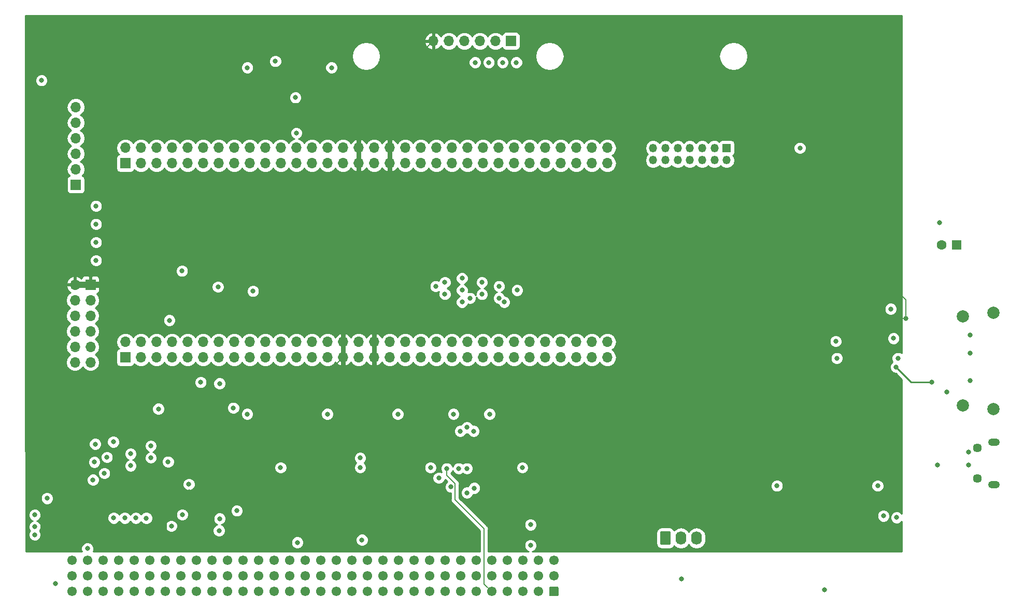
<source format=gbr>
G04 #@! TF.GenerationSoftware,KiCad,Pcbnew,5.0.2+dfsg1-1~bpo9+1*
G04 #@! TF.CreationDate,2022-09-27T13:51:08+02:00*
G04 #@! TF.ProjectId,nubus-to-ztex,6e756275-732d-4746-9f2d-7a7465782e6b,rev?*
G04 #@! TF.SameCoordinates,Original*
G04 #@! TF.FileFunction,Copper,L3,Inr*
G04 #@! TF.FilePolarity,Positive*
%FSLAX46Y46*%
G04 Gerber Fmt 4.6, Leading zero omitted, Abs format (unit mm)*
G04 Created by KiCad (PCBNEW 5.0.2+dfsg1-1~bpo9+1) date Tue Sep 27 13:51:08 2022*
%MOMM*%
%LPD*%
G01*
G04 APERTURE LIST*
G04 #@! TA.AperFunction,ViaPad*
%ADD10R,1.700000X1.700000*%
G04 #@! TD*
G04 #@! TA.AperFunction,ViaPad*
%ADD11O,1.700000X1.700000*%
G04 #@! TD*
G04 #@! TA.AperFunction,ViaPad*
%ADD12C,1.450000*%
G04 #@! TD*
G04 #@! TA.AperFunction,ViaPad*
%ADD13O,1.900000X1.200000*%
G04 #@! TD*
G04 #@! TA.AperFunction,Conductor*
%ADD14C,0.100000*%
G04 #@! TD*
G04 #@! TA.AperFunction,ViaPad*
%ADD15C,1.740000*%
G04 #@! TD*
G04 #@! TA.AperFunction,ViaPad*
%ADD16O,1.740000X2.200000*%
G04 #@! TD*
G04 #@! TA.AperFunction,ViaPad*
%ADD17R,1.350000X1.350000*%
G04 #@! TD*
G04 #@! TA.AperFunction,ViaPad*
%ADD18O,1.350000X1.350000*%
G04 #@! TD*
G04 #@! TA.AperFunction,ViaPad*
%ADD19C,2.000000*%
G04 #@! TD*
G04 #@! TA.AperFunction,ViaPad*
%ADD20R,1.600000X1.600000*%
G04 #@! TD*
G04 #@! TA.AperFunction,ViaPad*
%ADD21C,1.600000*%
G04 #@! TD*
G04 #@! TA.AperFunction,ViaPad*
%ADD22C,1.550000*%
G04 #@! TD*
G04 #@! TA.AperFunction,ViaPad*
%ADD23C,0.800000*%
G04 #@! TD*
G04 #@! TA.AperFunction,Conductor*
%ADD24C,0.800000*%
G04 #@! TD*
G04 #@! TA.AperFunction,Conductor*
%ADD25C,0.152400*%
G04 #@! TD*
G04 #@! TA.AperFunction,Conductor*
%ADD26C,1.000000*%
G04 #@! TD*
G04 #@! TA.AperFunction,Conductor*
%ADD27C,0.250000*%
G04 #@! TD*
G04 #@! TA.AperFunction,Conductor*
%ADD28C,0.254000*%
G04 #@! TD*
G04 APERTURE END LIST*
D10*
G04 #@! TO.N,LED3*
G04 #@! TO.C,J10*
X193000000Y-10000000D03*
D11*
G04 #@! TO.N,LED2*
X190460000Y-10000000D03*
G04 #@! TO.N,LED1*
X187920000Y-10000000D03*
G04 #@! TO.N,LED0*
X185380000Y-10000000D03*
G04 #@! TO.N,GND*
X182840000Y-10000000D03*
G04 #@! TO.N,+3V3*
X180300000Y-10000000D03*
G04 #@! TD*
G04 #@! TO.N,PMOD-12*
G04 #@! TO.C,J9*
X121760000Y-62550000D03*
G04 #@! TO.N,PMOD-11*
X124300000Y-62550000D03*
G04 #@! TO.N,PMOD-10*
X121760000Y-60010000D03*
G04 #@! TO.N,PMOD-9*
X124300000Y-60010000D03*
G04 #@! TO.N,PMOD-8*
X121760000Y-57470000D03*
G04 #@! TO.N,PMOD-7*
X124300000Y-57470000D03*
G04 #@! TO.N,PMOD-6*
X121760000Y-54930000D03*
G04 #@! TO.N,PMOD-5*
X124300000Y-54930000D03*
G04 #@! TO.N,GND*
X121760000Y-52390000D03*
X124300000Y-52390000D03*
G04 #@! TO.N,+3V3*
X121760000Y-49850000D03*
D10*
X124300000Y-49850000D03*
G04 #@! TD*
D12*
G04 #@! TO.N,SHIELD*
G04 #@! TO.C,J6*
X269197500Y-81570000D03*
X269197500Y-76570000D03*
D13*
X271897500Y-82570000D03*
X271897500Y-75570000D03*
G04 #@! TD*
D14*
G04 #@! TO.N,GND*
G04 #@! TO.C,J7*
G36*
X218884505Y-90171204D02*
X218908773Y-90174804D01*
X218932572Y-90180765D01*
X218955671Y-90189030D01*
X218977850Y-90199520D01*
X218998893Y-90212132D01*
X219018599Y-90226747D01*
X219036777Y-90243223D01*
X219053253Y-90261401D01*
X219067868Y-90281107D01*
X219080480Y-90302150D01*
X219090970Y-90324329D01*
X219099235Y-90347428D01*
X219105196Y-90371227D01*
X219108796Y-90395495D01*
X219110000Y-90419999D01*
X219110000Y-92120001D01*
X219108796Y-92144505D01*
X219105196Y-92168773D01*
X219099235Y-92192572D01*
X219090970Y-92215671D01*
X219080480Y-92237850D01*
X219067868Y-92258893D01*
X219053253Y-92278599D01*
X219036777Y-92296777D01*
X219018599Y-92313253D01*
X218998893Y-92327868D01*
X218977850Y-92340480D01*
X218955671Y-92350970D01*
X218932572Y-92359235D01*
X218908773Y-92365196D01*
X218884505Y-92368796D01*
X218860001Y-92370000D01*
X217619999Y-92370000D01*
X217595495Y-92368796D01*
X217571227Y-92365196D01*
X217547428Y-92359235D01*
X217524329Y-92350970D01*
X217502150Y-92340480D01*
X217481107Y-92327868D01*
X217461401Y-92313253D01*
X217443223Y-92296777D01*
X217426747Y-92278599D01*
X217412132Y-92258893D01*
X217399520Y-92237850D01*
X217389030Y-92215671D01*
X217380765Y-92192572D01*
X217374804Y-92168773D01*
X217371204Y-92144505D01*
X217370000Y-92120001D01*
X217370000Y-90419999D01*
X217371204Y-90395495D01*
X217374804Y-90371227D01*
X217380765Y-90347428D01*
X217389030Y-90324329D01*
X217399520Y-90302150D01*
X217412132Y-90281107D01*
X217426747Y-90261401D01*
X217443223Y-90243223D01*
X217461401Y-90226747D01*
X217481107Y-90212132D01*
X217502150Y-90199520D01*
X217524329Y-90189030D01*
X217547428Y-90180765D01*
X217571227Y-90174804D01*
X217595495Y-90171204D01*
X217619999Y-90170000D01*
X218860001Y-90170000D01*
X218884505Y-90171204D01*
X218884505Y-90171204D01*
G37*
D15*
X218240000Y-91270000D03*
D16*
G04 #@! TO.N,+5V*
X220780000Y-91270000D03*
G04 #@! TO.N,GND*
X223320000Y-91270000D03*
G04 #@! TD*
D10*
G04 #@! TO.N,Net-(JCD1-Pad1)*
G04 #@! TO.C,JCD1*
X130000000Y-30000000D03*
D11*
G04 #@! TO.N,Net-(JCD1-Pad2)*
X130000000Y-27460000D03*
G04 #@! TO.N,GND*
X132540000Y-30000000D03*
X132540000Y-27460000D03*
G04 #@! TO.N,/B2B/RX*
X135080000Y-30000000D03*
G04 #@! TO.N,/B2B/TX*
X135080000Y-27460000D03*
G04 #@! TO.N,~ID3_3V3*
X137620000Y-30000000D03*
G04 #@! TO.N,~ID2_3V3*
X137620000Y-27460000D03*
G04 #@! TO.N,~ID0_3V3*
X140160000Y-30000000D03*
G04 #@! TO.N,~ID1_3V3*
X140160000Y-27460000D03*
G04 #@! TO.N,~ARB3_3V3*
X142700000Y-30000000D03*
G04 #@! TO.N,~ARB2_3V3*
X142700000Y-27460000D03*
G04 #@! TO.N,~ARB0_3V3*
X145240000Y-30000000D03*
G04 #@! TO.N,~ARB1_3V3*
X145240000Y-27460000D03*
G04 #@! TO.N,PMOD-6*
X147780000Y-30000000D03*
G04 #@! TO.N,~CLK2X_3V3*
X147780000Y-27460000D03*
G04 #@! TO.N,PMOD-5*
X150320000Y-30000000D03*
G04 #@! TO.N,SD_D1*
X150320000Y-27460000D03*
G04 #@! TO.N,PMOD-8*
X152860000Y-30000000D03*
G04 #@! TO.N,SD_D0*
X152860000Y-27460000D03*
G04 #@! TO.N,PMOD-7*
X155400000Y-30000000D03*
G04 #@! TO.N,SD_CLK*
X155400000Y-27460000D03*
G04 #@! TO.N,PMOD-10*
X157940000Y-30000000D03*
G04 #@! TO.N,SD_CMD*
X157940000Y-27460000D03*
G04 #@! TO.N,PMOD-9*
X160480000Y-30000000D03*
G04 #@! TO.N,SD_D3*
X160480000Y-27460000D03*
G04 #@! TO.N,PMOD-12*
X163020000Y-30000000D03*
G04 #@! TO.N,SD_D2*
X163020000Y-27460000D03*
G04 #@! TO.N,PMOD-11*
X165560000Y-30000000D03*
G04 #@! TO.N,TMx_oe_n*
X165560000Y-27460000D03*
G04 #@! TO.N,+3V3*
X168100000Y-30000000D03*
X168100000Y-27460000D03*
G04 #@! TO.N,GND*
X170640000Y-30000000D03*
X170640000Y-27460000D03*
G04 #@! TO.N,+3V3*
X173180000Y-30000000D03*
X173180000Y-27460000D03*
G04 #@! TO.N,HDMI_HPD_A*
X175720000Y-30000000D03*
G04 #@! TO.N,~TM0_3V3*
X175720000Y-27460000D03*
G04 #@! TO.N,HDMI_SDA_A*
X178260000Y-30000000D03*
G04 #@! TO.N,~TM1_3V3*
X178260000Y-27460000D03*
G04 #@! TO.N,HDMI_SCL_A*
X180800000Y-30000000D03*
G04 #@! TO.N,TM1_n_o*
X180800000Y-27460000D03*
G04 #@! TO.N,HDMI_CEC_A*
X183340000Y-30000000D03*
G04 #@! TO.N,TM0_n_o*
X183340000Y-27460000D03*
G04 #@! TO.N,HDMI_CLK-*
X185880000Y-30000000D03*
G04 #@! TO.N,TM2_oe_n*
X185880000Y-27460000D03*
G04 #@! TO.N,HDMI_CLK+*
X188420000Y-30000000D03*
G04 #@! TO.N,TM2_o_n*
X188420000Y-27460000D03*
G04 #@! TO.N,HDMI_D0+*
X190960000Y-30000000D03*
G04 #@! TO.N,~TM2_3V3*
X190960000Y-27460000D03*
G04 #@! TO.N,HDMI_D0-*
X193500000Y-30000000D03*
G04 #@! TO.N,~RESET_3V3*
X193500000Y-27460000D03*
G04 #@! TO.N,HDMI_D1+*
X196040000Y-30000000D03*
G04 #@! TO.N,LED0*
X196040000Y-27460000D03*
G04 #@! TO.N,HDMI_D1-*
X198580000Y-30000000D03*
G04 #@! TO.N,LED1*
X198580000Y-27460000D03*
G04 #@! TO.N,HDMI_D2-*
X201120000Y-30000000D03*
G04 #@! TO.N,LED2*
X201120000Y-27460000D03*
G04 #@! TO.N,HDMI_D2+*
X203660000Y-30000000D03*
G04 #@! TO.N,LED3*
X203660000Y-27460000D03*
G04 #@! TO.N,FPGA_JTAG_TDO*
X206200000Y-30000000D03*
G04 #@! TO.N,FPGA_JTAG_TMS*
X206200000Y-27460000D03*
G04 #@! TO.N,GND*
X208740000Y-30000000D03*
X208740000Y-27460000D03*
G04 #@! TD*
D17*
G04 #@! TO.N,GND*
G04 #@! TO.C,J1*
X228230000Y-27500000D03*
D18*
G04 #@! TO.N,/B2B/JTAG_VIO*
X228230000Y-29500000D03*
G04 #@! TO.N,GND*
X226230000Y-27500000D03*
G04 #@! TO.N,FPGA_JTAG_TMS*
X226230000Y-29500000D03*
G04 #@! TO.N,GND*
X224230000Y-27500000D03*
G04 #@! TO.N,FPGA_JTAG_TCK*
X224230000Y-29500000D03*
G04 #@! TO.N,GND*
X222230000Y-27500000D03*
G04 #@! TO.N,FPGA_JTAG_TDO*
X222230000Y-29500000D03*
G04 #@! TO.N,GND*
X220230000Y-27500000D03*
G04 #@! TO.N,FPGA_JTAG_TDI*
X220230000Y-29500000D03*
G04 #@! TO.N,GND*
X218230000Y-27500000D03*
G04 #@! TO.N,Net-(J1-Pad12)*
X218230000Y-29500000D03*
G04 #@! TO.N,GND*
X216230000Y-27500000D03*
G04 #@! TO.N,Net-(J1-Pad14)*
X216230000Y-29500000D03*
G04 #@! TD*
D19*
G04 #@! TO.N,SHIELD*
G04 #@! TO.C,J5*
X271800000Y-70150000D03*
X271800000Y-54450000D03*
X266850000Y-69550000D03*
X266850000Y-55050000D03*
G04 #@! TD*
D20*
G04 #@! TO.N,SHIELD*
G04 #@! TO.C,C39*
X265840000Y-43360000D03*
D21*
G04 #@! TO.N,GND*
X263340000Y-43360000D03*
G04 #@! TD*
D14*
G04 #@! TO.N,-12V*
G04 #@! TO.C,J4*
G36*
X200549505Y-99226204D02*
X200573773Y-99229804D01*
X200597572Y-99235765D01*
X200620671Y-99244030D01*
X200642850Y-99254520D01*
X200663893Y-99267132D01*
X200683599Y-99281747D01*
X200701777Y-99298223D01*
X200718253Y-99316401D01*
X200732868Y-99336107D01*
X200745480Y-99357150D01*
X200755970Y-99379329D01*
X200764235Y-99402428D01*
X200770196Y-99426227D01*
X200773796Y-99450495D01*
X200775000Y-99474999D01*
X200775000Y-100525001D01*
X200773796Y-100549505D01*
X200770196Y-100573773D01*
X200764235Y-100597572D01*
X200755970Y-100620671D01*
X200745480Y-100642850D01*
X200732868Y-100663893D01*
X200718253Y-100683599D01*
X200701777Y-100701777D01*
X200683599Y-100718253D01*
X200663893Y-100732868D01*
X200642850Y-100745480D01*
X200620671Y-100755970D01*
X200597572Y-100764235D01*
X200573773Y-100770196D01*
X200549505Y-100773796D01*
X200525001Y-100775000D01*
X199474999Y-100775000D01*
X199450495Y-100773796D01*
X199426227Y-100770196D01*
X199402428Y-100764235D01*
X199379329Y-100755970D01*
X199357150Y-100745480D01*
X199336107Y-100732868D01*
X199316401Y-100718253D01*
X199298223Y-100701777D01*
X199281747Y-100683599D01*
X199267132Y-100663893D01*
X199254520Y-100642850D01*
X199244030Y-100620671D01*
X199235765Y-100597572D01*
X199229804Y-100573773D01*
X199226204Y-100549505D01*
X199225000Y-100525001D01*
X199225000Y-99474999D01*
X199226204Y-99450495D01*
X199229804Y-99426227D01*
X199235765Y-99402428D01*
X199244030Y-99379329D01*
X199254520Y-99357150D01*
X199267132Y-99336107D01*
X199281747Y-99316401D01*
X199298223Y-99298223D01*
X199316401Y-99281747D01*
X199336107Y-99267132D01*
X199357150Y-99254520D01*
X199379329Y-99244030D01*
X199402428Y-99235765D01*
X199426227Y-99229804D01*
X199450495Y-99226204D01*
X199474999Y-99225000D01*
X200525001Y-99225000D01*
X200549505Y-99226204D01*
X200549505Y-99226204D01*
G37*
D22*
X200000000Y-100000000D03*
G04 #@! TO.N,SB0_5V*
X197460000Y-100000000D03*
G04 #@! TO.N,~SPV_5V*
X194920000Y-100000000D03*
G04 #@! TO.N,~SP_5V*
X192380000Y-100000000D03*
G04 #@! TO.N,~TM1_5V*
X189840000Y-100000000D03*
G04 #@! TO.N,~AD1_5V*
X187300000Y-100000000D03*
G04 #@! TO.N,~AD3_5V*
X184760000Y-100000000D03*
G04 #@! TO.N,~AD5_5V*
X182220000Y-100000000D03*
G04 #@! TO.N,~AD7_5V*
X179680000Y-100000000D03*
G04 #@! TO.N,~AD9_5V*
X177140000Y-100000000D03*
G04 #@! TO.N,~AD11_5V*
X174600000Y-100000000D03*
G04 #@! TO.N,~AD13_5V*
X172060000Y-100000000D03*
G04 #@! TO.N,~AD15_5V*
X169520000Y-100000000D03*
G04 #@! TO.N,~AD17_5V*
X166980000Y-100000000D03*
G04 #@! TO.N,~AD19_5V*
X164440000Y-100000000D03*
G04 #@! TO.N,~AD21_5V*
X161900000Y-100000000D03*
G04 #@! TO.N,~AD23_5V*
X159360000Y-100000000D03*
G04 #@! TO.N,~AD25_5V*
X156820000Y-100000000D03*
G04 #@! TO.N,~AD27_5V*
X154280000Y-100000000D03*
G04 #@! TO.N,~AD29_5V*
X151740000Y-100000000D03*
G04 #@! TO.N,~AD31_5V*
X149200000Y-100000000D03*
G04 #@! TO.N,GND*
X146660000Y-100000000D03*
X144120000Y-100000000D03*
G04 #@! TO.N,~ARB1_5V*
X141580000Y-100000000D03*
G04 #@! TO.N,~ARB3_5V*
X139040000Y-100000000D03*
G04 #@! TO.N,~ID1_5V*
X136500000Y-100000000D03*
G04 #@! TO.N,~ID3_5V*
X133960000Y-100000000D03*
G04 #@! TO.N,~ACK_5V*
X131420000Y-100000000D03*
G04 #@! TO.N,+5V*
X128880000Y-100000000D03*
G04 #@! TO.N,~RQST_5V*
X126340000Y-100000000D03*
G04 #@! TO.N,~NMRQ_5V*
X123800000Y-100000000D03*
G04 #@! TO.N,+12V*
X121260000Y-100000000D03*
G04 #@! TO.N,-12V*
X200000000Y-97460000D03*
G04 #@! TO.N,GND*
X197460000Y-97460000D03*
X194920000Y-97460000D03*
G04 #@! TO.N,+5V*
X192380000Y-97460000D03*
X189840000Y-97460000D03*
X187300000Y-97460000D03*
X184760000Y-97460000D03*
G04 #@! TO.N,~TM2_5V*
X182220000Y-97460000D03*
G04 #@! TO.N,~CM0_5V*
X179680000Y-97460000D03*
G04 #@! TO.N,~CM1_5V*
X177140000Y-97460000D03*
G04 #@! TO.N,~CM2_5V*
X174600000Y-97460000D03*
G04 #@! TO.N,GND*
X172060000Y-97460000D03*
X169520000Y-97460000D03*
X166980000Y-97460000D03*
X164440000Y-97460000D03*
X161900000Y-97460000D03*
X159360000Y-97460000D03*
X156820000Y-97460000D03*
X154280000Y-97460000D03*
X151740000Y-97460000D03*
X149200000Y-97460000D03*
X146660000Y-97460000D03*
X144120000Y-97460000D03*
G04 #@! TO.N,~CLK2X_5V*
X141580000Y-97460000D03*
G04 #@! TO.N,STDBYPWR*
X139040000Y-97460000D03*
G04 #@! TO.N,~CLK2XEN_5V*
X136500000Y-97460000D03*
G04 #@! TO.N,~CBUSY_5V*
X133960000Y-97460000D03*
G04 #@! TO.N,+5V*
X131420000Y-97460000D03*
X128880000Y-97460000D03*
G04 #@! TO.N,GND*
X126340000Y-97460000D03*
X123800000Y-97460000D03*
G04 #@! TO.N,+12V*
X121260000Y-97460000D03*
G04 #@! TO.N,~RESET_5V*
X200000000Y-94920000D03*
G04 #@! TO.N,SB1_5V*
X197460000Y-94920000D03*
G04 #@! TO.N,+5V*
X194920000Y-94920000D03*
X192380000Y-94920000D03*
G04 #@! TO.N,~TM0_5V*
X189840000Y-94920000D03*
G04 #@! TO.N,~AD0_5V*
X187300000Y-94920000D03*
G04 #@! TO.N,~AD2_5V*
X184760000Y-94920000D03*
G04 #@! TO.N,~AD4_5V*
X182220000Y-94920000D03*
G04 #@! TO.N,~AD6_5V*
X179680000Y-94920000D03*
G04 #@! TO.N,~AD8_5V*
X177140000Y-94920000D03*
G04 #@! TO.N,~AD10_5V*
X174600000Y-94920000D03*
G04 #@! TO.N,~AD12_5V*
X172060000Y-94920000D03*
G04 #@! TO.N,~AD14_5V*
X169520000Y-94920000D03*
G04 #@! TO.N,~AD16_5V*
X166980000Y-94920000D03*
G04 #@! TO.N,~AD18_5V*
X164440000Y-94920000D03*
G04 #@! TO.N,~AD20_5V*
X161900000Y-94920000D03*
G04 #@! TO.N,~AD22_5V*
X159360000Y-94920000D03*
G04 #@! TO.N,~AD24_5V*
X156820000Y-94920000D03*
G04 #@! TO.N,~AD26_5V*
X154280000Y-94920000D03*
G04 #@! TO.N,~AD28_5V*
X151740000Y-94920000D03*
G04 #@! TO.N,~AD30_5V*
X149200000Y-94920000D03*
G04 #@! TO.N,GND*
X146660000Y-94920000D03*
G04 #@! TO.N,~PFW_5V*
X144120000Y-94920000D03*
G04 #@! TO.N,~ARB0_5V*
X141580000Y-94920000D03*
G04 #@! TO.N,~ARB2_5V*
X139040000Y-94920000D03*
G04 #@! TO.N,~ID0_5V*
X136500000Y-94920000D03*
G04 #@! TO.N,~ID2_5V*
X133960000Y-94920000D03*
G04 #@! TO.N,~START_5V*
X131420000Y-94920000D03*
G04 #@! TO.N,+5V*
X128880000Y-94920000D03*
X126340000Y-94920000D03*
G04 #@! TO.N,GND*
X123800000Y-94920000D03*
G04 #@! TO.N,~CLK_5V*
X121260000Y-94920000D03*
G04 #@! TD*
D11*
G04 #@! TO.N,Net-(J3-Pad6)*
G04 #@! TO.C,J3*
X121900000Y-20800000D03*
G04 #@! TO.N,/B2B/TX*
X121900000Y-23340000D03*
G04 #@! TO.N,/B2B/RX*
X121900000Y-25880000D03*
G04 #@! TO.N,Net-(J3-Pad3)*
X121900000Y-28420000D03*
G04 #@! TO.N,Net-(J3-Pad2)*
X121900000Y-30960000D03*
D10*
G04 #@! TO.N,GND*
X121900000Y-33500000D03*
G04 #@! TD*
D11*
G04 #@! TO.N,GND*
G04 #@! TO.C,JAB1*
X208740000Y-59210000D03*
G04 #@! TO.N,/B2B/JTAG_VIO*
X208740000Y-61750000D03*
G04 #@! TO.N,FPGA_JTAG_TCK*
X206200000Y-59210000D03*
G04 #@! TO.N,FPGA_JTAG_TDI*
X206200000Y-61750000D03*
G04 #@! TO.N,USBH0_D-*
X203660000Y-59210000D03*
G04 #@! TO.N,USBH0_D+*
X203660000Y-61750000D03*
G04 #@! TO.N,~AD0_3V3*
X201120000Y-59210000D03*
G04 #@! TO.N,~AD1_3V3*
X201120000Y-61750000D03*
G04 #@! TO.N,~AD2_3V3*
X198580000Y-59210000D03*
G04 #@! TO.N,~AD3_3V3*
X198580000Y-61750000D03*
G04 #@! TO.N,~AD4_3V3*
X196040000Y-59210000D03*
G04 #@! TO.N,~AD5_3V3*
X196040000Y-61750000D03*
G04 #@! TO.N,~AD6_3V3*
X193500000Y-59210000D03*
G04 #@! TO.N,~AD7_3V3*
X193500000Y-61750000D03*
G04 #@! TO.N,~AD8_3V3*
X190960000Y-59210000D03*
G04 #@! TO.N,~AD9_3V3*
X190960000Y-61750000D03*
G04 #@! TO.N,~AD10_3V3*
X188420000Y-59210000D03*
G04 #@! TO.N,~AD11_3V3*
X188420000Y-61750000D03*
G04 #@! TO.N,~AD12_3V3*
X185880000Y-59210000D03*
G04 #@! TO.N,~AD13_3V3*
X185880000Y-61750000D03*
G04 #@! TO.N,~AD14_3V3*
X183340000Y-59210000D03*
G04 #@! TO.N,~AD15_3V3*
X183340000Y-61750000D03*
G04 #@! TO.N,~AD16_3V3*
X180800000Y-59210000D03*
G04 #@! TO.N,~AD17_3V3*
X180800000Y-61750000D03*
G04 #@! TO.N,~AD18_3V3*
X178260000Y-59210000D03*
G04 #@! TO.N,~AD19_3V3*
X178260000Y-61750000D03*
G04 #@! TO.N,~AD20_3V3*
X175720000Y-59210000D03*
G04 #@! TO.N,~AD21_3V3*
X175720000Y-61750000D03*
G04 #@! TO.N,~AD22_3V3*
X173180000Y-59210000D03*
G04 #@! TO.N,~AD23_3V3*
X173180000Y-61750000D03*
G04 #@! TO.N,+3V3*
X170640000Y-59210000D03*
X170640000Y-61750000D03*
G04 #@! TO.N,GND*
X168100000Y-59210000D03*
X168100000Y-61750000D03*
G04 #@! TO.N,+3V3*
X165560000Y-59210000D03*
X165560000Y-61750000D03*
G04 #@! TO.N,~AD24_3V3*
X163020000Y-59210000D03*
G04 #@! TO.N,NUBUS_OE*
X163020000Y-61750000D03*
G04 #@! TO.N,~AD26_3V3*
X160480000Y-59210000D03*
G04 #@! TO.N,~AD25_3V3*
X160480000Y-61750000D03*
G04 #@! TO.N,~AD28_3V3*
X157940000Y-59210000D03*
G04 #@! TO.N,~AD27_3V3*
X157940000Y-61750000D03*
G04 #@! TO.N,~AD30_3V3*
X155400000Y-59210000D03*
G04 #@! TO.N,~AD29_3V3*
X155400000Y-61750000D03*
G04 #@! TO.N,~CLK_3V3*
X152860000Y-59210000D03*
G04 #@! TO.N,~AD31_3V3*
X152860000Y-61750000D03*
G04 #@! TO.N,ARB1_o_n*
X150320000Y-59210000D03*
G04 #@! TO.N,NUBUS_AD_DIR*
X150320000Y-61750000D03*
G04 #@! TO.N,ARB2_o_n*
X147780000Y-59210000D03*
G04 #@! TO.N,ARB3_o_n*
X147780000Y-61750000D03*
G04 #@! TO.N,ACK_o_n*
X145240000Y-59210000D03*
G04 #@! TO.N,ARB0_o_n*
X145240000Y-61750000D03*
G04 #@! TO.N,ACK_oe_n*
X142700000Y-59210000D03*
G04 #@! TO.N,START_o_n*
X142700000Y-61750000D03*
G04 #@! TO.N,RQST_o_n*
X140160000Y-59210000D03*
G04 #@! TO.N,START_oe_n*
X140160000Y-61750000D03*
G04 #@! TO.N,~ACK_3V3*
X137620000Y-59210000D03*
G04 #@! TO.N,~START_3V3*
X137620000Y-61750000D03*
G04 #@! TO.N,~RQST_3V3*
X135080000Y-59210000D03*
G04 #@! TO.N,~NMRQ_3V3*
X135080000Y-61750000D03*
G04 #@! TO.N,GND*
X132540000Y-59210000D03*
X132540000Y-61750000D03*
G04 #@! TO.N,+5V*
X130000000Y-59210000D03*
D10*
X130000000Y-61750000D03*
G04 #@! TD*
D23*
G04 #@! TO.N,GND*
X137500000Y-89312500D03*
X256220000Y-61875000D03*
X252900000Y-82730000D03*
X262640000Y-79355000D03*
X149900000Y-71000000D03*
X117200000Y-84780000D03*
X189500000Y-71000000D03*
X115200000Y-87480000D03*
X145400000Y-88100000D03*
X139300000Y-87450000D03*
X155357500Y-79750000D03*
X148200000Y-86800000D03*
X256010000Y-87920000D03*
X179857500Y-79750000D03*
X115200000Y-90730000D03*
X264200000Y-67357500D03*
X145300000Y-90050000D03*
X194857500Y-79750000D03*
X168357500Y-79750000D03*
X163000000Y-71000000D03*
X267730000Y-79355000D03*
X267720000Y-77180000D03*
X268000000Y-65550000D03*
X174500000Y-71000000D03*
X268000000Y-58050000D03*
X255500000Y-58625000D03*
X255040000Y-53812500D03*
X263050000Y-39710000D03*
X115200000Y-89430000D03*
X183600000Y-71000000D03*
X116300000Y-16437500D03*
X246062500Y-59100000D03*
X268000000Y-61050000D03*
X244180000Y-99750000D03*
X236450000Y-82730000D03*
X158100000Y-92000000D03*
X196200000Y-92480000D03*
X196200000Y-89100000D03*
X123800000Y-93000000D03*
X128025000Y-75550000D03*
X130850000Y-77500000D03*
X130850000Y-79450000D03*
X134150000Y-78150000D03*
X134150000Y-76200000D03*
X135400000Y-70150000D03*
X185000000Y-48800000D03*
X185000000Y-50750000D03*
X185000000Y-52700000D03*
X188250000Y-49450000D03*
X188250000Y-51400000D03*
X154500000Y-13300000D03*
X149925000Y-14350000D03*
X163675000Y-14350000D03*
X157937500Y-25050000D03*
X157787500Y-19250000D03*
X139252400Y-47600000D03*
X145125000Y-50200000D03*
X150850000Y-50900000D03*
X187000000Y-83100000D03*
X168650000Y-91575000D03*
X118534670Y-98720000D03*
X240200000Y-27500000D03*
X168357500Y-78180000D03*
X187120000Y-13500000D03*
X189371666Y-13500000D03*
X191623332Y-13500000D03*
X193875000Y-13500000D03*
G04 #@! TO.N,+3V3*
X135450000Y-74225000D03*
X248080000Y-63750000D03*
X161750000Y-73687500D03*
X148750000Y-73687500D03*
X257550000Y-55387500D03*
X173300000Y-73700000D03*
X118265134Y-44400000D03*
X118265134Y-38400000D03*
X137500000Y-90887500D03*
X245550000Y-57975000D03*
X136727523Y-83900000D03*
X188250000Y-73687500D03*
X121200000Y-84780000D03*
X181250000Y-73687500D03*
X116300000Y-11212500D03*
X182100000Y-87100000D03*
X118300000Y-79800000D03*
X115812500Y-82500000D03*
X126287500Y-82100000D03*
X143787500Y-86100000D03*
X140387500Y-83700000D03*
X191050000Y-48800000D03*
X156212500Y-19250000D03*
X156700000Y-11212500D03*
X156062500Y-25025000D03*
X137700000Y-44789641D03*
X147000000Y-47400000D03*
X176980000Y-15429630D03*
X136140000Y-15272793D03*
X116500000Y-69150000D03*
G04 #@! TO.N,+5V*
X253850000Y-87660000D03*
X246230000Y-61872500D03*
X131697842Y-88000000D03*
X129897842Y-88000000D03*
X128097842Y-88000000D03*
X133421568Y-88014972D03*
X220840000Y-97970000D03*
G04 #@! TO.N,~RESET_5V*
X194000000Y-50750000D03*
G04 #@! TO.N,~TM1_5V*
X180700000Y-50100000D03*
X182500000Y-79900000D03*
G04 #@! TO.N,~TM2_5V*
X186900000Y-73800000D03*
X191900000Y-52700000D03*
G04 #@! TO.N,~TM0_5V*
X185800000Y-83875000D03*
X185800000Y-79900000D03*
X186300000Y-52050000D03*
G04 #@! TO.N,~ID3_3V3*
X125200000Y-36977042D03*
G04 #@! TO.N,~ID2_3V3*
X125200000Y-39943708D03*
G04 #@! TO.N,~ID1_3V3*
X125200000Y-42910374D03*
G04 #@! TO.N,~ID0_3V3*
X125200000Y-45877042D03*
G04 #@! TO.N,~CLK_3V3*
X136975000Y-78800000D03*
G04 #@! TO.N,~CLK2X_5V*
X147650000Y-70000000D03*
G04 #@! TO.N,~START_3V3*
X137180000Y-55670000D03*
G04 #@! TO.N,~RESET_3V3*
X191050000Y-50100000D03*
G04 #@! TO.N,~TM0_3V3*
X182200000Y-51400000D03*
G04 #@! TO.N,~TM1_3V3*
X182200000Y-49450000D03*
G04 #@! TO.N,HDMI_5V*
X255920000Y-63320000D03*
X261760000Y-65782500D03*
G04 #@! TO.N,~TM2_3V3*
X191050000Y-52050000D03*
G04 #@! TO.N,ARB1_o_n*
X145387500Y-66000000D03*
G04 #@! TO.N,ARB3_o_n*
X140375000Y-82475000D03*
G04 #@! TO.N,ARB2_o_n*
X142300000Y-65800000D03*
G04 #@! TO.N,RQST_o_n*
X125066330Y-75900000D03*
G04 #@! TO.N,START_o_n*
X126550000Y-80675000D03*
G04 #@! TO.N,START_oe_n*
X124712500Y-81750000D03*
G04 #@! TO.N,ACK_o_n*
X126975000Y-78050000D03*
G04 #@! TO.N,ACK_oe_n*
X124925000Y-78850000D03*
G04 #@! TO.N,TMx_oe_n*
X181200000Y-81450000D03*
G04 #@! TO.N,TM1_n_o*
X183200000Y-82900000D03*
G04 #@! TO.N,TM0_n_o*
X184477400Y-79900000D03*
G04 #@! TO.N,TM2_o_n*
X185800000Y-73175000D03*
G04 #@! TO.N,TM2_oe_n*
X184700000Y-73800000D03*
G04 #@! TD*
D24*
G04 #@! TO.N,+3V3*
X165560000Y-61750000D02*
X165560000Y-65100000D01*
X173180000Y-39820000D02*
X173180000Y-30000000D01*
X168100000Y-30000000D02*
X168100000Y-32800000D01*
X170640000Y-42360000D02*
X173180000Y-39820000D01*
D25*
X137750000Y-83700000D02*
X143500000Y-77950000D01*
D24*
X170640000Y-59210000D02*
X170640000Y-47000000D01*
X168100000Y-27460000D02*
X168100000Y-25600000D01*
D25*
X165460000Y-66400000D02*
X165560000Y-66500000D01*
X199687500Y-73687500D02*
X202830000Y-76830000D01*
X143500000Y-77950000D02*
X147202500Y-77950000D01*
X148750000Y-73687500D02*
X148750000Y-76402500D01*
X136934315Y-90887500D02*
X136727523Y-90680708D01*
D24*
X170640000Y-63860000D02*
X170640000Y-61750000D01*
D25*
X248479999Y-59720001D02*
X250225000Y-57975000D01*
X165560000Y-61750000D02*
X163110000Y-64200000D01*
X163110000Y-64200000D02*
X140912500Y-64200000D01*
X140912500Y-64200000D02*
X140112500Y-65000000D01*
X252812500Y-55387500D02*
X257550000Y-55387500D01*
X168100000Y-25600000D02*
X169000000Y-24700000D01*
D24*
X170640000Y-59210000D02*
X170640000Y-61750000D01*
X165560000Y-59210000D02*
X165560000Y-61750000D01*
D25*
X165610000Y-73700000D02*
X165560000Y-73750000D01*
X172200000Y-24700000D02*
X173180000Y-25680000D01*
X148750000Y-73687500D02*
X161750000Y-73687500D01*
X137500000Y-90887500D02*
X136934315Y-90887500D01*
X166000000Y-64500000D02*
X170000000Y-64500000D01*
X165497500Y-73687500D02*
X165560000Y-73750000D01*
D24*
X173180000Y-27460000D02*
X173180000Y-30000000D01*
D25*
X170000000Y-64500000D02*
X170640000Y-63860000D01*
X136727523Y-90680708D02*
X136727523Y-83900000D01*
X118265134Y-38400000D02*
X118265134Y-44400000D01*
X169000000Y-24700000D02*
X172200000Y-24700000D01*
D24*
X168100000Y-27460000D02*
X168100000Y-30000000D01*
X165560000Y-65100000D02*
X165560000Y-66500000D01*
D25*
X248479999Y-63350001D02*
X248479999Y-59720001D01*
X250225000Y-57975000D02*
X252812500Y-55387500D01*
D24*
X170640000Y-47000000D02*
X170640000Y-42360000D01*
D25*
X248080000Y-63750000D02*
X248479999Y-63350001D01*
X147202500Y-77950000D02*
X148750000Y-76402500D01*
X165560000Y-75510000D02*
X165600000Y-75550000D01*
X165440000Y-65220000D02*
X165560000Y-65100000D01*
X170640000Y-47000000D02*
X170764999Y-47124999D01*
D24*
X173180000Y-25680000D02*
X173180000Y-27460000D01*
D25*
X162750000Y-20250000D02*
X168100000Y-25600000D01*
X245550000Y-57975000D02*
X250225000Y-57975000D01*
X161750000Y-73687500D02*
X165497500Y-73687500D01*
D24*
X165560000Y-73750000D02*
X165560000Y-66500000D01*
D25*
X166000000Y-64500000D02*
X165560000Y-64060000D01*
D24*
X165560000Y-73750000D02*
X165560000Y-75510000D01*
D25*
X136727523Y-83900000D02*
X137550000Y-83900000D01*
X135847523Y-84780000D02*
X121200000Y-84780000D01*
X136727523Y-83900000D02*
X135847523Y-84780000D01*
X161762500Y-73700000D02*
X161750000Y-73687500D01*
X173300000Y-73700000D02*
X161762500Y-73700000D01*
X173312500Y-73687500D02*
X173300000Y-73700000D01*
X188250000Y-73687500D02*
X199687500Y-73687500D01*
X181250000Y-73687500D02*
X173312500Y-73687500D01*
X157512500Y-11212500D02*
X161000000Y-14700000D01*
X182100000Y-87100000D02*
X177100000Y-87100000D01*
X173300000Y-83300000D02*
X173300000Y-73700000D01*
X177100000Y-87100000D02*
X173300000Y-83300000D01*
X117300000Y-80800000D02*
X117220000Y-80800000D01*
X118300000Y-79800000D02*
X117300000Y-80800000D01*
X115812500Y-82500000D02*
X117332500Y-80980000D01*
X117332500Y-80980000D02*
X117400000Y-80980000D01*
X117400000Y-80980000D02*
X121200000Y-84780000D01*
X117220000Y-80800000D02*
X117400000Y-80980000D01*
X134927523Y-82100000D02*
X136727523Y-83900000D01*
X126287500Y-82100000D02*
X134927523Y-82100000D01*
X143500000Y-85812500D02*
X143787500Y-86100000D01*
X143500000Y-77950000D02*
X143500000Y-85812500D01*
X140387500Y-83700000D02*
X137750000Y-83700000D01*
X137550000Y-83900000D02*
X137750000Y-83700000D01*
X162750000Y-16450000D02*
X161000000Y-14700000D01*
X162750000Y-20250000D02*
X162750000Y-16450000D01*
X139775000Y-74225000D02*
X143500000Y-77950000D01*
X135450000Y-74225000D02*
X139775000Y-74225000D01*
X140112500Y-69562500D02*
X140112500Y-65000000D01*
X135450000Y-74225000D02*
X140112500Y-69562500D01*
X145775000Y-44789641D02*
X137700000Y-44789641D01*
X191050000Y-48234315D02*
X191050000Y-47124999D01*
X191050000Y-48800000D02*
X191050000Y-48234315D01*
X191050000Y-47124999D02*
X223475001Y-47124999D01*
X170764999Y-47124999D02*
X191050000Y-47124999D01*
X226129315Y-76830000D02*
X202830000Y-76830000D01*
X244984315Y-57975000D02*
X226129315Y-76830000D01*
X245550000Y-57975000D02*
X244984315Y-57975000D01*
X156700000Y-11212500D02*
X157512500Y-11212500D01*
X156062500Y-19400000D02*
X156212500Y-19250000D01*
X156062500Y-25025000D02*
X156062500Y-19400000D01*
X156646815Y-20250000D02*
X162750000Y-20250000D01*
X156212500Y-19815685D02*
X156646815Y-20250000D01*
X156212500Y-19250000D02*
X156212500Y-19815685D01*
X257550000Y-52320000D02*
X257550000Y-55387500D01*
X252330000Y-47100000D02*
X257550000Y-52320000D01*
X147000000Y-44889641D02*
X147100000Y-44789641D01*
X147000000Y-47400000D02*
X147000000Y-44889641D01*
X147100000Y-44789641D02*
X156110359Y-44789641D01*
X145775000Y-44789641D02*
X147100000Y-44789641D01*
X251802400Y-47100000D02*
X251800000Y-47100000D01*
X223550000Y-47100000D02*
X251800000Y-47100000D01*
X251800000Y-47100000D02*
X252330000Y-47100000D01*
D24*
X165560000Y-59210000D02*
X165560000Y-56940000D01*
D25*
X127968318Y-44400000D02*
X128357959Y-44789641D01*
X118265134Y-44400000D02*
X127968318Y-44400000D01*
D26*
X121760000Y-49850000D02*
X124300000Y-49850000D01*
X124300000Y-49850000D02*
X128900000Y-49850000D01*
D25*
X133920000Y-44830000D02*
X133920000Y-44789641D01*
X128900000Y-49850000D02*
X133920000Y-44830000D01*
X133920000Y-44789641D02*
X128357959Y-44789641D01*
X137700000Y-44789641D02*
X133920000Y-44789641D01*
X118265134Y-38400000D02*
X162500000Y-38400000D01*
X162500000Y-38400000D02*
X168100000Y-32800000D01*
X156110359Y-44789641D02*
X162500000Y-38400000D01*
X176980000Y-21880000D02*
X173180000Y-25680000D01*
X176980000Y-15429630D02*
X176980000Y-21880000D01*
X136140000Y-11242500D02*
X136110000Y-11212500D01*
X136140000Y-15272793D02*
X136140000Y-11242500D01*
X136110000Y-11212500D02*
X156700000Y-11212500D01*
X116300000Y-11212500D02*
X136110000Y-11212500D01*
X116500000Y-78000000D02*
X118300000Y-79800000D01*
X116500000Y-69150000D02*
X116500000Y-78000000D01*
X176980000Y-13320000D02*
X180300000Y-10000000D01*
X176980000Y-15429630D02*
X176980000Y-13320000D01*
G04 #@! TO.N,+5V*
X133406596Y-88000000D02*
X133421568Y-88014972D01*
X220840000Y-91330000D02*
X220780000Y-91270000D01*
G04 #@! TO.N,~TM1_5V*
X182500000Y-80465685D02*
X182500000Y-79900000D01*
X182500000Y-81006066D02*
X182500000Y-80465685D01*
X189840000Y-100000000D02*
X188600000Y-98760000D01*
X188600000Y-98760000D02*
X188600000Y-89750000D01*
X188600000Y-89750000D02*
X183850000Y-85000000D01*
X183850000Y-82356066D02*
X182500000Y-81006066D01*
X183850000Y-85000000D02*
X183850000Y-82356066D01*
G04 #@! TO.N,~AD23_3V3*
X173212500Y-61782500D02*
X173180000Y-61750000D01*
D27*
G04 #@! TO.N,HDMI_5V*
X255920000Y-63320000D02*
X258382500Y-65782500D01*
X258382500Y-65782500D02*
X261760000Y-65782500D01*
G04 #@! TD*
D28*
G04 #@! TO.N,+3V3*
G36*
X256873000Y-61064289D02*
X256806280Y-60997569D01*
X256425874Y-60840000D01*
X256014126Y-60840000D01*
X255633720Y-60997569D01*
X255342569Y-61288720D01*
X255185000Y-61669126D01*
X255185000Y-62080874D01*
X255334658Y-62442181D01*
X255333720Y-62442569D01*
X255042569Y-62733720D01*
X254885000Y-63114126D01*
X254885000Y-63525874D01*
X255042569Y-63906280D01*
X255333720Y-64197431D01*
X255714126Y-64355000D01*
X255880199Y-64355000D01*
X256873000Y-65347801D01*
X256873000Y-87319289D01*
X256596280Y-87042569D01*
X256215874Y-86885000D01*
X255804126Y-86885000D01*
X255423720Y-87042569D01*
X255132569Y-87333720D01*
X254975000Y-87714126D01*
X254975000Y-88125874D01*
X255132569Y-88506280D01*
X255423720Y-88797431D01*
X255804126Y-88955000D01*
X256215874Y-88955000D01*
X256596280Y-88797431D01*
X256873000Y-88520711D01*
X256873000Y-93473000D01*
X196507271Y-93473000D01*
X196786280Y-93357431D01*
X197077431Y-93066280D01*
X197235000Y-92685874D01*
X197235000Y-92274126D01*
X197077431Y-91893720D01*
X196786280Y-91602569D01*
X196405874Y-91445000D01*
X195994126Y-91445000D01*
X195613720Y-91602569D01*
X195322569Y-91893720D01*
X195165000Y-92274126D01*
X195165000Y-92685874D01*
X195322569Y-93066280D01*
X195613720Y-93357431D01*
X195892729Y-93473000D01*
X189311200Y-93473000D01*
X189311200Y-90419999D01*
X216722560Y-90419999D01*
X216722560Y-92120001D01*
X216790873Y-92463436D01*
X216985414Y-92754586D01*
X217276564Y-92949127D01*
X217619999Y-93017440D01*
X218860001Y-93017440D01*
X219203436Y-92949127D01*
X219494586Y-92754586D01*
X219651413Y-92519878D01*
X219694956Y-92585044D01*
X220192779Y-92917678D01*
X220780000Y-93034484D01*
X221367222Y-92917678D01*
X221865044Y-92585044D01*
X222050000Y-92308237D01*
X222234956Y-92585044D01*
X222732779Y-92917678D01*
X223320000Y-93034484D01*
X223907222Y-92917678D01*
X224405044Y-92585044D01*
X224737678Y-92087221D01*
X224825000Y-91648225D01*
X224825000Y-90891774D01*
X224737678Y-90452778D01*
X224405044Y-89954956D01*
X223907221Y-89622322D01*
X223320000Y-89505516D01*
X222732778Y-89622322D01*
X222234956Y-89954956D01*
X222050000Y-90231763D01*
X221865044Y-89954956D01*
X221367221Y-89622322D01*
X220780000Y-89505516D01*
X220192778Y-89622322D01*
X219694956Y-89954956D01*
X219651414Y-90020122D01*
X219494586Y-89785414D01*
X219203436Y-89590873D01*
X218860001Y-89522560D01*
X217619999Y-89522560D01*
X217276564Y-89590873D01*
X216985414Y-89785414D01*
X216790873Y-90076564D01*
X216722560Y-90419999D01*
X189311200Y-90419999D01*
X189311200Y-89820041D01*
X189325132Y-89749999D01*
X189311200Y-89679957D01*
X189311200Y-89679954D01*
X189269936Y-89472504D01*
X189158597Y-89305874D01*
X189152424Y-89296635D01*
X189152422Y-89296633D01*
X189112746Y-89237254D01*
X189053367Y-89197578D01*
X188749915Y-88894126D01*
X195165000Y-88894126D01*
X195165000Y-89305874D01*
X195322569Y-89686280D01*
X195613720Y-89977431D01*
X195994126Y-90135000D01*
X196405874Y-90135000D01*
X196786280Y-89977431D01*
X197077431Y-89686280D01*
X197235000Y-89305874D01*
X197235000Y-88894126D01*
X197077431Y-88513720D01*
X196786280Y-88222569D01*
X196405874Y-88065000D01*
X195994126Y-88065000D01*
X195613720Y-88222569D01*
X195322569Y-88513720D01*
X195165000Y-88894126D01*
X188749915Y-88894126D01*
X187309915Y-87454126D01*
X252815000Y-87454126D01*
X252815000Y-87865874D01*
X252972569Y-88246280D01*
X253263720Y-88537431D01*
X253644126Y-88695000D01*
X254055874Y-88695000D01*
X254436280Y-88537431D01*
X254727431Y-88246280D01*
X254885000Y-87865874D01*
X254885000Y-87454126D01*
X254727431Y-87073720D01*
X254436280Y-86782569D01*
X254055874Y-86625000D01*
X253644126Y-86625000D01*
X253263720Y-86782569D01*
X252972569Y-87073720D01*
X252815000Y-87454126D01*
X187309915Y-87454126D01*
X184561200Y-84705412D01*
X184561200Y-83669126D01*
X184765000Y-83669126D01*
X184765000Y-84080874D01*
X184922569Y-84461280D01*
X185213720Y-84752431D01*
X185594126Y-84910000D01*
X186005874Y-84910000D01*
X186386280Y-84752431D01*
X186677431Y-84461280D01*
X186812580Y-84135000D01*
X187205874Y-84135000D01*
X187586280Y-83977431D01*
X187877431Y-83686280D01*
X188035000Y-83305874D01*
X188035000Y-82894126D01*
X187881742Y-82524126D01*
X235415000Y-82524126D01*
X235415000Y-82935874D01*
X235572569Y-83316280D01*
X235863720Y-83607431D01*
X236244126Y-83765000D01*
X236655874Y-83765000D01*
X237036280Y-83607431D01*
X237327431Y-83316280D01*
X237485000Y-82935874D01*
X237485000Y-82524126D01*
X251865000Y-82524126D01*
X251865000Y-82935874D01*
X252022569Y-83316280D01*
X252313720Y-83607431D01*
X252694126Y-83765000D01*
X253105874Y-83765000D01*
X253486280Y-83607431D01*
X253777431Y-83316280D01*
X253935000Y-82935874D01*
X253935000Y-82524126D01*
X253777431Y-82143720D01*
X253486280Y-81852569D01*
X253105874Y-81695000D01*
X252694126Y-81695000D01*
X252313720Y-81852569D01*
X252022569Y-82143720D01*
X251865000Y-82524126D01*
X237485000Y-82524126D01*
X237327431Y-82143720D01*
X237036280Y-81852569D01*
X236655874Y-81695000D01*
X236244126Y-81695000D01*
X235863720Y-81852569D01*
X235572569Y-82143720D01*
X235415000Y-82524126D01*
X187881742Y-82524126D01*
X187877431Y-82513720D01*
X187586280Y-82222569D01*
X187205874Y-82065000D01*
X186794126Y-82065000D01*
X186413720Y-82222569D01*
X186122569Y-82513720D01*
X185987420Y-82840000D01*
X185594126Y-82840000D01*
X185213720Y-82997569D01*
X184922569Y-83288720D01*
X184765000Y-83669126D01*
X184561200Y-83669126D01*
X184561200Y-82426107D01*
X184575132Y-82356065D01*
X184561200Y-82286023D01*
X184561200Y-82286020D01*
X184519936Y-82078570D01*
X184491679Y-82036280D01*
X184402424Y-81902701D01*
X184402422Y-81902699D01*
X184362746Y-81843320D01*
X184303367Y-81803644D01*
X183211200Y-80711478D01*
X183211200Y-80652511D01*
X183377431Y-80486280D01*
X183488700Y-80217652D01*
X183599969Y-80486280D01*
X183891120Y-80777431D01*
X184271526Y-80935000D01*
X184683274Y-80935000D01*
X185063680Y-80777431D01*
X185138700Y-80702411D01*
X185213720Y-80777431D01*
X185594126Y-80935000D01*
X186005874Y-80935000D01*
X186386280Y-80777431D01*
X186677431Y-80486280D01*
X186835000Y-80105874D01*
X186835000Y-79694126D01*
X186772869Y-79544126D01*
X193822500Y-79544126D01*
X193822500Y-79955874D01*
X193980069Y-80336280D01*
X194271220Y-80627431D01*
X194651626Y-80785000D01*
X195063374Y-80785000D01*
X195443780Y-80627431D01*
X195734931Y-80336280D01*
X195892500Y-79955874D01*
X195892500Y-79544126D01*
X195734931Y-79163720D01*
X195443780Y-78872569D01*
X195063374Y-78715000D01*
X194651626Y-78715000D01*
X194271220Y-78872569D01*
X193980069Y-79163720D01*
X193822500Y-79544126D01*
X186772869Y-79544126D01*
X186677431Y-79313720D01*
X186386280Y-79022569D01*
X186005874Y-78865000D01*
X185594126Y-78865000D01*
X185213720Y-79022569D01*
X185138700Y-79097589D01*
X185063680Y-79022569D01*
X184683274Y-78865000D01*
X184271526Y-78865000D01*
X183891120Y-79022569D01*
X183599969Y-79313720D01*
X183488700Y-79582348D01*
X183377431Y-79313720D01*
X183086280Y-79022569D01*
X182705874Y-78865000D01*
X182294126Y-78865000D01*
X181913720Y-79022569D01*
X181622569Y-79313720D01*
X181465000Y-79694126D01*
X181465000Y-80105874D01*
X181622569Y-80486280D01*
X181654113Y-80517824D01*
X181405874Y-80415000D01*
X180994126Y-80415000D01*
X180613720Y-80572569D01*
X180322569Y-80863720D01*
X180165000Y-81244126D01*
X180165000Y-81655874D01*
X180322569Y-82036280D01*
X180613720Y-82327431D01*
X180994126Y-82485000D01*
X181405874Y-82485000D01*
X181786280Y-82327431D01*
X182077431Y-82036280D01*
X182208353Y-81720207D01*
X182562217Y-82074072D01*
X182322569Y-82313720D01*
X182165000Y-82694126D01*
X182165000Y-83105874D01*
X182322569Y-83486280D01*
X182613720Y-83777431D01*
X182994126Y-83935000D01*
X183138800Y-83935000D01*
X183138800Y-84929958D01*
X183124868Y-85000000D01*
X183138800Y-85070041D01*
X183138800Y-85070045D01*
X183180064Y-85277495D01*
X183180065Y-85277496D01*
X183297576Y-85453364D01*
X183297578Y-85453366D01*
X183337254Y-85512745D01*
X183396634Y-85552422D01*
X187888801Y-90044590D01*
X187888801Y-93473000D01*
X124724353Y-93473000D01*
X124835000Y-93205874D01*
X124835000Y-92794126D01*
X124677431Y-92413720D01*
X124386280Y-92122569D01*
X124005874Y-91965000D01*
X123594126Y-91965000D01*
X123213720Y-92122569D01*
X122922569Y-92413720D01*
X122765000Y-92794126D01*
X122765000Y-93205874D01*
X122875647Y-93473000D01*
X113726856Y-93473000D01*
X113724951Y-91794126D01*
X157065000Y-91794126D01*
X157065000Y-92205874D01*
X157222569Y-92586280D01*
X157513720Y-92877431D01*
X157894126Y-93035000D01*
X158305874Y-93035000D01*
X158686280Y-92877431D01*
X158977431Y-92586280D01*
X159135000Y-92205874D01*
X159135000Y-91794126D01*
X158977431Y-91413720D01*
X158932837Y-91369126D01*
X167615000Y-91369126D01*
X167615000Y-91780874D01*
X167772569Y-92161280D01*
X168063720Y-92452431D01*
X168444126Y-92610000D01*
X168855874Y-92610000D01*
X169236280Y-92452431D01*
X169527431Y-92161280D01*
X169685000Y-91780874D01*
X169685000Y-91369126D01*
X169527431Y-90988720D01*
X169236280Y-90697569D01*
X168855874Y-90540000D01*
X168444126Y-90540000D01*
X168063720Y-90697569D01*
X167772569Y-90988720D01*
X167615000Y-91369126D01*
X158932837Y-91369126D01*
X158686280Y-91122569D01*
X158305874Y-90965000D01*
X157894126Y-90965000D01*
X157513720Y-91122569D01*
X157222569Y-91413720D01*
X157065000Y-91794126D01*
X113724951Y-91794126D01*
X113719820Y-87274126D01*
X114165000Y-87274126D01*
X114165000Y-87685874D01*
X114322569Y-88066280D01*
X114613720Y-88357431D01*
X114849273Y-88455000D01*
X114613720Y-88552569D01*
X114322569Y-88843720D01*
X114165000Y-89224126D01*
X114165000Y-89635874D01*
X114322569Y-90016280D01*
X114386289Y-90080000D01*
X114322569Y-90143720D01*
X114165000Y-90524126D01*
X114165000Y-90935874D01*
X114322569Y-91316280D01*
X114613720Y-91607431D01*
X114994126Y-91765000D01*
X115405874Y-91765000D01*
X115786280Y-91607431D01*
X116077431Y-91316280D01*
X116235000Y-90935874D01*
X116235000Y-90524126D01*
X116077431Y-90143720D01*
X116013711Y-90080000D01*
X116077431Y-90016280D01*
X116235000Y-89635874D01*
X116235000Y-89224126D01*
X116186331Y-89106626D01*
X136465000Y-89106626D01*
X136465000Y-89518374D01*
X136622569Y-89898780D01*
X136913720Y-90189931D01*
X137294126Y-90347500D01*
X137705874Y-90347500D01*
X138086280Y-90189931D01*
X138377431Y-89898780D01*
X138400069Y-89844126D01*
X144265000Y-89844126D01*
X144265000Y-90255874D01*
X144422569Y-90636280D01*
X144713720Y-90927431D01*
X145094126Y-91085000D01*
X145505874Y-91085000D01*
X145886280Y-90927431D01*
X146177431Y-90636280D01*
X146335000Y-90255874D01*
X146335000Y-89844126D01*
X146177431Y-89463720D01*
X145886280Y-89172569D01*
X145700727Y-89095711D01*
X145986280Y-88977431D01*
X146277431Y-88686280D01*
X146435000Y-88305874D01*
X146435000Y-87894126D01*
X146277431Y-87513720D01*
X145986280Y-87222569D01*
X145605874Y-87065000D01*
X145194126Y-87065000D01*
X144813720Y-87222569D01*
X144522569Y-87513720D01*
X144365000Y-87894126D01*
X144365000Y-88305874D01*
X144522569Y-88686280D01*
X144813720Y-88977431D01*
X144999273Y-89054289D01*
X144713720Y-89172569D01*
X144422569Y-89463720D01*
X144265000Y-89844126D01*
X138400069Y-89844126D01*
X138535000Y-89518374D01*
X138535000Y-89106626D01*
X138377431Y-88726220D01*
X138086280Y-88435069D01*
X137705874Y-88277500D01*
X137294126Y-88277500D01*
X136913720Y-88435069D01*
X136622569Y-88726220D01*
X136465000Y-89106626D01*
X116186331Y-89106626D01*
X116077431Y-88843720D01*
X115786280Y-88552569D01*
X115550727Y-88455000D01*
X115786280Y-88357431D01*
X116077431Y-88066280D01*
X116190160Y-87794126D01*
X127062842Y-87794126D01*
X127062842Y-88205874D01*
X127220411Y-88586280D01*
X127511562Y-88877431D01*
X127891968Y-89035000D01*
X128303716Y-89035000D01*
X128684122Y-88877431D01*
X128975273Y-88586280D01*
X128997842Y-88531794D01*
X129020411Y-88586280D01*
X129311562Y-88877431D01*
X129691968Y-89035000D01*
X130103716Y-89035000D01*
X130484122Y-88877431D01*
X130775273Y-88586280D01*
X130797842Y-88531794D01*
X130820411Y-88586280D01*
X131111562Y-88877431D01*
X131491968Y-89035000D01*
X131903716Y-89035000D01*
X132284122Y-88877431D01*
X132552219Y-88609334D01*
X132835288Y-88892403D01*
X133215694Y-89049972D01*
X133627442Y-89049972D01*
X134007848Y-88892403D01*
X134298999Y-88601252D01*
X134456568Y-88220846D01*
X134456568Y-87809098D01*
X134298999Y-87428692D01*
X134114433Y-87244126D01*
X138265000Y-87244126D01*
X138265000Y-87655874D01*
X138422569Y-88036280D01*
X138713720Y-88327431D01*
X139094126Y-88485000D01*
X139505874Y-88485000D01*
X139886280Y-88327431D01*
X140177431Y-88036280D01*
X140335000Y-87655874D01*
X140335000Y-87244126D01*
X140177431Y-86863720D01*
X139907837Y-86594126D01*
X147165000Y-86594126D01*
X147165000Y-87005874D01*
X147322569Y-87386280D01*
X147613720Y-87677431D01*
X147994126Y-87835000D01*
X148405874Y-87835000D01*
X148786280Y-87677431D01*
X149077431Y-87386280D01*
X149235000Y-87005874D01*
X149235000Y-86594126D01*
X149077431Y-86213720D01*
X148786280Y-85922569D01*
X148405874Y-85765000D01*
X147994126Y-85765000D01*
X147613720Y-85922569D01*
X147322569Y-86213720D01*
X147165000Y-86594126D01*
X139907837Y-86594126D01*
X139886280Y-86572569D01*
X139505874Y-86415000D01*
X139094126Y-86415000D01*
X138713720Y-86572569D01*
X138422569Y-86863720D01*
X138265000Y-87244126D01*
X134114433Y-87244126D01*
X134007848Y-87137541D01*
X133627442Y-86979972D01*
X133215694Y-86979972D01*
X132835288Y-87137541D01*
X132567191Y-87405638D01*
X132284122Y-87122569D01*
X131903716Y-86965000D01*
X131491968Y-86965000D01*
X131111562Y-87122569D01*
X130820411Y-87413720D01*
X130797842Y-87468206D01*
X130775273Y-87413720D01*
X130484122Y-87122569D01*
X130103716Y-86965000D01*
X129691968Y-86965000D01*
X129311562Y-87122569D01*
X129020411Y-87413720D01*
X128997842Y-87468206D01*
X128975273Y-87413720D01*
X128684122Y-87122569D01*
X128303716Y-86965000D01*
X127891968Y-86965000D01*
X127511562Y-87122569D01*
X127220411Y-87413720D01*
X127062842Y-87794126D01*
X116190160Y-87794126D01*
X116235000Y-87685874D01*
X116235000Y-87274126D01*
X116077431Y-86893720D01*
X115786280Y-86602569D01*
X115405874Y-86445000D01*
X114994126Y-86445000D01*
X114613720Y-86602569D01*
X114322569Y-86893720D01*
X114165000Y-87274126D01*
X113719820Y-87274126D01*
X113716756Y-84574126D01*
X116165000Y-84574126D01*
X116165000Y-84985874D01*
X116322569Y-85366280D01*
X116613720Y-85657431D01*
X116994126Y-85815000D01*
X117405874Y-85815000D01*
X117786280Y-85657431D01*
X118077431Y-85366280D01*
X118235000Y-84985874D01*
X118235000Y-84574126D01*
X118077431Y-84193720D01*
X117786280Y-83902569D01*
X117405874Y-83745000D01*
X116994126Y-83745000D01*
X116613720Y-83902569D01*
X116322569Y-84193720D01*
X116165000Y-84574126D01*
X113716756Y-84574126D01*
X113713317Y-81544126D01*
X123677500Y-81544126D01*
X123677500Y-81955874D01*
X123835069Y-82336280D01*
X124126220Y-82627431D01*
X124506626Y-82785000D01*
X124918374Y-82785000D01*
X125298780Y-82627431D01*
X125589931Y-82336280D01*
X125617747Y-82269126D01*
X139340000Y-82269126D01*
X139340000Y-82680874D01*
X139497569Y-83061280D01*
X139788720Y-83352431D01*
X140169126Y-83510000D01*
X140580874Y-83510000D01*
X140961280Y-83352431D01*
X141252431Y-83061280D01*
X141410000Y-82680874D01*
X141410000Y-82269126D01*
X141252431Y-81888720D01*
X140961280Y-81597569D01*
X140580874Y-81440000D01*
X140169126Y-81440000D01*
X139788720Y-81597569D01*
X139497569Y-81888720D01*
X139340000Y-82269126D01*
X125617747Y-82269126D01*
X125747500Y-81955874D01*
X125747500Y-81544126D01*
X125589931Y-81163720D01*
X125298780Y-80872569D01*
X124918374Y-80715000D01*
X124506626Y-80715000D01*
X124126220Y-80872569D01*
X123835069Y-81163720D01*
X123677500Y-81544126D01*
X113713317Y-81544126D01*
X113712098Y-80469126D01*
X125515000Y-80469126D01*
X125515000Y-80880874D01*
X125672569Y-81261280D01*
X125963720Y-81552431D01*
X126344126Y-81710000D01*
X126755874Y-81710000D01*
X127136280Y-81552431D01*
X127427431Y-81261280D01*
X127585000Y-80880874D01*
X127585000Y-80469126D01*
X127427431Y-80088720D01*
X127136280Y-79797569D01*
X126755874Y-79640000D01*
X126344126Y-79640000D01*
X125963720Y-79797569D01*
X125672569Y-80088720D01*
X125515000Y-80469126D01*
X113712098Y-80469126D01*
X113710026Y-78644126D01*
X123890000Y-78644126D01*
X123890000Y-79055874D01*
X124047569Y-79436280D01*
X124338720Y-79727431D01*
X124719126Y-79885000D01*
X125130874Y-79885000D01*
X125511280Y-79727431D01*
X125802431Y-79436280D01*
X125960000Y-79055874D01*
X125960000Y-78644126D01*
X125802431Y-78263720D01*
X125511280Y-77972569D01*
X125201191Y-77844126D01*
X125940000Y-77844126D01*
X125940000Y-78255874D01*
X126097569Y-78636280D01*
X126388720Y-78927431D01*
X126769126Y-79085000D01*
X127180874Y-79085000D01*
X127561280Y-78927431D01*
X127852431Y-78636280D01*
X128010000Y-78255874D01*
X128010000Y-77844126D01*
X127852431Y-77463720D01*
X127682837Y-77294126D01*
X129815000Y-77294126D01*
X129815000Y-77705874D01*
X129972569Y-78086280D01*
X130263720Y-78377431D01*
X130499273Y-78475000D01*
X130263720Y-78572569D01*
X129972569Y-78863720D01*
X129815000Y-79244126D01*
X129815000Y-79655874D01*
X129972569Y-80036280D01*
X130263720Y-80327431D01*
X130644126Y-80485000D01*
X131055874Y-80485000D01*
X131436280Y-80327431D01*
X131727431Y-80036280D01*
X131885000Y-79655874D01*
X131885000Y-79244126D01*
X131727431Y-78863720D01*
X131436280Y-78572569D01*
X131200727Y-78475000D01*
X131436280Y-78377431D01*
X131727431Y-78086280D01*
X131885000Y-77705874D01*
X131885000Y-77294126D01*
X131727431Y-76913720D01*
X131436280Y-76622569D01*
X131055874Y-76465000D01*
X130644126Y-76465000D01*
X130263720Y-76622569D01*
X129972569Y-76913720D01*
X129815000Y-77294126D01*
X127682837Y-77294126D01*
X127561280Y-77172569D01*
X127180874Y-77015000D01*
X126769126Y-77015000D01*
X126388720Y-77172569D01*
X126097569Y-77463720D01*
X125940000Y-77844126D01*
X125201191Y-77844126D01*
X125130874Y-77815000D01*
X124719126Y-77815000D01*
X124338720Y-77972569D01*
X124047569Y-78263720D01*
X123890000Y-78644126D01*
X113710026Y-78644126D01*
X113706678Y-75694126D01*
X124031330Y-75694126D01*
X124031330Y-76105874D01*
X124188899Y-76486280D01*
X124480050Y-76777431D01*
X124860456Y-76935000D01*
X125272204Y-76935000D01*
X125652610Y-76777431D01*
X125943761Y-76486280D01*
X126101330Y-76105874D01*
X126101330Y-75694126D01*
X125956356Y-75344126D01*
X126990000Y-75344126D01*
X126990000Y-75755874D01*
X127147569Y-76136280D01*
X127438720Y-76427431D01*
X127819126Y-76585000D01*
X128230874Y-76585000D01*
X128611280Y-76427431D01*
X128902431Y-76136280D01*
X128961312Y-75994126D01*
X133115000Y-75994126D01*
X133115000Y-76405874D01*
X133272569Y-76786280D01*
X133563720Y-77077431D01*
X133799273Y-77175000D01*
X133563720Y-77272569D01*
X133272569Y-77563720D01*
X133115000Y-77944126D01*
X133115000Y-78355874D01*
X133272569Y-78736280D01*
X133563720Y-79027431D01*
X133944126Y-79185000D01*
X134355874Y-79185000D01*
X134736280Y-79027431D01*
X135027431Y-78736280D01*
X135086312Y-78594126D01*
X135940000Y-78594126D01*
X135940000Y-79005874D01*
X136097569Y-79386280D01*
X136388720Y-79677431D01*
X136769126Y-79835000D01*
X137180874Y-79835000D01*
X137561280Y-79677431D01*
X137694585Y-79544126D01*
X154322500Y-79544126D01*
X154322500Y-79955874D01*
X154480069Y-80336280D01*
X154771220Y-80627431D01*
X155151626Y-80785000D01*
X155563374Y-80785000D01*
X155943780Y-80627431D01*
X156234931Y-80336280D01*
X156392500Y-79955874D01*
X156392500Y-79544126D01*
X156234931Y-79163720D01*
X155943780Y-78872569D01*
X155563374Y-78715000D01*
X155151626Y-78715000D01*
X154771220Y-78872569D01*
X154480069Y-79163720D01*
X154322500Y-79544126D01*
X137694585Y-79544126D01*
X137852431Y-79386280D01*
X138010000Y-79005874D01*
X138010000Y-78594126D01*
X137852431Y-78213720D01*
X137612837Y-77974126D01*
X167322500Y-77974126D01*
X167322500Y-78385874D01*
X167480069Y-78766280D01*
X167678789Y-78965000D01*
X167480069Y-79163720D01*
X167322500Y-79544126D01*
X167322500Y-79955874D01*
X167480069Y-80336280D01*
X167771220Y-80627431D01*
X168151626Y-80785000D01*
X168563374Y-80785000D01*
X168943780Y-80627431D01*
X169234931Y-80336280D01*
X169392500Y-79955874D01*
X169392500Y-79544126D01*
X178822500Y-79544126D01*
X178822500Y-79955874D01*
X178980069Y-80336280D01*
X179271220Y-80627431D01*
X179651626Y-80785000D01*
X180063374Y-80785000D01*
X180443780Y-80627431D01*
X180734931Y-80336280D01*
X180892500Y-79955874D01*
X180892500Y-79544126D01*
X180734931Y-79163720D01*
X180443780Y-78872569D01*
X180063374Y-78715000D01*
X179651626Y-78715000D01*
X179271220Y-78872569D01*
X178980069Y-79163720D01*
X178822500Y-79544126D01*
X169392500Y-79544126D01*
X169234931Y-79163720D01*
X169036211Y-78965000D01*
X169234931Y-78766280D01*
X169392500Y-78385874D01*
X169392500Y-77974126D01*
X169234931Y-77593720D01*
X168943780Y-77302569D01*
X168563374Y-77145000D01*
X168151626Y-77145000D01*
X167771220Y-77302569D01*
X167480069Y-77593720D01*
X167322500Y-77974126D01*
X137612837Y-77974126D01*
X137561280Y-77922569D01*
X137180874Y-77765000D01*
X136769126Y-77765000D01*
X136388720Y-77922569D01*
X136097569Y-78213720D01*
X135940000Y-78594126D01*
X135086312Y-78594126D01*
X135185000Y-78355874D01*
X135185000Y-77944126D01*
X135027431Y-77563720D01*
X134736280Y-77272569D01*
X134500727Y-77175000D01*
X134736280Y-77077431D01*
X135027431Y-76786280D01*
X135185000Y-76405874D01*
X135185000Y-75994126D01*
X135027431Y-75613720D01*
X134736280Y-75322569D01*
X134355874Y-75165000D01*
X133944126Y-75165000D01*
X133563720Y-75322569D01*
X133272569Y-75613720D01*
X133115000Y-75994126D01*
X128961312Y-75994126D01*
X129060000Y-75755874D01*
X129060000Y-75344126D01*
X128902431Y-74963720D01*
X128611280Y-74672569D01*
X128230874Y-74515000D01*
X127819126Y-74515000D01*
X127438720Y-74672569D01*
X127147569Y-74963720D01*
X126990000Y-75344126D01*
X125956356Y-75344126D01*
X125943761Y-75313720D01*
X125652610Y-75022569D01*
X125272204Y-74865000D01*
X124860456Y-74865000D01*
X124480050Y-75022569D01*
X124188899Y-75313720D01*
X124031330Y-75694126D01*
X113706678Y-75694126D01*
X113704295Y-73594126D01*
X183665000Y-73594126D01*
X183665000Y-74005874D01*
X183822569Y-74386280D01*
X184113720Y-74677431D01*
X184494126Y-74835000D01*
X184905874Y-74835000D01*
X185286280Y-74677431D01*
X185577431Y-74386280D01*
X185650448Y-74210000D01*
X185949552Y-74210000D01*
X186022569Y-74386280D01*
X186313720Y-74677431D01*
X186694126Y-74835000D01*
X187105874Y-74835000D01*
X187486280Y-74677431D01*
X187777431Y-74386280D01*
X187935000Y-74005874D01*
X187935000Y-73594126D01*
X187777431Y-73213720D01*
X187486280Y-72922569D01*
X187105874Y-72765000D01*
X186750448Y-72765000D01*
X186677431Y-72588720D01*
X186386280Y-72297569D01*
X186005874Y-72140000D01*
X185594126Y-72140000D01*
X185213720Y-72297569D01*
X184922569Y-72588720D01*
X184849552Y-72765000D01*
X184494126Y-72765000D01*
X184113720Y-72922569D01*
X183822569Y-73213720D01*
X183665000Y-73594126D01*
X113704295Y-73594126D01*
X113700152Y-69944126D01*
X134365000Y-69944126D01*
X134365000Y-70355874D01*
X134522569Y-70736280D01*
X134813720Y-71027431D01*
X135194126Y-71185000D01*
X135605874Y-71185000D01*
X135986280Y-71027431D01*
X136277431Y-70736280D01*
X136435000Y-70355874D01*
X136435000Y-69944126D01*
X136372869Y-69794126D01*
X146615000Y-69794126D01*
X146615000Y-70205874D01*
X146772569Y-70586280D01*
X147063720Y-70877431D01*
X147444126Y-71035000D01*
X147855874Y-71035000D01*
X148236280Y-70877431D01*
X148319585Y-70794126D01*
X148865000Y-70794126D01*
X148865000Y-71205874D01*
X149022569Y-71586280D01*
X149313720Y-71877431D01*
X149694126Y-72035000D01*
X150105874Y-72035000D01*
X150486280Y-71877431D01*
X150777431Y-71586280D01*
X150935000Y-71205874D01*
X150935000Y-70794126D01*
X161965000Y-70794126D01*
X161965000Y-71205874D01*
X162122569Y-71586280D01*
X162413720Y-71877431D01*
X162794126Y-72035000D01*
X163205874Y-72035000D01*
X163586280Y-71877431D01*
X163877431Y-71586280D01*
X164035000Y-71205874D01*
X164035000Y-70794126D01*
X173465000Y-70794126D01*
X173465000Y-71205874D01*
X173622569Y-71586280D01*
X173913720Y-71877431D01*
X174294126Y-72035000D01*
X174705874Y-72035000D01*
X175086280Y-71877431D01*
X175377431Y-71586280D01*
X175535000Y-71205874D01*
X175535000Y-70794126D01*
X182565000Y-70794126D01*
X182565000Y-71205874D01*
X182722569Y-71586280D01*
X183013720Y-71877431D01*
X183394126Y-72035000D01*
X183805874Y-72035000D01*
X184186280Y-71877431D01*
X184477431Y-71586280D01*
X184635000Y-71205874D01*
X184635000Y-70794126D01*
X188465000Y-70794126D01*
X188465000Y-71205874D01*
X188622569Y-71586280D01*
X188913720Y-71877431D01*
X189294126Y-72035000D01*
X189705874Y-72035000D01*
X190086280Y-71877431D01*
X190377431Y-71586280D01*
X190535000Y-71205874D01*
X190535000Y-70794126D01*
X190377431Y-70413720D01*
X190086280Y-70122569D01*
X189705874Y-69965000D01*
X189294126Y-69965000D01*
X188913720Y-70122569D01*
X188622569Y-70413720D01*
X188465000Y-70794126D01*
X184635000Y-70794126D01*
X184477431Y-70413720D01*
X184186280Y-70122569D01*
X183805874Y-69965000D01*
X183394126Y-69965000D01*
X183013720Y-70122569D01*
X182722569Y-70413720D01*
X182565000Y-70794126D01*
X175535000Y-70794126D01*
X175377431Y-70413720D01*
X175086280Y-70122569D01*
X174705874Y-69965000D01*
X174294126Y-69965000D01*
X173913720Y-70122569D01*
X173622569Y-70413720D01*
X173465000Y-70794126D01*
X164035000Y-70794126D01*
X163877431Y-70413720D01*
X163586280Y-70122569D01*
X163205874Y-69965000D01*
X162794126Y-69965000D01*
X162413720Y-70122569D01*
X162122569Y-70413720D01*
X161965000Y-70794126D01*
X150935000Y-70794126D01*
X150777431Y-70413720D01*
X150486280Y-70122569D01*
X150105874Y-69965000D01*
X149694126Y-69965000D01*
X149313720Y-70122569D01*
X149022569Y-70413720D01*
X148865000Y-70794126D01*
X148319585Y-70794126D01*
X148527431Y-70586280D01*
X148685000Y-70205874D01*
X148685000Y-69794126D01*
X148527431Y-69413720D01*
X148236280Y-69122569D01*
X147855874Y-68965000D01*
X147444126Y-68965000D01*
X147063720Y-69122569D01*
X146772569Y-69413720D01*
X146615000Y-69794126D01*
X136372869Y-69794126D01*
X136277431Y-69563720D01*
X135986280Y-69272569D01*
X135605874Y-69115000D01*
X135194126Y-69115000D01*
X134813720Y-69272569D01*
X134522569Y-69563720D01*
X134365000Y-69944126D01*
X113700152Y-69944126D01*
X113695214Y-65594126D01*
X141265000Y-65594126D01*
X141265000Y-66005874D01*
X141422569Y-66386280D01*
X141713720Y-66677431D01*
X142094126Y-66835000D01*
X142505874Y-66835000D01*
X142886280Y-66677431D01*
X143177431Y-66386280D01*
X143335000Y-66005874D01*
X143335000Y-65794126D01*
X144352500Y-65794126D01*
X144352500Y-66205874D01*
X144510069Y-66586280D01*
X144801220Y-66877431D01*
X145181626Y-67035000D01*
X145593374Y-67035000D01*
X145973780Y-66877431D01*
X146264931Y-66586280D01*
X146422500Y-66205874D01*
X146422500Y-65794126D01*
X146264931Y-65413720D01*
X145973780Y-65122569D01*
X145593374Y-64965000D01*
X145181626Y-64965000D01*
X144801220Y-65122569D01*
X144510069Y-65413720D01*
X144352500Y-65794126D01*
X143335000Y-65794126D01*
X143335000Y-65594126D01*
X143177431Y-65213720D01*
X142886280Y-64922569D01*
X142505874Y-64765000D01*
X142094126Y-64765000D01*
X141713720Y-64922569D01*
X141422569Y-65213720D01*
X141265000Y-65594126D01*
X113695214Y-65594126D01*
X113680225Y-52390000D01*
X120245908Y-52390000D01*
X120361161Y-52969418D01*
X120689375Y-53460625D01*
X120987761Y-53660000D01*
X120689375Y-53859375D01*
X120361161Y-54350582D01*
X120245908Y-54930000D01*
X120361161Y-55509418D01*
X120689375Y-56000625D01*
X120987761Y-56200000D01*
X120689375Y-56399375D01*
X120361161Y-56890582D01*
X120245908Y-57470000D01*
X120361161Y-58049418D01*
X120689375Y-58540625D01*
X120987761Y-58740000D01*
X120689375Y-58939375D01*
X120361161Y-59430582D01*
X120245908Y-60010000D01*
X120361161Y-60589418D01*
X120689375Y-61080625D01*
X120987761Y-61280000D01*
X120689375Y-61479375D01*
X120361161Y-61970582D01*
X120245908Y-62550000D01*
X120361161Y-63129418D01*
X120689375Y-63620625D01*
X121180582Y-63948839D01*
X121613744Y-64035000D01*
X121906256Y-64035000D01*
X122339418Y-63948839D01*
X122830625Y-63620625D01*
X123030000Y-63322239D01*
X123229375Y-63620625D01*
X123720582Y-63948839D01*
X124153744Y-64035000D01*
X124446256Y-64035000D01*
X124879418Y-63948839D01*
X125370625Y-63620625D01*
X125698839Y-63129418D01*
X125814092Y-62550000D01*
X125698839Y-61970582D01*
X125370625Y-61479375D01*
X125072239Y-61280000D01*
X125370625Y-61080625D01*
X125698839Y-60589418D01*
X125814092Y-60010000D01*
X125698839Y-59430582D01*
X125551451Y-59210000D01*
X128485908Y-59210000D01*
X128601161Y-59789418D01*
X128929375Y-60280625D01*
X128947619Y-60292816D01*
X128902235Y-60301843D01*
X128692191Y-60442191D01*
X128551843Y-60652235D01*
X128502560Y-60900000D01*
X128502560Y-62600000D01*
X128551843Y-62847765D01*
X128692191Y-63057809D01*
X128902235Y-63198157D01*
X129150000Y-63247440D01*
X130850000Y-63247440D01*
X131097765Y-63198157D01*
X131307809Y-63057809D01*
X131448157Y-62847765D01*
X131457184Y-62802381D01*
X131469375Y-62820625D01*
X131960582Y-63148839D01*
X132393744Y-63235000D01*
X132686256Y-63235000D01*
X133119418Y-63148839D01*
X133610625Y-62820625D01*
X133810000Y-62522239D01*
X134009375Y-62820625D01*
X134500582Y-63148839D01*
X134933744Y-63235000D01*
X135226256Y-63235000D01*
X135659418Y-63148839D01*
X136150625Y-62820625D01*
X136350000Y-62522239D01*
X136549375Y-62820625D01*
X137040582Y-63148839D01*
X137473744Y-63235000D01*
X137766256Y-63235000D01*
X138199418Y-63148839D01*
X138690625Y-62820625D01*
X138890000Y-62522239D01*
X139089375Y-62820625D01*
X139580582Y-63148839D01*
X140013744Y-63235000D01*
X140306256Y-63235000D01*
X140739418Y-63148839D01*
X141230625Y-62820625D01*
X141430000Y-62522239D01*
X141629375Y-62820625D01*
X142120582Y-63148839D01*
X142553744Y-63235000D01*
X142846256Y-63235000D01*
X143279418Y-63148839D01*
X143770625Y-62820625D01*
X143970000Y-62522239D01*
X144169375Y-62820625D01*
X144660582Y-63148839D01*
X145093744Y-63235000D01*
X145386256Y-63235000D01*
X145819418Y-63148839D01*
X146310625Y-62820625D01*
X146510000Y-62522239D01*
X146709375Y-62820625D01*
X147200582Y-63148839D01*
X147633744Y-63235000D01*
X147926256Y-63235000D01*
X148359418Y-63148839D01*
X148850625Y-62820625D01*
X149050000Y-62522239D01*
X149249375Y-62820625D01*
X149740582Y-63148839D01*
X150173744Y-63235000D01*
X150466256Y-63235000D01*
X150899418Y-63148839D01*
X151390625Y-62820625D01*
X151590000Y-62522239D01*
X151789375Y-62820625D01*
X152280582Y-63148839D01*
X152713744Y-63235000D01*
X153006256Y-63235000D01*
X153439418Y-63148839D01*
X153930625Y-62820625D01*
X154130000Y-62522239D01*
X154329375Y-62820625D01*
X154820582Y-63148839D01*
X155253744Y-63235000D01*
X155546256Y-63235000D01*
X155979418Y-63148839D01*
X156470625Y-62820625D01*
X156670000Y-62522239D01*
X156869375Y-62820625D01*
X157360582Y-63148839D01*
X157793744Y-63235000D01*
X158086256Y-63235000D01*
X158519418Y-63148839D01*
X159010625Y-62820625D01*
X159210000Y-62522239D01*
X159409375Y-62820625D01*
X159900582Y-63148839D01*
X160333744Y-63235000D01*
X160626256Y-63235000D01*
X161059418Y-63148839D01*
X161550625Y-62820625D01*
X161750000Y-62522239D01*
X161949375Y-62820625D01*
X162440582Y-63148839D01*
X162873744Y-63235000D01*
X163166256Y-63235000D01*
X163599418Y-63148839D01*
X164090625Y-62820625D01*
X164303843Y-62501522D01*
X164364817Y-62631358D01*
X164793076Y-63021645D01*
X165203110Y-63191476D01*
X165433000Y-63070155D01*
X165433000Y-61877000D01*
X165413000Y-61877000D01*
X165413000Y-61623000D01*
X165433000Y-61623000D01*
X165433000Y-59337000D01*
X165413000Y-59337000D01*
X165413000Y-59083000D01*
X165433000Y-59083000D01*
X165433000Y-57889845D01*
X165687000Y-57889845D01*
X165687000Y-59083000D01*
X165707000Y-59083000D01*
X165707000Y-59337000D01*
X165687000Y-59337000D01*
X165687000Y-61623000D01*
X165707000Y-61623000D01*
X165707000Y-61877000D01*
X165687000Y-61877000D01*
X165687000Y-63070155D01*
X165916890Y-63191476D01*
X166326924Y-63021645D01*
X166755183Y-62631358D01*
X166816157Y-62501522D01*
X167029375Y-62820625D01*
X167520582Y-63148839D01*
X167953744Y-63235000D01*
X168246256Y-63235000D01*
X168679418Y-63148839D01*
X169170625Y-62820625D01*
X169383843Y-62501522D01*
X169444817Y-62631358D01*
X169873076Y-63021645D01*
X170283110Y-63191476D01*
X170513000Y-63070155D01*
X170513000Y-61877000D01*
X170493000Y-61877000D01*
X170493000Y-61623000D01*
X170513000Y-61623000D01*
X170513000Y-59337000D01*
X170493000Y-59337000D01*
X170493000Y-59083000D01*
X170513000Y-59083000D01*
X170513000Y-57889845D01*
X170767000Y-57889845D01*
X170767000Y-59083000D01*
X170787000Y-59083000D01*
X170787000Y-59337000D01*
X170767000Y-59337000D01*
X170767000Y-61623000D01*
X170787000Y-61623000D01*
X170787000Y-61877000D01*
X170767000Y-61877000D01*
X170767000Y-63070155D01*
X170996890Y-63191476D01*
X171406924Y-63021645D01*
X171835183Y-62631358D01*
X171896157Y-62501522D01*
X172109375Y-62820625D01*
X172600582Y-63148839D01*
X173033744Y-63235000D01*
X173326256Y-63235000D01*
X173759418Y-63148839D01*
X174250625Y-62820625D01*
X174450000Y-62522239D01*
X174649375Y-62820625D01*
X175140582Y-63148839D01*
X175573744Y-63235000D01*
X175866256Y-63235000D01*
X176299418Y-63148839D01*
X176790625Y-62820625D01*
X176990000Y-62522239D01*
X177189375Y-62820625D01*
X177680582Y-63148839D01*
X178113744Y-63235000D01*
X178406256Y-63235000D01*
X178839418Y-63148839D01*
X179330625Y-62820625D01*
X179530000Y-62522239D01*
X179729375Y-62820625D01*
X180220582Y-63148839D01*
X180653744Y-63235000D01*
X180946256Y-63235000D01*
X181379418Y-63148839D01*
X181870625Y-62820625D01*
X182070000Y-62522239D01*
X182269375Y-62820625D01*
X182760582Y-63148839D01*
X183193744Y-63235000D01*
X183486256Y-63235000D01*
X183919418Y-63148839D01*
X184410625Y-62820625D01*
X184610000Y-62522239D01*
X184809375Y-62820625D01*
X185300582Y-63148839D01*
X185733744Y-63235000D01*
X186026256Y-63235000D01*
X186459418Y-63148839D01*
X186950625Y-62820625D01*
X187150000Y-62522239D01*
X187349375Y-62820625D01*
X187840582Y-63148839D01*
X188273744Y-63235000D01*
X188566256Y-63235000D01*
X188999418Y-63148839D01*
X189490625Y-62820625D01*
X189690000Y-62522239D01*
X189889375Y-62820625D01*
X190380582Y-63148839D01*
X190813744Y-63235000D01*
X191106256Y-63235000D01*
X191539418Y-63148839D01*
X192030625Y-62820625D01*
X192230000Y-62522239D01*
X192429375Y-62820625D01*
X192920582Y-63148839D01*
X193353744Y-63235000D01*
X193646256Y-63235000D01*
X194079418Y-63148839D01*
X194570625Y-62820625D01*
X194770000Y-62522239D01*
X194969375Y-62820625D01*
X195460582Y-63148839D01*
X195893744Y-63235000D01*
X196186256Y-63235000D01*
X196619418Y-63148839D01*
X197110625Y-62820625D01*
X197310000Y-62522239D01*
X197509375Y-62820625D01*
X198000582Y-63148839D01*
X198433744Y-63235000D01*
X198726256Y-63235000D01*
X199159418Y-63148839D01*
X199650625Y-62820625D01*
X199850000Y-62522239D01*
X200049375Y-62820625D01*
X200540582Y-63148839D01*
X200973744Y-63235000D01*
X201266256Y-63235000D01*
X201699418Y-63148839D01*
X202190625Y-62820625D01*
X202390000Y-62522239D01*
X202589375Y-62820625D01*
X203080582Y-63148839D01*
X203513744Y-63235000D01*
X203806256Y-63235000D01*
X204239418Y-63148839D01*
X204730625Y-62820625D01*
X204930000Y-62522239D01*
X205129375Y-62820625D01*
X205620582Y-63148839D01*
X206053744Y-63235000D01*
X206346256Y-63235000D01*
X206779418Y-63148839D01*
X207270625Y-62820625D01*
X207470000Y-62522239D01*
X207669375Y-62820625D01*
X208160582Y-63148839D01*
X208593744Y-63235000D01*
X208886256Y-63235000D01*
X209319418Y-63148839D01*
X209810625Y-62820625D01*
X210138839Y-62329418D01*
X210254092Y-61750000D01*
X210237508Y-61666626D01*
X245195000Y-61666626D01*
X245195000Y-62078374D01*
X245352569Y-62458780D01*
X245643720Y-62749931D01*
X246024126Y-62907500D01*
X246435874Y-62907500D01*
X246816280Y-62749931D01*
X247107431Y-62458780D01*
X247265000Y-62078374D01*
X247265000Y-61666626D01*
X247107431Y-61286220D01*
X246816280Y-60995069D01*
X246435874Y-60837500D01*
X246024126Y-60837500D01*
X245643720Y-60995069D01*
X245352569Y-61286220D01*
X245195000Y-61666626D01*
X210237508Y-61666626D01*
X210138839Y-61170582D01*
X209810625Y-60679375D01*
X209512239Y-60480000D01*
X209810625Y-60280625D01*
X210138839Y-59789418D01*
X210254092Y-59210000D01*
X210191261Y-58894126D01*
X245027500Y-58894126D01*
X245027500Y-59305874D01*
X245185069Y-59686280D01*
X245476220Y-59977431D01*
X245856626Y-60135000D01*
X246268374Y-60135000D01*
X246648780Y-59977431D01*
X246939931Y-59686280D01*
X247097500Y-59305874D01*
X247097500Y-58894126D01*
X246939931Y-58513720D01*
X246845337Y-58419126D01*
X254465000Y-58419126D01*
X254465000Y-58830874D01*
X254622569Y-59211280D01*
X254913720Y-59502431D01*
X255294126Y-59660000D01*
X255705874Y-59660000D01*
X256086280Y-59502431D01*
X256377431Y-59211280D01*
X256535000Y-58830874D01*
X256535000Y-58419126D01*
X256377431Y-58038720D01*
X256086280Y-57747569D01*
X255705874Y-57590000D01*
X255294126Y-57590000D01*
X254913720Y-57747569D01*
X254622569Y-58038720D01*
X254465000Y-58419126D01*
X246845337Y-58419126D01*
X246648780Y-58222569D01*
X246268374Y-58065000D01*
X245856626Y-58065000D01*
X245476220Y-58222569D01*
X245185069Y-58513720D01*
X245027500Y-58894126D01*
X210191261Y-58894126D01*
X210138839Y-58630582D01*
X209810625Y-58139375D01*
X209319418Y-57811161D01*
X208886256Y-57725000D01*
X208593744Y-57725000D01*
X208160582Y-57811161D01*
X207669375Y-58139375D01*
X207470000Y-58437761D01*
X207270625Y-58139375D01*
X206779418Y-57811161D01*
X206346256Y-57725000D01*
X206053744Y-57725000D01*
X205620582Y-57811161D01*
X205129375Y-58139375D01*
X204930000Y-58437761D01*
X204730625Y-58139375D01*
X204239418Y-57811161D01*
X203806256Y-57725000D01*
X203513744Y-57725000D01*
X203080582Y-57811161D01*
X202589375Y-58139375D01*
X202390000Y-58437761D01*
X202190625Y-58139375D01*
X201699418Y-57811161D01*
X201266256Y-57725000D01*
X200973744Y-57725000D01*
X200540582Y-57811161D01*
X200049375Y-58139375D01*
X199850000Y-58437761D01*
X199650625Y-58139375D01*
X199159418Y-57811161D01*
X198726256Y-57725000D01*
X198433744Y-57725000D01*
X198000582Y-57811161D01*
X197509375Y-58139375D01*
X197310000Y-58437761D01*
X197110625Y-58139375D01*
X196619418Y-57811161D01*
X196186256Y-57725000D01*
X195893744Y-57725000D01*
X195460582Y-57811161D01*
X194969375Y-58139375D01*
X194770000Y-58437761D01*
X194570625Y-58139375D01*
X194079418Y-57811161D01*
X193646256Y-57725000D01*
X193353744Y-57725000D01*
X192920582Y-57811161D01*
X192429375Y-58139375D01*
X192230000Y-58437761D01*
X192030625Y-58139375D01*
X191539418Y-57811161D01*
X191106256Y-57725000D01*
X190813744Y-57725000D01*
X190380582Y-57811161D01*
X189889375Y-58139375D01*
X189690000Y-58437761D01*
X189490625Y-58139375D01*
X188999418Y-57811161D01*
X188566256Y-57725000D01*
X188273744Y-57725000D01*
X187840582Y-57811161D01*
X187349375Y-58139375D01*
X187150000Y-58437761D01*
X186950625Y-58139375D01*
X186459418Y-57811161D01*
X186026256Y-57725000D01*
X185733744Y-57725000D01*
X185300582Y-57811161D01*
X184809375Y-58139375D01*
X184610000Y-58437761D01*
X184410625Y-58139375D01*
X183919418Y-57811161D01*
X183486256Y-57725000D01*
X183193744Y-57725000D01*
X182760582Y-57811161D01*
X182269375Y-58139375D01*
X182070000Y-58437761D01*
X181870625Y-58139375D01*
X181379418Y-57811161D01*
X180946256Y-57725000D01*
X180653744Y-57725000D01*
X180220582Y-57811161D01*
X179729375Y-58139375D01*
X179530000Y-58437761D01*
X179330625Y-58139375D01*
X178839418Y-57811161D01*
X178406256Y-57725000D01*
X178113744Y-57725000D01*
X177680582Y-57811161D01*
X177189375Y-58139375D01*
X176990000Y-58437761D01*
X176790625Y-58139375D01*
X176299418Y-57811161D01*
X175866256Y-57725000D01*
X175573744Y-57725000D01*
X175140582Y-57811161D01*
X174649375Y-58139375D01*
X174450000Y-58437761D01*
X174250625Y-58139375D01*
X173759418Y-57811161D01*
X173326256Y-57725000D01*
X173033744Y-57725000D01*
X172600582Y-57811161D01*
X172109375Y-58139375D01*
X171896157Y-58458478D01*
X171835183Y-58328642D01*
X171406924Y-57938355D01*
X170996890Y-57768524D01*
X170767000Y-57889845D01*
X170513000Y-57889845D01*
X170283110Y-57768524D01*
X169873076Y-57938355D01*
X169444817Y-58328642D01*
X169383843Y-58458478D01*
X169170625Y-58139375D01*
X168679418Y-57811161D01*
X168246256Y-57725000D01*
X167953744Y-57725000D01*
X167520582Y-57811161D01*
X167029375Y-58139375D01*
X166816157Y-58458478D01*
X166755183Y-58328642D01*
X166326924Y-57938355D01*
X165916890Y-57768524D01*
X165687000Y-57889845D01*
X165433000Y-57889845D01*
X165203110Y-57768524D01*
X164793076Y-57938355D01*
X164364817Y-58328642D01*
X164303843Y-58458478D01*
X164090625Y-58139375D01*
X163599418Y-57811161D01*
X163166256Y-57725000D01*
X162873744Y-57725000D01*
X162440582Y-57811161D01*
X161949375Y-58139375D01*
X161750000Y-58437761D01*
X161550625Y-58139375D01*
X161059418Y-57811161D01*
X160626256Y-57725000D01*
X160333744Y-57725000D01*
X159900582Y-57811161D01*
X159409375Y-58139375D01*
X159210000Y-58437761D01*
X159010625Y-58139375D01*
X158519418Y-57811161D01*
X158086256Y-57725000D01*
X157793744Y-57725000D01*
X157360582Y-57811161D01*
X156869375Y-58139375D01*
X156670000Y-58437761D01*
X156470625Y-58139375D01*
X155979418Y-57811161D01*
X155546256Y-57725000D01*
X155253744Y-57725000D01*
X154820582Y-57811161D01*
X154329375Y-58139375D01*
X154130000Y-58437761D01*
X153930625Y-58139375D01*
X153439418Y-57811161D01*
X153006256Y-57725000D01*
X152713744Y-57725000D01*
X152280582Y-57811161D01*
X151789375Y-58139375D01*
X151590000Y-58437761D01*
X151390625Y-58139375D01*
X150899418Y-57811161D01*
X150466256Y-57725000D01*
X150173744Y-57725000D01*
X149740582Y-57811161D01*
X149249375Y-58139375D01*
X149050000Y-58437761D01*
X148850625Y-58139375D01*
X148359418Y-57811161D01*
X147926256Y-57725000D01*
X147633744Y-57725000D01*
X147200582Y-57811161D01*
X146709375Y-58139375D01*
X146510000Y-58437761D01*
X146310625Y-58139375D01*
X145819418Y-57811161D01*
X145386256Y-57725000D01*
X145093744Y-57725000D01*
X144660582Y-57811161D01*
X144169375Y-58139375D01*
X143970000Y-58437761D01*
X143770625Y-58139375D01*
X143279418Y-57811161D01*
X142846256Y-57725000D01*
X142553744Y-57725000D01*
X142120582Y-57811161D01*
X141629375Y-58139375D01*
X141430000Y-58437761D01*
X141230625Y-58139375D01*
X140739418Y-57811161D01*
X140306256Y-57725000D01*
X140013744Y-57725000D01*
X139580582Y-57811161D01*
X139089375Y-58139375D01*
X138890000Y-58437761D01*
X138690625Y-58139375D01*
X138199418Y-57811161D01*
X137766256Y-57725000D01*
X137473744Y-57725000D01*
X137040582Y-57811161D01*
X136549375Y-58139375D01*
X136350000Y-58437761D01*
X136150625Y-58139375D01*
X135659418Y-57811161D01*
X135226256Y-57725000D01*
X134933744Y-57725000D01*
X134500582Y-57811161D01*
X134009375Y-58139375D01*
X133810000Y-58437761D01*
X133610625Y-58139375D01*
X133119418Y-57811161D01*
X132686256Y-57725000D01*
X132393744Y-57725000D01*
X131960582Y-57811161D01*
X131469375Y-58139375D01*
X131270000Y-58437761D01*
X131070625Y-58139375D01*
X130579418Y-57811161D01*
X130146256Y-57725000D01*
X129853744Y-57725000D01*
X129420582Y-57811161D01*
X128929375Y-58139375D01*
X128601161Y-58630582D01*
X128485908Y-59210000D01*
X125551451Y-59210000D01*
X125370625Y-58939375D01*
X125072239Y-58740000D01*
X125370625Y-58540625D01*
X125698839Y-58049418D01*
X125814092Y-57470000D01*
X125698839Y-56890582D01*
X125370625Y-56399375D01*
X125072239Y-56200000D01*
X125370625Y-56000625D01*
X125698839Y-55509418D01*
X125707848Y-55464126D01*
X136145000Y-55464126D01*
X136145000Y-55875874D01*
X136302569Y-56256280D01*
X136593720Y-56547431D01*
X136974126Y-56705000D01*
X137385874Y-56705000D01*
X137766280Y-56547431D01*
X138057431Y-56256280D01*
X138215000Y-55875874D01*
X138215000Y-55464126D01*
X138057431Y-55083720D01*
X137766280Y-54792569D01*
X137385874Y-54635000D01*
X136974126Y-54635000D01*
X136593720Y-54792569D01*
X136302569Y-55083720D01*
X136145000Y-55464126D01*
X125707848Y-55464126D01*
X125814092Y-54930000D01*
X125698839Y-54350582D01*
X125370625Y-53859375D01*
X125072239Y-53660000D01*
X125370625Y-53460625D01*
X125698839Y-52969418D01*
X125814092Y-52390000D01*
X125698839Y-51810582D01*
X125370625Y-51319375D01*
X125348967Y-51304904D01*
X125509698Y-51238327D01*
X125688327Y-51059699D01*
X125785000Y-50826310D01*
X125785000Y-50135750D01*
X125643376Y-49994126D01*
X144090000Y-49994126D01*
X144090000Y-50405874D01*
X144247569Y-50786280D01*
X144538720Y-51077431D01*
X144919126Y-51235000D01*
X145330874Y-51235000D01*
X145711280Y-51077431D01*
X146002431Y-50786280D01*
X146040602Y-50694126D01*
X149815000Y-50694126D01*
X149815000Y-51105874D01*
X149972569Y-51486280D01*
X150263720Y-51777431D01*
X150644126Y-51935000D01*
X151055874Y-51935000D01*
X151436280Y-51777431D01*
X151727431Y-51486280D01*
X151885000Y-51105874D01*
X151885000Y-50694126D01*
X151727431Y-50313720D01*
X151436280Y-50022569D01*
X151126191Y-49894126D01*
X179665000Y-49894126D01*
X179665000Y-50305874D01*
X179822569Y-50686280D01*
X180113720Y-50977431D01*
X180494126Y-51135000D01*
X180905874Y-51135000D01*
X181248229Y-50993192D01*
X181165000Y-51194126D01*
X181165000Y-51605874D01*
X181322569Y-51986280D01*
X181613720Y-52277431D01*
X181994126Y-52435000D01*
X182405874Y-52435000D01*
X182786280Y-52277431D01*
X183077431Y-51986280D01*
X183235000Y-51605874D01*
X183235000Y-51194126D01*
X183077431Y-50813720D01*
X182786280Y-50522569D01*
X182550727Y-50425000D01*
X182786280Y-50327431D01*
X183077431Y-50036280D01*
X183235000Y-49655874D01*
X183235000Y-49244126D01*
X183077431Y-48863720D01*
X182807837Y-48594126D01*
X183965000Y-48594126D01*
X183965000Y-49005874D01*
X184122569Y-49386280D01*
X184413720Y-49677431D01*
X184649273Y-49775000D01*
X184413720Y-49872569D01*
X184122569Y-50163720D01*
X183965000Y-50544126D01*
X183965000Y-50955874D01*
X184122569Y-51336280D01*
X184413720Y-51627431D01*
X184649273Y-51725000D01*
X184413720Y-51822569D01*
X184122569Y-52113720D01*
X183965000Y-52494126D01*
X183965000Y-52905874D01*
X184122569Y-53286280D01*
X184413720Y-53577431D01*
X184794126Y-53735000D01*
X185205874Y-53735000D01*
X185586280Y-53577431D01*
X185877431Y-53286280D01*
X185980328Y-53037864D01*
X186094126Y-53085000D01*
X186505874Y-53085000D01*
X186886280Y-52927431D01*
X187177431Y-52636280D01*
X187335000Y-52255874D01*
X187335000Y-51895580D01*
X187372569Y-51986280D01*
X187663720Y-52277431D01*
X188044126Y-52435000D01*
X188455874Y-52435000D01*
X188836280Y-52277431D01*
X189127431Y-51986280D01*
X189285000Y-51605874D01*
X189285000Y-51194126D01*
X189127431Y-50813720D01*
X188836280Y-50522569D01*
X188600727Y-50425000D01*
X188836280Y-50327431D01*
X189127431Y-50036280D01*
X189186312Y-49894126D01*
X190015000Y-49894126D01*
X190015000Y-50305874D01*
X190172569Y-50686280D01*
X190463720Y-50977431D01*
X190699273Y-51075000D01*
X190463720Y-51172569D01*
X190172569Y-51463720D01*
X190015000Y-51844126D01*
X190015000Y-52255874D01*
X190172569Y-52636280D01*
X190463720Y-52927431D01*
X190844126Y-53085000D01*
X190939196Y-53085000D01*
X191022569Y-53286280D01*
X191313720Y-53577431D01*
X191694126Y-53735000D01*
X192105874Y-53735000D01*
X192415796Y-53606626D01*
X254005000Y-53606626D01*
X254005000Y-54018374D01*
X254162569Y-54398780D01*
X254453720Y-54689931D01*
X254834126Y-54847500D01*
X255245874Y-54847500D01*
X255626280Y-54689931D01*
X255917431Y-54398780D01*
X256075000Y-54018374D01*
X256075000Y-53606626D01*
X255917431Y-53226220D01*
X255626280Y-52935069D01*
X255245874Y-52777500D01*
X254834126Y-52777500D01*
X254453720Y-52935069D01*
X254162569Y-53226220D01*
X254005000Y-53606626D01*
X192415796Y-53606626D01*
X192486280Y-53577431D01*
X192777431Y-53286280D01*
X192935000Y-52905874D01*
X192935000Y-52494126D01*
X192777431Y-52113720D01*
X192486280Y-51822569D01*
X192105874Y-51665000D01*
X192010804Y-51665000D01*
X191927431Y-51463720D01*
X191636280Y-51172569D01*
X191400727Y-51075000D01*
X191636280Y-50977431D01*
X191927431Y-50686280D01*
X191986312Y-50544126D01*
X192965000Y-50544126D01*
X192965000Y-50955874D01*
X193122569Y-51336280D01*
X193413720Y-51627431D01*
X193794126Y-51785000D01*
X194205874Y-51785000D01*
X194586280Y-51627431D01*
X194877431Y-51336280D01*
X195035000Y-50955874D01*
X195035000Y-50544126D01*
X194877431Y-50163720D01*
X194586280Y-49872569D01*
X194205874Y-49715000D01*
X193794126Y-49715000D01*
X193413720Y-49872569D01*
X193122569Y-50163720D01*
X192965000Y-50544126D01*
X191986312Y-50544126D01*
X192085000Y-50305874D01*
X192085000Y-49894126D01*
X191927431Y-49513720D01*
X191636280Y-49222569D01*
X191255874Y-49065000D01*
X190844126Y-49065000D01*
X190463720Y-49222569D01*
X190172569Y-49513720D01*
X190015000Y-49894126D01*
X189186312Y-49894126D01*
X189285000Y-49655874D01*
X189285000Y-49244126D01*
X189127431Y-48863720D01*
X188836280Y-48572569D01*
X188455874Y-48415000D01*
X188044126Y-48415000D01*
X187663720Y-48572569D01*
X187372569Y-48863720D01*
X187215000Y-49244126D01*
X187215000Y-49655874D01*
X187372569Y-50036280D01*
X187663720Y-50327431D01*
X187899273Y-50425000D01*
X187663720Y-50522569D01*
X187372569Y-50813720D01*
X187215000Y-51194126D01*
X187215000Y-51554420D01*
X187177431Y-51463720D01*
X186886280Y-51172569D01*
X186505874Y-51015000D01*
X186094126Y-51015000D01*
X185993192Y-51056808D01*
X186035000Y-50955874D01*
X186035000Y-50544126D01*
X185877431Y-50163720D01*
X185586280Y-49872569D01*
X185350727Y-49775000D01*
X185586280Y-49677431D01*
X185877431Y-49386280D01*
X186035000Y-49005874D01*
X186035000Y-48594126D01*
X185877431Y-48213720D01*
X185586280Y-47922569D01*
X185205874Y-47765000D01*
X184794126Y-47765000D01*
X184413720Y-47922569D01*
X184122569Y-48213720D01*
X183965000Y-48594126D01*
X182807837Y-48594126D01*
X182786280Y-48572569D01*
X182405874Y-48415000D01*
X181994126Y-48415000D01*
X181613720Y-48572569D01*
X181322569Y-48863720D01*
X181190383Y-49182847D01*
X180905874Y-49065000D01*
X180494126Y-49065000D01*
X180113720Y-49222569D01*
X179822569Y-49513720D01*
X179665000Y-49894126D01*
X151126191Y-49894126D01*
X151055874Y-49865000D01*
X150644126Y-49865000D01*
X150263720Y-50022569D01*
X149972569Y-50313720D01*
X149815000Y-50694126D01*
X146040602Y-50694126D01*
X146160000Y-50405874D01*
X146160000Y-49994126D01*
X146002431Y-49613720D01*
X145711280Y-49322569D01*
X145330874Y-49165000D01*
X144919126Y-49165000D01*
X144538720Y-49322569D01*
X144247569Y-49613720D01*
X144090000Y-49994126D01*
X125643376Y-49994126D01*
X125626250Y-49977000D01*
X124427000Y-49977000D01*
X124427000Y-49997000D01*
X124173000Y-49997000D01*
X124173000Y-49977000D01*
X121887000Y-49977000D01*
X121887000Y-49997000D01*
X121633000Y-49997000D01*
X121633000Y-49977000D01*
X120439845Y-49977000D01*
X120318524Y-50206890D01*
X120488355Y-50616924D01*
X120878642Y-51045183D01*
X121008478Y-51106157D01*
X120689375Y-51319375D01*
X120361161Y-51810582D01*
X120245908Y-52390000D01*
X113680225Y-52390000D01*
X113676937Y-49493110D01*
X120318524Y-49493110D01*
X120439845Y-49723000D01*
X121633000Y-49723000D01*
X121633000Y-48529181D01*
X121887000Y-48529181D01*
X121887000Y-49723000D01*
X124173000Y-49723000D01*
X124173000Y-48523750D01*
X124427000Y-48523750D01*
X124427000Y-49723000D01*
X125626250Y-49723000D01*
X125785000Y-49564250D01*
X125785000Y-48873690D01*
X125688327Y-48640301D01*
X125509698Y-48461673D01*
X125276309Y-48365000D01*
X124585750Y-48365000D01*
X124427000Y-48523750D01*
X124173000Y-48523750D01*
X124014250Y-48365000D01*
X123323691Y-48365000D01*
X123090302Y-48461673D01*
X122911673Y-48640301D01*
X122823070Y-48854208D01*
X122641358Y-48654817D01*
X122116892Y-48408514D01*
X121887000Y-48529181D01*
X121633000Y-48529181D01*
X121403108Y-48408514D01*
X120878642Y-48654817D01*
X120488355Y-49083076D01*
X120318524Y-49493110D01*
X113676937Y-49493110D01*
X113674555Y-47394126D01*
X138217400Y-47394126D01*
X138217400Y-47805874D01*
X138374969Y-48186280D01*
X138666120Y-48477431D01*
X139046526Y-48635000D01*
X139458274Y-48635000D01*
X139838680Y-48477431D01*
X140129831Y-48186280D01*
X140287400Y-47805874D01*
X140287400Y-47394126D01*
X140129831Y-47013720D01*
X139838680Y-46722569D01*
X139458274Y-46565000D01*
X139046526Y-46565000D01*
X138666120Y-46722569D01*
X138374969Y-47013720D01*
X138217400Y-47394126D01*
X113674555Y-47394126D01*
X113672599Y-45671168D01*
X124165000Y-45671168D01*
X124165000Y-46082916D01*
X124322569Y-46463322D01*
X124613720Y-46754473D01*
X124994126Y-46912042D01*
X125405874Y-46912042D01*
X125786280Y-46754473D01*
X126077431Y-46463322D01*
X126235000Y-46082916D01*
X126235000Y-45671168D01*
X126077431Y-45290762D01*
X125786280Y-44999611D01*
X125405874Y-44842042D01*
X124994126Y-44842042D01*
X124613720Y-44999611D01*
X124322569Y-45290762D01*
X124165000Y-45671168D01*
X113672599Y-45671168D01*
X113669232Y-42704500D01*
X124165000Y-42704500D01*
X124165000Y-43116248D01*
X124322569Y-43496654D01*
X124613720Y-43787805D01*
X124994126Y-43945374D01*
X125405874Y-43945374D01*
X125786280Y-43787805D01*
X126077431Y-43496654D01*
X126235000Y-43116248D01*
X126235000Y-42704500D01*
X126077431Y-42324094D01*
X125786280Y-42032943D01*
X125405874Y-41875374D01*
X124994126Y-41875374D01*
X124613720Y-42032943D01*
X124322569Y-42324094D01*
X124165000Y-42704500D01*
X113669232Y-42704500D01*
X113665865Y-39737834D01*
X124165000Y-39737834D01*
X124165000Y-40149582D01*
X124322569Y-40529988D01*
X124613720Y-40821139D01*
X124994126Y-40978708D01*
X125405874Y-40978708D01*
X125786280Y-40821139D01*
X126077431Y-40529988D01*
X126235000Y-40149582D01*
X126235000Y-39737834D01*
X126077431Y-39357428D01*
X125786280Y-39066277D01*
X125405874Y-38908708D01*
X124994126Y-38908708D01*
X124613720Y-39066277D01*
X124322569Y-39357428D01*
X124165000Y-39737834D01*
X113665865Y-39737834D01*
X113662498Y-36771168D01*
X124165000Y-36771168D01*
X124165000Y-37182916D01*
X124322569Y-37563322D01*
X124613720Y-37854473D01*
X124994126Y-38012042D01*
X125405874Y-38012042D01*
X125786280Y-37854473D01*
X126077431Y-37563322D01*
X126235000Y-37182916D01*
X126235000Y-36771168D01*
X126077431Y-36390762D01*
X125786280Y-36099611D01*
X125405874Y-35942042D01*
X124994126Y-35942042D01*
X124613720Y-36099611D01*
X124322569Y-36390762D01*
X124165000Y-36771168D01*
X113662498Y-36771168D01*
X113644368Y-20800000D01*
X120385908Y-20800000D01*
X120501161Y-21379418D01*
X120829375Y-21870625D01*
X121127761Y-22070000D01*
X120829375Y-22269375D01*
X120501161Y-22760582D01*
X120385908Y-23340000D01*
X120501161Y-23919418D01*
X120829375Y-24410625D01*
X121127761Y-24610000D01*
X120829375Y-24809375D01*
X120501161Y-25300582D01*
X120385908Y-25880000D01*
X120501161Y-26459418D01*
X120829375Y-26950625D01*
X121127761Y-27150000D01*
X120829375Y-27349375D01*
X120501161Y-27840582D01*
X120385908Y-28420000D01*
X120501161Y-28999418D01*
X120829375Y-29490625D01*
X121127761Y-29690000D01*
X120829375Y-29889375D01*
X120501161Y-30380582D01*
X120385908Y-30960000D01*
X120501161Y-31539418D01*
X120829375Y-32030625D01*
X120847619Y-32042816D01*
X120802235Y-32051843D01*
X120592191Y-32192191D01*
X120451843Y-32402235D01*
X120402560Y-32650000D01*
X120402560Y-34350000D01*
X120451843Y-34597765D01*
X120592191Y-34807809D01*
X120802235Y-34948157D01*
X121050000Y-34997440D01*
X122750000Y-34997440D01*
X122997765Y-34948157D01*
X123207809Y-34807809D01*
X123348157Y-34597765D01*
X123397440Y-34350000D01*
X123397440Y-32650000D01*
X123348157Y-32402235D01*
X123207809Y-32192191D01*
X122997765Y-32051843D01*
X122952381Y-32042816D01*
X122970625Y-32030625D01*
X123298839Y-31539418D01*
X123414092Y-30960000D01*
X123298839Y-30380582D01*
X122970625Y-29889375D01*
X122672239Y-29690000D01*
X122970625Y-29490625D01*
X123298839Y-28999418D01*
X123414092Y-28420000D01*
X123298839Y-27840582D01*
X123044543Y-27460000D01*
X128485908Y-27460000D01*
X128601161Y-28039418D01*
X128929375Y-28530625D01*
X128947619Y-28542816D01*
X128902235Y-28551843D01*
X128692191Y-28692191D01*
X128551843Y-28902235D01*
X128502560Y-29150000D01*
X128502560Y-30850000D01*
X128551843Y-31097765D01*
X128692191Y-31307809D01*
X128902235Y-31448157D01*
X129150000Y-31497440D01*
X130850000Y-31497440D01*
X131097765Y-31448157D01*
X131307809Y-31307809D01*
X131448157Y-31097765D01*
X131457184Y-31052381D01*
X131469375Y-31070625D01*
X131960582Y-31398839D01*
X132393744Y-31485000D01*
X132686256Y-31485000D01*
X133119418Y-31398839D01*
X133610625Y-31070625D01*
X133810000Y-30772239D01*
X134009375Y-31070625D01*
X134500582Y-31398839D01*
X134933744Y-31485000D01*
X135226256Y-31485000D01*
X135659418Y-31398839D01*
X136150625Y-31070625D01*
X136350000Y-30772239D01*
X136549375Y-31070625D01*
X137040582Y-31398839D01*
X137473744Y-31485000D01*
X137766256Y-31485000D01*
X138199418Y-31398839D01*
X138690625Y-31070625D01*
X138890000Y-30772239D01*
X139089375Y-31070625D01*
X139580582Y-31398839D01*
X140013744Y-31485000D01*
X140306256Y-31485000D01*
X140739418Y-31398839D01*
X141230625Y-31070625D01*
X141430000Y-30772239D01*
X141629375Y-31070625D01*
X142120582Y-31398839D01*
X142553744Y-31485000D01*
X142846256Y-31485000D01*
X143279418Y-31398839D01*
X143770625Y-31070625D01*
X143970000Y-30772239D01*
X144169375Y-31070625D01*
X144660582Y-31398839D01*
X145093744Y-31485000D01*
X145386256Y-31485000D01*
X145819418Y-31398839D01*
X146310625Y-31070625D01*
X146510000Y-30772239D01*
X146709375Y-31070625D01*
X147200582Y-31398839D01*
X147633744Y-31485000D01*
X147926256Y-31485000D01*
X148359418Y-31398839D01*
X148850625Y-31070625D01*
X149050000Y-30772239D01*
X149249375Y-31070625D01*
X149740582Y-31398839D01*
X150173744Y-31485000D01*
X150466256Y-31485000D01*
X150899418Y-31398839D01*
X151390625Y-31070625D01*
X151590000Y-30772239D01*
X151789375Y-31070625D01*
X152280582Y-31398839D01*
X152713744Y-31485000D01*
X153006256Y-31485000D01*
X153439418Y-31398839D01*
X153930625Y-31070625D01*
X154130000Y-30772239D01*
X154329375Y-31070625D01*
X154820582Y-31398839D01*
X155253744Y-31485000D01*
X155546256Y-31485000D01*
X155979418Y-31398839D01*
X156470625Y-31070625D01*
X156670000Y-30772239D01*
X156869375Y-31070625D01*
X157360582Y-31398839D01*
X157793744Y-31485000D01*
X158086256Y-31485000D01*
X158519418Y-31398839D01*
X159010625Y-31070625D01*
X159210000Y-30772239D01*
X159409375Y-31070625D01*
X159900582Y-31398839D01*
X160333744Y-31485000D01*
X160626256Y-31485000D01*
X161059418Y-31398839D01*
X161550625Y-31070625D01*
X161750000Y-30772239D01*
X161949375Y-31070625D01*
X162440582Y-31398839D01*
X162873744Y-31485000D01*
X163166256Y-31485000D01*
X163599418Y-31398839D01*
X164090625Y-31070625D01*
X164290000Y-30772239D01*
X164489375Y-31070625D01*
X164980582Y-31398839D01*
X165413744Y-31485000D01*
X165706256Y-31485000D01*
X166139418Y-31398839D01*
X166630625Y-31070625D01*
X166843843Y-30751522D01*
X166904817Y-30881358D01*
X167333076Y-31271645D01*
X167743110Y-31441476D01*
X167973000Y-31320155D01*
X167973000Y-30127000D01*
X167953000Y-30127000D01*
X167953000Y-29873000D01*
X167973000Y-29873000D01*
X167973000Y-27587000D01*
X167953000Y-27587000D01*
X167953000Y-27333000D01*
X167973000Y-27333000D01*
X167973000Y-26139845D01*
X168227000Y-26139845D01*
X168227000Y-27333000D01*
X168247000Y-27333000D01*
X168247000Y-27587000D01*
X168227000Y-27587000D01*
X168227000Y-29873000D01*
X168247000Y-29873000D01*
X168247000Y-30127000D01*
X168227000Y-30127000D01*
X168227000Y-31320155D01*
X168456890Y-31441476D01*
X168866924Y-31271645D01*
X169295183Y-30881358D01*
X169356157Y-30751522D01*
X169569375Y-31070625D01*
X170060582Y-31398839D01*
X170493744Y-31485000D01*
X170786256Y-31485000D01*
X171219418Y-31398839D01*
X171710625Y-31070625D01*
X171923843Y-30751522D01*
X171984817Y-30881358D01*
X172413076Y-31271645D01*
X172823110Y-31441476D01*
X173053000Y-31320155D01*
X173053000Y-30127000D01*
X173033000Y-30127000D01*
X173033000Y-29873000D01*
X173053000Y-29873000D01*
X173053000Y-27587000D01*
X173033000Y-27587000D01*
X173033000Y-27333000D01*
X173053000Y-27333000D01*
X173053000Y-26139845D01*
X173307000Y-26139845D01*
X173307000Y-27333000D01*
X173327000Y-27333000D01*
X173327000Y-27587000D01*
X173307000Y-27587000D01*
X173307000Y-29873000D01*
X173327000Y-29873000D01*
X173327000Y-30127000D01*
X173307000Y-30127000D01*
X173307000Y-31320155D01*
X173536890Y-31441476D01*
X173946924Y-31271645D01*
X174375183Y-30881358D01*
X174436157Y-30751522D01*
X174649375Y-31070625D01*
X175140582Y-31398839D01*
X175573744Y-31485000D01*
X175866256Y-31485000D01*
X176299418Y-31398839D01*
X176790625Y-31070625D01*
X176990000Y-30772239D01*
X177189375Y-31070625D01*
X177680582Y-31398839D01*
X178113744Y-31485000D01*
X178406256Y-31485000D01*
X178839418Y-31398839D01*
X179330625Y-31070625D01*
X179530000Y-30772239D01*
X179729375Y-31070625D01*
X180220582Y-31398839D01*
X180653744Y-31485000D01*
X180946256Y-31485000D01*
X181379418Y-31398839D01*
X181870625Y-31070625D01*
X182070000Y-30772239D01*
X182269375Y-31070625D01*
X182760582Y-31398839D01*
X183193744Y-31485000D01*
X183486256Y-31485000D01*
X183919418Y-31398839D01*
X184410625Y-31070625D01*
X184610000Y-30772239D01*
X184809375Y-31070625D01*
X185300582Y-31398839D01*
X185733744Y-31485000D01*
X186026256Y-31485000D01*
X186459418Y-31398839D01*
X186950625Y-31070625D01*
X187150000Y-30772239D01*
X187349375Y-31070625D01*
X187840582Y-31398839D01*
X188273744Y-31485000D01*
X188566256Y-31485000D01*
X188999418Y-31398839D01*
X189490625Y-31070625D01*
X189690000Y-30772239D01*
X189889375Y-31070625D01*
X190380582Y-31398839D01*
X190813744Y-31485000D01*
X191106256Y-31485000D01*
X191539418Y-31398839D01*
X192030625Y-31070625D01*
X192230000Y-30772239D01*
X192429375Y-31070625D01*
X192920582Y-31398839D01*
X193353744Y-31485000D01*
X193646256Y-31485000D01*
X194079418Y-31398839D01*
X194570625Y-31070625D01*
X194770000Y-30772239D01*
X194969375Y-31070625D01*
X195460582Y-31398839D01*
X195893744Y-31485000D01*
X196186256Y-31485000D01*
X196619418Y-31398839D01*
X197110625Y-31070625D01*
X197310000Y-30772239D01*
X197509375Y-31070625D01*
X198000582Y-31398839D01*
X198433744Y-31485000D01*
X198726256Y-31485000D01*
X199159418Y-31398839D01*
X199650625Y-31070625D01*
X199850000Y-30772239D01*
X200049375Y-31070625D01*
X200540582Y-31398839D01*
X200973744Y-31485000D01*
X201266256Y-31485000D01*
X201699418Y-31398839D01*
X202190625Y-31070625D01*
X202390000Y-30772239D01*
X202589375Y-31070625D01*
X203080582Y-31398839D01*
X203513744Y-31485000D01*
X203806256Y-31485000D01*
X204239418Y-31398839D01*
X204730625Y-31070625D01*
X204930000Y-30772239D01*
X205129375Y-31070625D01*
X205620582Y-31398839D01*
X206053744Y-31485000D01*
X206346256Y-31485000D01*
X206779418Y-31398839D01*
X207270625Y-31070625D01*
X207470000Y-30772239D01*
X207669375Y-31070625D01*
X208160582Y-31398839D01*
X208593744Y-31485000D01*
X208886256Y-31485000D01*
X209319418Y-31398839D01*
X209810625Y-31070625D01*
X210138839Y-30579418D01*
X210254092Y-30000000D01*
X210138839Y-29420582D01*
X209810625Y-28929375D01*
X209512239Y-28730000D01*
X209810625Y-28530625D01*
X210138839Y-28039418D01*
X210246135Y-27500000D01*
X214894336Y-27500000D01*
X214996007Y-28011136D01*
X215285543Y-28444457D01*
X215368669Y-28500000D01*
X215285543Y-28555543D01*
X214996007Y-28988864D01*
X214894336Y-29500000D01*
X214996007Y-30011136D01*
X215285543Y-30444457D01*
X215718864Y-30733993D01*
X216100978Y-30810000D01*
X216359022Y-30810000D01*
X216741136Y-30733993D01*
X217174457Y-30444457D01*
X217230000Y-30361331D01*
X217285543Y-30444457D01*
X217718864Y-30733993D01*
X218100978Y-30810000D01*
X218359022Y-30810000D01*
X218741136Y-30733993D01*
X219174457Y-30444457D01*
X219230000Y-30361331D01*
X219285543Y-30444457D01*
X219718864Y-30733993D01*
X220100978Y-30810000D01*
X220359022Y-30810000D01*
X220741136Y-30733993D01*
X221174457Y-30444457D01*
X221230000Y-30361331D01*
X221285543Y-30444457D01*
X221718864Y-30733993D01*
X222100978Y-30810000D01*
X222359022Y-30810000D01*
X222741136Y-30733993D01*
X223174457Y-30444457D01*
X223230000Y-30361331D01*
X223285543Y-30444457D01*
X223718864Y-30733993D01*
X224100978Y-30810000D01*
X224359022Y-30810000D01*
X224741136Y-30733993D01*
X225174457Y-30444457D01*
X225230000Y-30361331D01*
X225285543Y-30444457D01*
X225718864Y-30733993D01*
X226100978Y-30810000D01*
X226359022Y-30810000D01*
X226741136Y-30733993D01*
X227174457Y-30444457D01*
X227230000Y-30361331D01*
X227285543Y-30444457D01*
X227718864Y-30733993D01*
X228100978Y-30810000D01*
X228359022Y-30810000D01*
X228741136Y-30733993D01*
X229174457Y-30444457D01*
X229463993Y-30011136D01*
X229565664Y-29500000D01*
X229463993Y-28988864D01*
X229268286Y-28695968D01*
X229362809Y-28632809D01*
X229503157Y-28422765D01*
X229552440Y-28175000D01*
X229552440Y-27294126D01*
X239165000Y-27294126D01*
X239165000Y-27705874D01*
X239322569Y-28086280D01*
X239613720Y-28377431D01*
X239994126Y-28535000D01*
X240405874Y-28535000D01*
X240786280Y-28377431D01*
X241077431Y-28086280D01*
X241235000Y-27705874D01*
X241235000Y-27294126D01*
X241077431Y-26913720D01*
X240786280Y-26622569D01*
X240405874Y-26465000D01*
X239994126Y-26465000D01*
X239613720Y-26622569D01*
X239322569Y-26913720D01*
X239165000Y-27294126D01*
X229552440Y-27294126D01*
X229552440Y-26825000D01*
X229503157Y-26577235D01*
X229362809Y-26367191D01*
X229152765Y-26226843D01*
X228905000Y-26177560D01*
X227555000Y-26177560D01*
X227307235Y-26226843D01*
X227097191Y-26367191D01*
X227034032Y-26461714D01*
X226741136Y-26266007D01*
X226359022Y-26190000D01*
X226100978Y-26190000D01*
X225718864Y-26266007D01*
X225285543Y-26555543D01*
X225230000Y-26638669D01*
X225174457Y-26555543D01*
X224741136Y-26266007D01*
X224359022Y-26190000D01*
X224100978Y-26190000D01*
X223718864Y-26266007D01*
X223285543Y-26555543D01*
X223230000Y-26638669D01*
X223174457Y-26555543D01*
X222741136Y-26266007D01*
X222359022Y-26190000D01*
X222100978Y-26190000D01*
X221718864Y-26266007D01*
X221285543Y-26555543D01*
X221230000Y-26638669D01*
X221174457Y-26555543D01*
X220741136Y-26266007D01*
X220359022Y-26190000D01*
X220100978Y-26190000D01*
X219718864Y-26266007D01*
X219285543Y-26555543D01*
X219230000Y-26638669D01*
X219174457Y-26555543D01*
X218741136Y-26266007D01*
X218359022Y-26190000D01*
X218100978Y-26190000D01*
X217718864Y-26266007D01*
X217285543Y-26555543D01*
X217230000Y-26638669D01*
X217174457Y-26555543D01*
X216741136Y-26266007D01*
X216359022Y-26190000D01*
X216100978Y-26190000D01*
X215718864Y-26266007D01*
X215285543Y-26555543D01*
X214996007Y-26988864D01*
X214894336Y-27500000D01*
X210246135Y-27500000D01*
X210254092Y-27460000D01*
X210138839Y-26880582D01*
X209810625Y-26389375D01*
X209319418Y-26061161D01*
X208886256Y-25975000D01*
X208593744Y-25975000D01*
X208160582Y-26061161D01*
X207669375Y-26389375D01*
X207470000Y-26687761D01*
X207270625Y-26389375D01*
X206779418Y-26061161D01*
X206346256Y-25975000D01*
X206053744Y-25975000D01*
X205620582Y-26061161D01*
X205129375Y-26389375D01*
X204930000Y-26687761D01*
X204730625Y-26389375D01*
X204239418Y-26061161D01*
X203806256Y-25975000D01*
X203513744Y-25975000D01*
X203080582Y-26061161D01*
X202589375Y-26389375D01*
X202390000Y-26687761D01*
X202190625Y-26389375D01*
X201699418Y-26061161D01*
X201266256Y-25975000D01*
X200973744Y-25975000D01*
X200540582Y-26061161D01*
X200049375Y-26389375D01*
X199850000Y-26687761D01*
X199650625Y-26389375D01*
X199159418Y-26061161D01*
X198726256Y-25975000D01*
X198433744Y-25975000D01*
X198000582Y-26061161D01*
X197509375Y-26389375D01*
X197310000Y-26687761D01*
X197110625Y-26389375D01*
X196619418Y-26061161D01*
X196186256Y-25975000D01*
X195893744Y-25975000D01*
X195460582Y-26061161D01*
X194969375Y-26389375D01*
X194770000Y-26687761D01*
X194570625Y-26389375D01*
X194079418Y-26061161D01*
X193646256Y-25975000D01*
X193353744Y-25975000D01*
X192920582Y-26061161D01*
X192429375Y-26389375D01*
X192230000Y-26687761D01*
X192030625Y-26389375D01*
X191539418Y-26061161D01*
X191106256Y-25975000D01*
X190813744Y-25975000D01*
X190380582Y-26061161D01*
X189889375Y-26389375D01*
X189690000Y-26687761D01*
X189490625Y-26389375D01*
X188999418Y-26061161D01*
X188566256Y-25975000D01*
X188273744Y-25975000D01*
X187840582Y-26061161D01*
X187349375Y-26389375D01*
X187150000Y-26687761D01*
X186950625Y-26389375D01*
X186459418Y-26061161D01*
X186026256Y-25975000D01*
X185733744Y-25975000D01*
X185300582Y-26061161D01*
X184809375Y-26389375D01*
X184610000Y-26687761D01*
X184410625Y-26389375D01*
X183919418Y-26061161D01*
X183486256Y-25975000D01*
X183193744Y-25975000D01*
X182760582Y-26061161D01*
X182269375Y-26389375D01*
X182070000Y-26687761D01*
X181870625Y-26389375D01*
X181379418Y-26061161D01*
X180946256Y-25975000D01*
X180653744Y-25975000D01*
X180220582Y-26061161D01*
X179729375Y-26389375D01*
X179530000Y-26687761D01*
X179330625Y-26389375D01*
X178839418Y-26061161D01*
X178406256Y-25975000D01*
X178113744Y-25975000D01*
X177680582Y-26061161D01*
X177189375Y-26389375D01*
X176990000Y-26687761D01*
X176790625Y-26389375D01*
X176299418Y-26061161D01*
X175866256Y-25975000D01*
X175573744Y-25975000D01*
X175140582Y-26061161D01*
X174649375Y-26389375D01*
X174436157Y-26708478D01*
X174375183Y-26578642D01*
X173946924Y-26188355D01*
X173536890Y-26018524D01*
X173307000Y-26139845D01*
X173053000Y-26139845D01*
X172823110Y-26018524D01*
X172413076Y-26188355D01*
X171984817Y-26578642D01*
X171923843Y-26708478D01*
X171710625Y-26389375D01*
X171219418Y-26061161D01*
X170786256Y-25975000D01*
X170493744Y-25975000D01*
X170060582Y-26061161D01*
X169569375Y-26389375D01*
X169356157Y-26708478D01*
X169295183Y-26578642D01*
X168866924Y-26188355D01*
X168456890Y-26018524D01*
X168227000Y-26139845D01*
X167973000Y-26139845D01*
X167743110Y-26018524D01*
X167333076Y-26188355D01*
X166904817Y-26578642D01*
X166843843Y-26708478D01*
X166630625Y-26389375D01*
X166139418Y-26061161D01*
X165706256Y-25975000D01*
X165413744Y-25975000D01*
X164980582Y-26061161D01*
X164489375Y-26389375D01*
X164290000Y-26687761D01*
X164090625Y-26389375D01*
X163599418Y-26061161D01*
X163166256Y-25975000D01*
X162873744Y-25975000D01*
X162440582Y-26061161D01*
X161949375Y-26389375D01*
X161750000Y-26687761D01*
X161550625Y-26389375D01*
X161059418Y-26061161D01*
X160626256Y-25975000D01*
X160333744Y-25975000D01*
X159900582Y-26061161D01*
X159409375Y-26389375D01*
X159210000Y-26687761D01*
X159010625Y-26389375D01*
X158519418Y-26061161D01*
X158304253Y-26018362D01*
X158523780Y-25927431D01*
X158814931Y-25636280D01*
X158972500Y-25255874D01*
X158972500Y-24844126D01*
X158814931Y-24463720D01*
X158523780Y-24172569D01*
X158143374Y-24015000D01*
X157731626Y-24015000D01*
X157351220Y-24172569D01*
X157060069Y-24463720D01*
X156902500Y-24844126D01*
X156902500Y-25255874D01*
X157060069Y-25636280D01*
X157351220Y-25927431D01*
X157572370Y-26019034D01*
X157360582Y-26061161D01*
X156869375Y-26389375D01*
X156670000Y-26687761D01*
X156470625Y-26389375D01*
X155979418Y-26061161D01*
X155546256Y-25975000D01*
X155253744Y-25975000D01*
X154820582Y-26061161D01*
X154329375Y-26389375D01*
X154130000Y-26687761D01*
X153930625Y-26389375D01*
X153439418Y-26061161D01*
X153006256Y-25975000D01*
X152713744Y-25975000D01*
X152280582Y-26061161D01*
X151789375Y-26389375D01*
X151590000Y-26687761D01*
X151390625Y-26389375D01*
X150899418Y-26061161D01*
X150466256Y-25975000D01*
X150173744Y-25975000D01*
X149740582Y-26061161D01*
X149249375Y-26389375D01*
X149050000Y-26687761D01*
X148850625Y-26389375D01*
X148359418Y-26061161D01*
X147926256Y-25975000D01*
X147633744Y-25975000D01*
X147200582Y-26061161D01*
X146709375Y-26389375D01*
X146510000Y-26687761D01*
X146310625Y-26389375D01*
X145819418Y-26061161D01*
X145386256Y-25975000D01*
X145093744Y-25975000D01*
X144660582Y-26061161D01*
X144169375Y-26389375D01*
X143970000Y-26687761D01*
X143770625Y-26389375D01*
X143279418Y-26061161D01*
X142846256Y-25975000D01*
X142553744Y-25975000D01*
X142120582Y-26061161D01*
X141629375Y-26389375D01*
X141430000Y-26687761D01*
X141230625Y-26389375D01*
X140739418Y-26061161D01*
X140306256Y-25975000D01*
X140013744Y-25975000D01*
X139580582Y-26061161D01*
X139089375Y-26389375D01*
X138890000Y-26687761D01*
X138690625Y-26389375D01*
X138199418Y-26061161D01*
X137766256Y-25975000D01*
X137473744Y-25975000D01*
X137040582Y-26061161D01*
X136549375Y-26389375D01*
X136350000Y-26687761D01*
X136150625Y-26389375D01*
X135659418Y-26061161D01*
X135226256Y-25975000D01*
X134933744Y-25975000D01*
X134500582Y-26061161D01*
X134009375Y-26389375D01*
X133810000Y-26687761D01*
X133610625Y-26389375D01*
X133119418Y-26061161D01*
X132686256Y-25975000D01*
X132393744Y-25975000D01*
X131960582Y-26061161D01*
X131469375Y-26389375D01*
X131270000Y-26687761D01*
X131070625Y-26389375D01*
X130579418Y-26061161D01*
X130146256Y-25975000D01*
X129853744Y-25975000D01*
X129420582Y-26061161D01*
X128929375Y-26389375D01*
X128601161Y-26880582D01*
X128485908Y-27460000D01*
X123044543Y-27460000D01*
X122970625Y-27349375D01*
X122672239Y-27150000D01*
X122970625Y-26950625D01*
X123298839Y-26459418D01*
X123414092Y-25880000D01*
X123298839Y-25300582D01*
X122970625Y-24809375D01*
X122672239Y-24610000D01*
X122970625Y-24410625D01*
X123298839Y-23919418D01*
X123414092Y-23340000D01*
X123298839Y-22760582D01*
X122970625Y-22269375D01*
X122672239Y-22070000D01*
X122970625Y-21870625D01*
X123298839Y-21379418D01*
X123414092Y-20800000D01*
X123298839Y-20220582D01*
X122970625Y-19729375D01*
X122479418Y-19401161D01*
X122046256Y-19315000D01*
X121753744Y-19315000D01*
X121320582Y-19401161D01*
X120829375Y-19729375D01*
X120501161Y-20220582D01*
X120385908Y-20800000D01*
X113644368Y-20800000D01*
X113642375Y-19044126D01*
X156752500Y-19044126D01*
X156752500Y-19455874D01*
X156910069Y-19836280D01*
X157201220Y-20127431D01*
X157581626Y-20285000D01*
X157993374Y-20285000D01*
X158373780Y-20127431D01*
X158664931Y-19836280D01*
X158822500Y-19455874D01*
X158822500Y-19044126D01*
X158664931Y-18663720D01*
X158373780Y-18372569D01*
X157993374Y-18215000D01*
X157581626Y-18215000D01*
X157201220Y-18372569D01*
X156910069Y-18663720D01*
X156752500Y-19044126D01*
X113642375Y-19044126D01*
X113639182Y-16231626D01*
X115265000Y-16231626D01*
X115265000Y-16643374D01*
X115422569Y-17023780D01*
X115713720Y-17314931D01*
X116094126Y-17472500D01*
X116505874Y-17472500D01*
X116886280Y-17314931D01*
X117177431Y-17023780D01*
X117335000Y-16643374D01*
X117335000Y-16231626D01*
X117177431Y-15851220D01*
X116886280Y-15560069D01*
X116505874Y-15402500D01*
X116094126Y-15402500D01*
X115713720Y-15560069D01*
X115422569Y-15851220D01*
X115265000Y-16231626D01*
X113639182Y-16231626D01*
X113636813Y-14144126D01*
X148890000Y-14144126D01*
X148890000Y-14555874D01*
X149047569Y-14936280D01*
X149338720Y-15227431D01*
X149719126Y-15385000D01*
X150130874Y-15385000D01*
X150511280Y-15227431D01*
X150802431Y-14936280D01*
X150960000Y-14555874D01*
X150960000Y-14144126D01*
X150802431Y-13763720D01*
X150511280Y-13472569D01*
X150130874Y-13315000D01*
X149719126Y-13315000D01*
X149338720Y-13472569D01*
X149047569Y-13763720D01*
X148890000Y-14144126D01*
X113636813Y-14144126D01*
X113635622Y-13094126D01*
X153465000Y-13094126D01*
X153465000Y-13505874D01*
X153622569Y-13886280D01*
X153913720Y-14177431D01*
X154294126Y-14335000D01*
X154705874Y-14335000D01*
X155086280Y-14177431D01*
X155119585Y-14144126D01*
X162640000Y-14144126D01*
X162640000Y-14555874D01*
X162797569Y-14936280D01*
X163088720Y-15227431D01*
X163469126Y-15385000D01*
X163880874Y-15385000D01*
X164261280Y-15227431D01*
X164552431Y-14936280D01*
X164710000Y-14555874D01*
X164710000Y-14144126D01*
X164552431Y-13763720D01*
X164261280Y-13472569D01*
X163880874Y-13315000D01*
X163469126Y-13315000D01*
X163088720Y-13472569D01*
X162797569Y-13763720D01*
X162640000Y-14144126D01*
X155119585Y-14144126D01*
X155377431Y-13886280D01*
X155535000Y-13505874D01*
X155535000Y-13094126D01*
X155377431Y-12713720D01*
X155143711Y-12480000D01*
X166975000Y-12480000D01*
X167090262Y-13207735D01*
X167424765Y-13864234D01*
X167945766Y-14385235D01*
X168602265Y-14719738D01*
X169330000Y-14835000D01*
X170057735Y-14719738D01*
X170714234Y-14385235D01*
X171235235Y-13864234D01*
X171525719Y-13294126D01*
X186085000Y-13294126D01*
X186085000Y-13705874D01*
X186242569Y-14086280D01*
X186533720Y-14377431D01*
X186914126Y-14535000D01*
X187325874Y-14535000D01*
X187706280Y-14377431D01*
X187997431Y-14086280D01*
X188155000Y-13705874D01*
X188155000Y-13294126D01*
X188336666Y-13294126D01*
X188336666Y-13705874D01*
X188494235Y-14086280D01*
X188785386Y-14377431D01*
X189165792Y-14535000D01*
X189577540Y-14535000D01*
X189957946Y-14377431D01*
X190249097Y-14086280D01*
X190406666Y-13705874D01*
X190406666Y-13294126D01*
X190588332Y-13294126D01*
X190588332Y-13705874D01*
X190745901Y-14086280D01*
X191037052Y-14377431D01*
X191417458Y-14535000D01*
X191829206Y-14535000D01*
X192209612Y-14377431D01*
X192500763Y-14086280D01*
X192658332Y-13705874D01*
X192658332Y-13294126D01*
X192840000Y-13294126D01*
X192840000Y-13705874D01*
X192997569Y-14086280D01*
X193288720Y-14377431D01*
X193669126Y-14535000D01*
X194080874Y-14535000D01*
X194461280Y-14377431D01*
X194752431Y-14086280D01*
X194910000Y-13705874D01*
X194910000Y-13294126D01*
X194752431Y-12913720D01*
X194461280Y-12622569D01*
X194117088Y-12480000D01*
X196975000Y-12480000D01*
X197090262Y-13207735D01*
X197424765Y-13864234D01*
X197945766Y-14385235D01*
X198602265Y-14719738D01*
X199330000Y-14835000D01*
X200057735Y-14719738D01*
X200714234Y-14385235D01*
X201235235Y-13864234D01*
X201569738Y-13207735D01*
X201685000Y-12480000D01*
X226975000Y-12480000D01*
X227090262Y-13207735D01*
X227424765Y-13864234D01*
X227945766Y-14385235D01*
X228602265Y-14719738D01*
X229330000Y-14835000D01*
X230057735Y-14719738D01*
X230714234Y-14385235D01*
X231235235Y-13864234D01*
X231569738Y-13207735D01*
X231685000Y-12480000D01*
X231569738Y-11752265D01*
X231235235Y-11095766D01*
X230714234Y-10574765D01*
X230057735Y-10240262D01*
X229330000Y-10125000D01*
X228602265Y-10240262D01*
X227945766Y-10574765D01*
X227424765Y-11095766D01*
X227090262Y-11752265D01*
X226975000Y-12480000D01*
X201685000Y-12480000D01*
X201569738Y-11752265D01*
X201235235Y-11095766D01*
X200714234Y-10574765D01*
X200057735Y-10240262D01*
X199330000Y-10125000D01*
X198602265Y-10240262D01*
X197945766Y-10574765D01*
X197424765Y-11095766D01*
X197090262Y-11752265D01*
X196975000Y-12480000D01*
X194117088Y-12480000D01*
X194080874Y-12465000D01*
X193669126Y-12465000D01*
X193288720Y-12622569D01*
X192997569Y-12913720D01*
X192840000Y-13294126D01*
X192658332Y-13294126D01*
X192500763Y-12913720D01*
X192209612Y-12622569D01*
X191829206Y-12465000D01*
X191417458Y-12465000D01*
X191037052Y-12622569D01*
X190745901Y-12913720D01*
X190588332Y-13294126D01*
X190406666Y-13294126D01*
X190249097Y-12913720D01*
X189957946Y-12622569D01*
X189577540Y-12465000D01*
X189165792Y-12465000D01*
X188785386Y-12622569D01*
X188494235Y-12913720D01*
X188336666Y-13294126D01*
X188155000Y-13294126D01*
X187997431Y-12913720D01*
X187706280Y-12622569D01*
X187325874Y-12465000D01*
X186914126Y-12465000D01*
X186533720Y-12622569D01*
X186242569Y-12913720D01*
X186085000Y-13294126D01*
X171525719Y-13294126D01*
X171569738Y-13207735D01*
X171685000Y-12480000D01*
X171569738Y-11752265D01*
X171235235Y-11095766D01*
X170714234Y-10574765D01*
X170286635Y-10356892D01*
X178858514Y-10356892D01*
X179104817Y-10881358D01*
X179533076Y-11271645D01*
X179943110Y-11441476D01*
X180173000Y-11320155D01*
X180173000Y-10127000D01*
X178979181Y-10127000D01*
X178858514Y-10356892D01*
X170286635Y-10356892D01*
X170057735Y-10240262D01*
X169330000Y-10125000D01*
X168602265Y-10240262D01*
X167945766Y-10574765D01*
X167424765Y-11095766D01*
X167090262Y-11752265D01*
X166975000Y-12480000D01*
X155143711Y-12480000D01*
X155086280Y-12422569D01*
X154705874Y-12265000D01*
X154294126Y-12265000D01*
X153913720Y-12422569D01*
X153622569Y-12713720D01*
X153465000Y-13094126D01*
X113635622Y-13094126D01*
X113631704Y-9643108D01*
X178858514Y-9643108D01*
X178979181Y-9873000D01*
X180173000Y-9873000D01*
X180173000Y-8679845D01*
X180427000Y-8679845D01*
X180427000Y-9873000D01*
X180447000Y-9873000D01*
X180447000Y-10127000D01*
X180427000Y-10127000D01*
X180427000Y-11320155D01*
X180656890Y-11441476D01*
X181066924Y-11271645D01*
X181495183Y-10881358D01*
X181556157Y-10751522D01*
X181769375Y-11070625D01*
X182260582Y-11398839D01*
X182693744Y-11485000D01*
X182986256Y-11485000D01*
X183419418Y-11398839D01*
X183910625Y-11070625D01*
X184110000Y-10772239D01*
X184309375Y-11070625D01*
X184800582Y-11398839D01*
X185233744Y-11485000D01*
X185526256Y-11485000D01*
X185959418Y-11398839D01*
X186450625Y-11070625D01*
X186650000Y-10772239D01*
X186849375Y-11070625D01*
X187340582Y-11398839D01*
X187773744Y-11485000D01*
X188066256Y-11485000D01*
X188499418Y-11398839D01*
X188990625Y-11070625D01*
X189190000Y-10772239D01*
X189389375Y-11070625D01*
X189880582Y-11398839D01*
X190313744Y-11485000D01*
X190606256Y-11485000D01*
X191039418Y-11398839D01*
X191530625Y-11070625D01*
X191542816Y-11052381D01*
X191551843Y-11097765D01*
X191692191Y-11307809D01*
X191902235Y-11448157D01*
X192150000Y-11497440D01*
X193850000Y-11497440D01*
X194097765Y-11448157D01*
X194307809Y-11307809D01*
X194448157Y-11097765D01*
X194497440Y-10850000D01*
X194497440Y-9150000D01*
X194448157Y-8902235D01*
X194307809Y-8692191D01*
X194097765Y-8551843D01*
X193850000Y-8502560D01*
X192150000Y-8502560D01*
X191902235Y-8551843D01*
X191692191Y-8692191D01*
X191551843Y-8902235D01*
X191542816Y-8947619D01*
X191530625Y-8929375D01*
X191039418Y-8601161D01*
X190606256Y-8515000D01*
X190313744Y-8515000D01*
X189880582Y-8601161D01*
X189389375Y-8929375D01*
X189190000Y-9227761D01*
X188990625Y-8929375D01*
X188499418Y-8601161D01*
X188066256Y-8515000D01*
X187773744Y-8515000D01*
X187340582Y-8601161D01*
X186849375Y-8929375D01*
X186650000Y-9227761D01*
X186450625Y-8929375D01*
X185959418Y-8601161D01*
X185526256Y-8515000D01*
X185233744Y-8515000D01*
X184800582Y-8601161D01*
X184309375Y-8929375D01*
X184110000Y-9227761D01*
X183910625Y-8929375D01*
X183419418Y-8601161D01*
X182986256Y-8515000D01*
X182693744Y-8515000D01*
X182260582Y-8601161D01*
X181769375Y-8929375D01*
X181556157Y-9248478D01*
X181495183Y-9118642D01*
X181066924Y-8728355D01*
X180656890Y-8558524D01*
X180427000Y-8679845D01*
X180173000Y-8679845D01*
X179943110Y-8558524D01*
X179533076Y-8728355D01*
X179104817Y-9118642D01*
X178858514Y-9643108D01*
X113631704Y-9643108D01*
X113627352Y-5810000D01*
X256873000Y-5810000D01*
X256873000Y-61064289D01*
X256873000Y-61064289D01*
G37*
X256873000Y-61064289D02*
X256806280Y-60997569D01*
X256425874Y-60840000D01*
X256014126Y-60840000D01*
X255633720Y-60997569D01*
X255342569Y-61288720D01*
X255185000Y-61669126D01*
X255185000Y-62080874D01*
X255334658Y-62442181D01*
X255333720Y-62442569D01*
X255042569Y-62733720D01*
X254885000Y-63114126D01*
X254885000Y-63525874D01*
X255042569Y-63906280D01*
X255333720Y-64197431D01*
X255714126Y-64355000D01*
X255880199Y-64355000D01*
X256873000Y-65347801D01*
X256873000Y-87319289D01*
X256596280Y-87042569D01*
X256215874Y-86885000D01*
X255804126Y-86885000D01*
X255423720Y-87042569D01*
X255132569Y-87333720D01*
X254975000Y-87714126D01*
X254975000Y-88125874D01*
X255132569Y-88506280D01*
X255423720Y-88797431D01*
X255804126Y-88955000D01*
X256215874Y-88955000D01*
X256596280Y-88797431D01*
X256873000Y-88520711D01*
X256873000Y-93473000D01*
X196507271Y-93473000D01*
X196786280Y-93357431D01*
X197077431Y-93066280D01*
X197235000Y-92685874D01*
X197235000Y-92274126D01*
X197077431Y-91893720D01*
X196786280Y-91602569D01*
X196405874Y-91445000D01*
X195994126Y-91445000D01*
X195613720Y-91602569D01*
X195322569Y-91893720D01*
X195165000Y-92274126D01*
X195165000Y-92685874D01*
X195322569Y-93066280D01*
X195613720Y-93357431D01*
X195892729Y-93473000D01*
X189311200Y-93473000D01*
X189311200Y-90419999D01*
X216722560Y-90419999D01*
X216722560Y-92120001D01*
X216790873Y-92463436D01*
X216985414Y-92754586D01*
X217276564Y-92949127D01*
X217619999Y-93017440D01*
X218860001Y-93017440D01*
X219203436Y-92949127D01*
X219494586Y-92754586D01*
X219651413Y-92519878D01*
X219694956Y-92585044D01*
X220192779Y-92917678D01*
X220780000Y-93034484D01*
X221367222Y-92917678D01*
X221865044Y-92585044D01*
X222050000Y-92308237D01*
X222234956Y-92585044D01*
X222732779Y-92917678D01*
X223320000Y-93034484D01*
X223907222Y-92917678D01*
X224405044Y-92585044D01*
X224737678Y-92087221D01*
X224825000Y-91648225D01*
X224825000Y-90891774D01*
X224737678Y-90452778D01*
X224405044Y-89954956D01*
X223907221Y-89622322D01*
X223320000Y-89505516D01*
X222732778Y-89622322D01*
X222234956Y-89954956D01*
X222050000Y-90231763D01*
X221865044Y-89954956D01*
X221367221Y-89622322D01*
X220780000Y-89505516D01*
X220192778Y-89622322D01*
X219694956Y-89954956D01*
X219651414Y-90020122D01*
X219494586Y-89785414D01*
X219203436Y-89590873D01*
X218860001Y-89522560D01*
X217619999Y-89522560D01*
X217276564Y-89590873D01*
X216985414Y-89785414D01*
X216790873Y-90076564D01*
X216722560Y-90419999D01*
X189311200Y-90419999D01*
X189311200Y-89820041D01*
X189325132Y-89749999D01*
X189311200Y-89679957D01*
X189311200Y-89679954D01*
X189269936Y-89472504D01*
X189158597Y-89305874D01*
X189152424Y-89296635D01*
X189152422Y-89296633D01*
X189112746Y-89237254D01*
X189053367Y-89197578D01*
X188749915Y-88894126D01*
X195165000Y-88894126D01*
X195165000Y-89305874D01*
X195322569Y-89686280D01*
X195613720Y-89977431D01*
X195994126Y-90135000D01*
X196405874Y-90135000D01*
X196786280Y-89977431D01*
X197077431Y-89686280D01*
X197235000Y-89305874D01*
X197235000Y-88894126D01*
X197077431Y-88513720D01*
X196786280Y-88222569D01*
X196405874Y-88065000D01*
X195994126Y-88065000D01*
X195613720Y-88222569D01*
X195322569Y-88513720D01*
X195165000Y-88894126D01*
X188749915Y-88894126D01*
X187309915Y-87454126D01*
X252815000Y-87454126D01*
X252815000Y-87865874D01*
X252972569Y-88246280D01*
X253263720Y-88537431D01*
X253644126Y-88695000D01*
X254055874Y-88695000D01*
X254436280Y-88537431D01*
X254727431Y-88246280D01*
X254885000Y-87865874D01*
X254885000Y-87454126D01*
X254727431Y-87073720D01*
X254436280Y-86782569D01*
X254055874Y-86625000D01*
X253644126Y-86625000D01*
X253263720Y-86782569D01*
X252972569Y-87073720D01*
X252815000Y-87454126D01*
X187309915Y-87454126D01*
X184561200Y-84705412D01*
X184561200Y-83669126D01*
X184765000Y-83669126D01*
X184765000Y-84080874D01*
X184922569Y-84461280D01*
X185213720Y-84752431D01*
X185594126Y-84910000D01*
X186005874Y-84910000D01*
X186386280Y-84752431D01*
X186677431Y-84461280D01*
X186812580Y-84135000D01*
X187205874Y-84135000D01*
X187586280Y-83977431D01*
X187877431Y-83686280D01*
X188035000Y-83305874D01*
X188035000Y-82894126D01*
X187881742Y-82524126D01*
X235415000Y-82524126D01*
X235415000Y-82935874D01*
X235572569Y-83316280D01*
X235863720Y-83607431D01*
X236244126Y-83765000D01*
X236655874Y-83765000D01*
X237036280Y-83607431D01*
X237327431Y-83316280D01*
X237485000Y-82935874D01*
X237485000Y-82524126D01*
X251865000Y-82524126D01*
X251865000Y-82935874D01*
X252022569Y-83316280D01*
X252313720Y-83607431D01*
X252694126Y-83765000D01*
X253105874Y-83765000D01*
X253486280Y-83607431D01*
X253777431Y-83316280D01*
X253935000Y-82935874D01*
X253935000Y-82524126D01*
X253777431Y-82143720D01*
X253486280Y-81852569D01*
X253105874Y-81695000D01*
X252694126Y-81695000D01*
X252313720Y-81852569D01*
X252022569Y-82143720D01*
X251865000Y-82524126D01*
X237485000Y-82524126D01*
X237327431Y-82143720D01*
X237036280Y-81852569D01*
X236655874Y-81695000D01*
X236244126Y-81695000D01*
X235863720Y-81852569D01*
X235572569Y-82143720D01*
X235415000Y-82524126D01*
X187881742Y-82524126D01*
X187877431Y-82513720D01*
X187586280Y-82222569D01*
X187205874Y-82065000D01*
X186794126Y-82065000D01*
X186413720Y-82222569D01*
X186122569Y-82513720D01*
X185987420Y-82840000D01*
X185594126Y-82840000D01*
X185213720Y-82997569D01*
X184922569Y-83288720D01*
X184765000Y-83669126D01*
X184561200Y-83669126D01*
X184561200Y-82426107D01*
X184575132Y-82356065D01*
X184561200Y-82286023D01*
X184561200Y-82286020D01*
X184519936Y-82078570D01*
X184491679Y-82036280D01*
X184402424Y-81902701D01*
X184402422Y-81902699D01*
X184362746Y-81843320D01*
X184303367Y-81803644D01*
X183211200Y-80711478D01*
X183211200Y-80652511D01*
X183377431Y-80486280D01*
X183488700Y-80217652D01*
X183599969Y-80486280D01*
X183891120Y-80777431D01*
X184271526Y-80935000D01*
X184683274Y-80935000D01*
X185063680Y-80777431D01*
X185138700Y-80702411D01*
X185213720Y-80777431D01*
X185594126Y-80935000D01*
X186005874Y-80935000D01*
X186386280Y-80777431D01*
X186677431Y-80486280D01*
X186835000Y-80105874D01*
X186835000Y-79694126D01*
X186772869Y-79544126D01*
X193822500Y-79544126D01*
X193822500Y-79955874D01*
X193980069Y-80336280D01*
X194271220Y-80627431D01*
X194651626Y-80785000D01*
X195063374Y-80785000D01*
X195443780Y-80627431D01*
X195734931Y-80336280D01*
X195892500Y-79955874D01*
X195892500Y-79544126D01*
X195734931Y-79163720D01*
X195443780Y-78872569D01*
X195063374Y-78715000D01*
X194651626Y-78715000D01*
X194271220Y-78872569D01*
X193980069Y-79163720D01*
X193822500Y-79544126D01*
X186772869Y-79544126D01*
X186677431Y-79313720D01*
X186386280Y-79022569D01*
X186005874Y-78865000D01*
X185594126Y-78865000D01*
X185213720Y-79022569D01*
X185138700Y-79097589D01*
X185063680Y-79022569D01*
X184683274Y-78865000D01*
X184271526Y-78865000D01*
X183891120Y-79022569D01*
X183599969Y-79313720D01*
X183488700Y-79582348D01*
X183377431Y-79313720D01*
X183086280Y-79022569D01*
X182705874Y-78865000D01*
X182294126Y-78865000D01*
X181913720Y-79022569D01*
X181622569Y-79313720D01*
X181465000Y-79694126D01*
X181465000Y-80105874D01*
X181622569Y-80486280D01*
X181654113Y-80517824D01*
X181405874Y-80415000D01*
X180994126Y-80415000D01*
X180613720Y-80572569D01*
X180322569Y-80863720D01*
X180165000Y-81244126D01*
X180165000Y-81655874D01*
X180322569Y-82036280D01*
X180613720Y-82327431D01*
X180994126Y-82485000D01*
X181405874Y-82485000D01*
X181786280Y-82327431D01*
X182077431Y-82036280D01*
X182208353Y-81720207D01*
X182562217Y-82074072D01*
X182322569Y-82313720D01*
X182165000Y-82694126D01*
X182165000Y-83105874D01*
X182322569Y-83486280D01*
X182613720Y-83777431D01*
X182994126Y-83935000D01*
X183138800Y-83935000D01*
X183138800Y-84929958D01*
X183124868Y-85000000D01*
X183138800Y-85070041D01*
X183138800Y-85070045D01*
X183180064Y-85277495D01*
X183180065Y-85277496D01*
X183297576Y-85453364D01*
X183297578Y-85453366D01*
X183337254Y-85512745D01*
X183396634Y-85552422D01*
X187888801Y-90044590D01*
X187888801Y-93473000D01*
X124724353Y-93473000D01*
X124835000Y-93205874D01*
X124835000Y-92794126D01*
X124677431Y-92413720D01*
X124386280Y-92122569D01*
X124005874Y-91965000D01*
X123594126Y-91965000D01*
X123213720Y-92122569D01*
X122922569Y-92413720D01*
X122765000Y-92794126D01*
X122765000Y-93205874D01*
X122875647Y-93473000D01*
X113726856Y-93473000D01*
X113724951Y-91794126D01*
X157065000Y-91794126D01*
X157065000Y-92205874D01*
X157222569Y-92586280D01*
X157513720Y-92877431D01*
X157894126Y-93035000D01*
X158305874Y-93035000D01*
X158686280Y-92877431D01*
X158977431Y-92586280D01*
X159135000Y-92205874D01*
X159135000Y-91794126D01*
X158977431Y-91413720D01*
X158932837Y-91369126D01*
X167615000Y-91369126D01*
X167615000Y-91780874D01*
X167772569Y-92161280D01*
X168063720Y-92452431D01*
X168444126Y-92610000D01*
X168855874Y-92610000D01*
X169236280Y-92452431D01*
X169527431Y-92161280D01*
X169685000Y-91780874D01*
X169685000Y-91369126D01*
X169527431Y-90988720D01*
X169236280Y-90697569D01*
X168855874Y-90540000D01*
X168444126Y-90540000D01*
X168063720Y-90697569D01*
X167772569Y-90988720D01*
X167615000Y-91369126D01*
X158932837Y-91369126D01*
X158686280Y-91122569D01*
X158305874Y-90965000D01*
X157894126Y-90965000D01*
X157513720Y-91122569D01*
X157222569Y-91413720D01*
X157065000Y-91794126D01*
X113724951Y-91794126D01*
X113719820Y-87274126D01*
X114165000Y-87274126D01*
X114165000Y-87685874D01*
X114322569Y-88066280D01*
X114613720Y-88357431D01*
X114849273Y-88455000D01*
X114613720Y-88552569D01*
X114322569Y-88843720D01*
X114165000Y-89224126D01*
X114165000Y-89635874D01*
X114322569Y-90016280D01*
X114386289Y-90080000D01*
X114322569Y-90143720D01*
X114165000Y-90524126D01*
X114165000Y-90935874D01*
X114322569Y-91316280D01*
X114613720Y-91607431D01*
X114994126Y-91765000D01*
X115405874Y-91765000D01*
X115786280Y-91607431D01*
X116077431Y-91316280D01*
X116235000Y-90935874D01*
X116235000Y-90524126D01*
X116077431Y-90143720D01*
X116013711Y-90080000D01*
X116077431Y-90016280D01*
X116235000Y-89635874D01*
X116235000Y-89224126D01*
X116186331Y-89106626D01*
X136465000Y-89106626D01*
X136465000Y-89518374D01*
X136622569Y-89898780D01*
X136913720Y-90189931D01*
X137294126Y-90347500D01*
X137705874Y-90347500D01*
X138086280Y-90189931D01*
X138377431Y-89898780D01*
X138400069Y-89844126D01*
X144265000Y-89844126D01*
X144265000Y-90255874D01*
X144422569Y-90636280D01*
X144713720Y-90927431D01*
X145094126Y-91085000D01*
X145505874Y-91085000D01*
X145886280Y-90927431D01*
X146177431Y-90636280D01*
X146335000Y-90255874D01*
X146335000Y-89844126D01*
X146177431Y-89463720D01*
X145886280Y-89172569D01*
X145700727Y-89095711D01*
X145986280Y-88977431D01*
X146277431Y-88686280D01*
X146435000Y-88305874D01*
X146435000Y-87894126D01*
X146277431Y-87513720D01*
X145986280Y-87222569D01*
X145605874Y-87065000D01*
X145194126Y-87065000D01*
X144813720Y-87222569D01*
X144522569Y-87513720D01*
X144365000Y-87894126D01*
X144365000Y-88305874D01*
X144522569Y-88686280D01*
X144813720Y-88977431D01*
X144999273Y-89054289D01*
X144713720Y-89172569D01*
X144422569Y-89463720D01*
X144265000Y-89844126D01*
X138400069Y-89844126D01*
X138535000Y-89518374D01*
X138535000Y-89106626D01*
X138377431Y-88726220D01*
X138086280Y-88435069D01*
X137705874Y-88277500D01*
X137294126Y-88277500D01*
X136913720Y-88435069D01*
X136622569Y-88726220D01*
X136465000Y-89106626D01*
X116186331Y-89106626D01*
X116077431Y-88843720D01*
X115786280Y-88552569D01*
X115550727Y-88455000D01*
X115786280Y-88357431D01*
X116077431Y-88066280D01*
X116190160Y-87794126D01*
X127062842Y-87794126D01*
X127062842Y-88205874D01*
X127220411Y-88586280D01*
X127511562Y-88877431D01*
X127891968Y-89035000D01*
X128303716Y-89035000D01*
X128684122Y-88877431D01*
X128975273Y-88586280D01*
X128997842Y-88531794D01*
X129020411Y-88586280D01*
X129311562Y-88877431D01*
X129691968Y-89035000D01*
X130103716Y-89035000D01*
X130484122Y-88877431D01*
X130775273Y-88586280D01*
X130797842Y-88531794D01*
X130820411Y-88586280D01*
X131111562Y-88877431D01*
X131491968Y-89035000D01*
X131903716Y-89035000D01*
X132284122Y-88877431D01*
X132552219Y-88609334D01*
X132835288Y-88892403D01*
X133215694Y-89049972D01*
X133627442Y-89049972D01*
X134007848Y-88892403D01*
X134298999Y-88601252D01*
X134456568Y-88220846D01*
X134456568Y-87809098D01*
X134298999Y-87428692D01*
X134114433Y-87244126D01*
X138265000Y-87244126D01*
X138265000Y-87655874D01*
X138422569Y-88036280D01*
X138713720Y-88327431D01*
X139094126Y-88485000D01*
X139505874Y-88485000D01*
X139886280Y-88327431D01*
X140177431Y-88036280D01*
X140335000Y-87655874D01*
X140335000Y-87244126D01*
X140177431Y-86863720D01*
X139907837Y-86594126D01*
X147165000Y-86594126D01*
X147165000Y-87005874D01*
X147322569Y-87386280D01*
X147613720Y-87677431D01*
X147994126Y-87835000D01*
X148405874Y-87835000D01*
X148786280Y-87677431D01*
X149077431Y-87386280D01*
X149235000Y-87005874D01*
X149235000Y-86594126D01*
X149077431Y-86213720D01*
X148786280Y-85922569D01*
X148405874Y-85765000D01*
X147994126Y-85765000D01*
X147613720Y-85922569D01*
X147322569Y-86213720D01*
X147165000Y-86594126D01*
X139907837Y-86594126D01*
X139886280Y-86572569D01*
X139505874Y-86415000D01*
X139094126Y-86415000D01*
X138713720Y-86572569D01*
X138422569Y-86863720D01*
X138265000Y-87244126D01*
X134114433Y-87244126D01*
X134007848Y-87137541D01*
X133627442Y-86979972D01*
X133215694Y-86979972D01*
X132835288Y-87137541D01*
X132567191Y-87405638D01*
X132284122Y-87122569D01*
X131903716Y-86965000D01*
X131491968Y-86965000D01*
X131111562Y-87122569D01*
X130820411Y-87413720D01*
X130797842Y-87468206D01*
X130775273Y-87413720D01*
X130484122Y-87122569D01*
X130103716Y-86965000D01*
X129691968Y-86965000D01*
X129311562Y-87122569D01*
X129020411Y-87413720D01*
X128997842Y-87468206D01*
X128975273Y-87413720D01*
X128684122Y-87122569D01*
X128303716Y-86965000D01*
X127891968Y-86965000D01*
X127511562Y-87122569D01*
X127220411Y-87413720D01*
X127062842Y-87794126D01*
X116190160Y-87794126D01*
X116235000Y-87685874D01*
X116235000Y-87274126D01*
X116077431Y-86893720D01*
X115786280Y-86602569D01*
X115405874Y-86445000D01*
X114994126Y-86445000D01*
X114613720Y-86602569D01*
X114322569Y-86893720D01*
X114165000Y-87274126D01*
X113719820Y-87274126D01*
X113716756Y-84574126D01*
X116165000Y-84574126D01*
X116165000Y-84985874D01*
X116322569Y-85366280D01*
X116613720Y-85657431D01*
X116994126Y-85815000D01*
X117405874Y-85815000D01*
X117786280Y-85657431D01*
X118077431Y-85366280D01*
X118235000Y-84985874D01*
X118235000Y-84574126D01*
X118077431Y-84193720D01*
X117786280Y-83902569D01*
X117405874Y-83745000D01*
X116994126Y-83745000D01*
X116613720Y-83902569D01*
X116322569Y-84193720D01*
X116165000Y-84574126D01*
X113716756Y-84574126D01*
X113713317Y-81544126D01*
X123677500Y-81544126D01*
X123677500Y-81955874D01*
X123835069Y-82336280D01*
X124126220Y-82627431D01*
X124506626Y-82785000D01*
X124918374Y-82785000D01*
X125298780Y-82627431D01*
X125589931Y-82336280D01*
X125617747Y-82269126D01*
X139340000Y-82269126D01*
X139340000Y-82680874D01*
X139497569Y-83061280D01*
X139788720Y-83352431D01*
X140169126Y-83510000D01*
X140580874Y-83510000D01*
X140961280Y-83352431D01*
X141252431Y-83061280D01*
X141410000Y-82680874D01*
X141410000Y-82269126D01*
X141252431Y-81888720D01*
X140961280Y-81597569D01*
X140580874Y-81440000D01*
X140169126Y-81440000D01*
X139788720Y-81597569D01*
X139497569Y-81888720D01*
X139340000Y-82269126D01*
X125617747Y-82269126D01*
X125747500Y-81955874D01*
X125747500Y-81544126D01*
X125589931Y-81163720D01*
X125298780Y-80872569D01*
X124918374Y-80715000D01*
X124506626Y-80715000D01*
X124126220Y-80872569D01*
X123835069Y-81163720D01*
X123677500Y-81544126D01*
X113713317Y-81544126D01*
X113712098Y-80469126D01*
X125515000Y-80469126D01*
X125515000Y-80880874D01*
X125672569Y-81261280D01*
X125963720Y-81552431D01*
X126344126Y-81710000D01*
X126755874Y-81710000D01*
X127136280Y-81552431D01*
X127427431Y-81261280D01*
X127585000Y-80880874D01*
X127585000Y-80469126D01*
X127427431Y-80088720D01*
X127136280Y-79797569D01*
X126755874Y-79640000D01*
X126344126Y-79640000D01*
X125963720Y-79797569D01*
X125672569Y-80088720D01*
X125515000Y-80469126D01*
X113712098Y-80469126D01*
X113710026Y-78644126D01*
X123890000Y-78644126D01*
X123890000Y-79055874D01*
X124047569Y-79436280D01*
X124338720Y-79727431D01*
X124719126Y-79885000D01*
X125130874Y-79885000D01*
X125511280Y-79727431D01*
X125802431Y-79436280D01*
X125960000Y-79055874D01*
X125960000Y-78644126D01*
X125802431Y-78263720D01*
X125511280Y-77972569D01*
X125201191Y-77844126D01*
X125940000Y-77844126D01*
X125940000Y-78255874D01*
X126097569Y-78636280D01*
X126388720Y-78927431D01*
X126769126Y-79085000D01*
X127180874Y-79085000D01*
X127561280Y-78927431D01*
X127852431Y-78636280D01*
X128010000Y-78255874D01*
X128010000Y-77844126D01*
X127852431Y-77463720D01*
X127682837Y-77294126D01*
X129815000Y-77294126D01*
X129815000Y-77705874D01*
X129972569Y-78086280D01*
X130263720Y-78377431D01*
X130499273Y-78475000D01*
X130263720Y-78572569D01*
X129972569Y-78863720D01*
X129815000Y-79244126D01*
X129815000Y-79655874D01*
X129972569Y-80036280D01*
X130263720Y-80327431D01*
X130644126Y-80485000D01*
X131055874Y-80485000D01*
X131436280Y-80327431D01*
X131727431Y-80036280D01*
X131885000Y-79655874D01*
X131885000Y-79244126D01*
X131727431Y-78863720D01*
X131436280Y-78572569D01*
X131200727Y-78475000D01*
X131436280Y-78377431D01*
X131727431Y-78086280D01*
X131885000Y-77705874D01*
X131885000Y-77294126D01*
X131727431Y-76913720D01*
X131436280Y-76622569D01*
X131055874Y-76465000D01*
X130644126Y-76465000D01*
X130263720Y-76622569D01*
X129972569Y-76913720D01*
X129815000Y-77294126D01*
X127682837Y-77294126D01*
X127561280Y-77172569D01*
X127180874Y-77015000D01*
X126769126Y-77015000D01*
X126388720Y-77172569D01*
X126097569Y-77463720D01*
X125940000Y-77844126D01*
X125201191Y-77844126D01*
X125130874Y-77815000D01*
X124719126Y-77815000D01*
X124338720Y-77972569D01*
X124047569Y-78263720D01*
X123890000Y-78644126D01*
X113710026Y-78644126D01*
X113706678Y-75694126D01*
X124031330Y-75694126D01*
X124031330Y-76105874D01*
X124188899Y-76486280D01*
X124480050Y-76777431D01*
X124860456Y-76935000D01*
X125272204Y-76935000D01*
X125652610Y-76777431D01*
X125943761Y-76486280D01*
X126101330Y-76105874D01*
X126101330Y-75694126D01*
X125956356Y-75344126D01*
X126990000Y-75344126D01*
X126990000Y-75755874D01*
X127147569Y-76136280D01*
X127438720Y-76427431D01*
X127819126Y-76585000D01*
X128230874Y-76585000D01*
X128611280Y-76427431D01*
X128902431Y-76136280D01*
X128961312Y-75994126D01*
X133115000Y-75994126D01*
X133115000Y-76405874D01*
X133272569Y-76786280D01*
X133563720Y-77077431D01*
X133799273Y-77175000D01*
X133563720Y-77272569D01*
X133272569Y-77563720D01*
X133115000Y-77944126D01*
X133115000Y-78355874D01*
X133272569Y-78736280D01*
X133563720Y-79027431D01*
X133944126Y-79185000D01*
X134355874Y-79185000D01*
X134736280Y-79027431D01*
X135027431Y-78736280D01*
X135086312Y-78594126D01*
X135940000Y-78594126D01*
X135940000Y-79005874D01*
X136097569Y-79386280D01*
X136388720Y-79677431D01*
X136769126Y-79835000D01*
X137180874Y-79835000D01*
X137561280Y-79677431D01*
X137694585Y-79544126D01*
X154322500Y-79544126D01*
X154322500Y-79955874D01*
X154480069Y-80336280D01*
X154771220Y-80627431D01*
X155151626Y-80785000D01*
X155563374Y-80785000D01*
X155943780Y-80627431D01*
X156234931Y-80336280D01*
X156392500Y-79955874D01*
X156392500Y-79544126D01*
X156234931Y-79163720D01*
X155943780Y-78872569D01*
X155563374Y-78715000D01*
X155151626Y-78715000D01*
X154771220Y-78872569D01*
X154480069Y-79163720D01*
X154322500Y-79544126D01*
X137694585Y-79544126D01*
X137852431Y-79386280D01*
X138010000Y-79005874D01*
X138010000Y-78594126D01*
X137852431Y-78213720D01*
X137612837Y-77974126D01*
X167322500Y-77974126D01*
X167322500Y-78385874D01*
X167480069Y-78766280D01*
X167678789Y-78965000D01*
X167480069Y-79163720D01*
X167322500Y-79544126D01*
X167322500Y-79955874D01*
X167480069Y-80336280D01*
X167771220Y-80627431D01*
X168151626Y-80785000D01*
X168563374Y-80785000D01*
X168943780Y-80627431D01*
X169234931Y-80336280D01*
X169392500Y-79955874D01*
X169392500Y-79544126D01*
X178822500Y-79544126D01*
X178822500Y-79955874D01*
X178980069Y-80336280D01*
X179271220Y-80627431D01*
X179651626Y-80785000D01*
X180063374Y-80785000D01*
X180443780Y-80627431D01*
X180734931Y-80336280D01*
X180892500Y-79955874D01*
X180892500Y-79544126D01*
X180734931Y-79163720D01*
X180443780Y-78872569D01*
X180063374Y-78715000D01*
X179651626Y-78715000D01*
X179271220Y-78872569D01*
X178980069Y-79163720D01*
X178822500Y-79544126D01*
X169392500Y-79544126D01*
X169234931Y-79163720D01*
X169036211Y-78965000D01*
X169234931Y-78766280D01*
X169392500Y-78385874D01*
X169392500Y-77974126D01*
X169234931Y-77593720D01*
X168943780Y-77302569D01*
X168563374Y-77145000D01*
X168151626Y-77145000D01*
X167771220Y-77302569D01*
X167480069Y-77593720D01*
X167322500Y-77974126D01*
X137612837Y-77974126D01*
X137561280Y-77922569D01*
X137180874Y-77765000D01*
X136769126Y-77765000D01*
X136388720Y-77922569D01*
X136097569Y-78213720D01*
X135940000Y-78594126D01*
X135086312Y-78594126D01*
X135185000Y-78355874D01*
X135185000Y-77944126D01*
X135027431Y-77563720D01*
X134736280Y-77272569D01*
X134500727Y-77175000D01*
X134736280Y-77077431D01*
X135027431Y-76786280D01*
X135185000Y-76405874D01*
X135185000Y-75994126D01*
X135027431Y-75613720D01*
X134736280Y-75322569D01*
X134355874Y-75165000D01*
X133944126Y-75165000D01*
X133563720Y-75322569D01*
X133272569Y-75613720D01*
X133115000Y-75994126D01*
X128961312Y-75994126D01*
X129060000Y-75755874D01*
X129060000Y-75344126D01*
X128902431Y-74963720D01*
X128611280Y-74672569D01*
X128230874Y-74515000D01*
X127819126Y-74515000D01*
X127438720Y-74672569D01*
X127147569Y-74963720D01*
X126990000Y-75344126D01*
X125956356Y-75344126D01*
X125943761Y-75313720D01*
X125652610Y-75022569D01*
X125272204Y-74865000D01*
X124860456Y-74865000D01*
X124480050Y-75022569D01*
X124188899Y-75313720D01*
X124031330Y-75694126D01*
X113706678Y-75694126D01*
X113704295Y-73594126D01*
X183665000Y-73594126D01*
X183665000Y-74005874D01*
X183822569Y-74386280D01*
X184113720Y-74677431D01*
X184494126Y-74835000D01*
X184905874Y-74835000D01*
X185286280Y-74677431D01*
X185577431Y-74386280D01*
X185650448Y-74210000D01*
X185949552Y-74210000D01*
X186022569Y-74386280D01*
X186313720Y-74677431D01*
X186694126Y-74835000D01*
X187105874Y-74835000D01*
X187486280Y-74677431D01*
X187777431Y-74386280D01*
X187935000Y-74005874D01*
X187935000Y-73594126D01*
X187777431Y-73213720D01*
X187486280Y-72922569D01*
X187105874Y-72765000D01*
X186750448Y-72765000D01*
X186677431Y-72588720D01*
X186386280Y-72297569D01*
X186005874Y-72140000D01*
X185594126Y-72140000D01*
X185213720Y-72297569D01*
X184922569Y-72588720D01*
X184849552Y-72765000D01*
X184494126Y-72765000D01*
X184113720Y-72922569D01*
X183822569Y-73213720D01*
X183665000Y-73594126D01*
X113704295Y-73594126D01*
X113700152Y-69944126D01*
X134365000Y-69944126D01*
X134365000Y-70355874D01*
X134522569Y-70736280D01*
X134813720Y-71027431D01*
X135194126Y-71185000D01*
X135605874Y-71185000D01*
X135986280Y-71027431D01*
X136277431Y-70736280D01*
X136435000Y-70355874D01*
X136435000Y-69944126D01*
X136372869Y-69794126D01*
X146615000Y-69794126D01*
X146615000Y-70205874D01*
X146772569Y-70586280D01*
X147063720Y-70877431D01*
X147444126Y-71035000D01*
X147855874Y-71035000D01*
X148236280Y-70877431D01*
X148319585Y-70794126D01*
X148865000Y-70794126D01*
X148865000Y-71205874D01*
X149022569Y-71586280D01*
X149313720Y-71877431D01*
X149694126Y-72035000D01*
X150105874Y-72035000D01*
X150486280Y-71877431D01*
X150777431Y-71586280D01*
X150935000Y-71205874D01*
X150935000Y-70794126D01*
X161965000Y-70794126D01*
X161965000Y-71205874D01*
X162122569Y-71586280D01*
X162413720Y-71877431D01*
X162794126Y-72035000D01*
X163205874Y-72035000D01*
X163586280Y-71877431D01*
X163877431Y-71586280D01*
X164035000Y-71205874D01*
X164035000Y-70794126D01*
X173465000Y-70794126D01*
X173465000Y-71205874D01*
X173622569Y-71586280D01*
X173913720Y-71877431D01*
X174294126Y-72035000D01*
X174705874Y-72035000D01*
X175086280Y-71877431D01*
X175377431Y-71586280D01*
X175535000Y-71205874D01*
X175535000Y-70794126D01*
X182565000Y-70794126D01*
X182565000Y-71205874D01*
X182722569Y-71586280D01*
X183013720Y-71877431D01*
X183394126Y-72035000D01*
X183805874Y-72035000D01*
X184186280Y-71877431D01*
X184477431Y-71586280D01*
X184635000Y-71205874D01*
X184635000Y-70794126D01*
X188465000Y-70794126D01*
X188465000Y-71205874D01*
X188622569Y-71586280D01*
X188913720Y-71877431D01*
X189294126Y-72035000D01*
X189705874Y-72035000D01*
X190086280Y-71877431D01*
X190377431Y-71586280D01*
X190535000Y-71205874D01*
X190535000Y-70794126D01*
X190377431Y-70413720D01*
X190086280Y-70122569D01*
X189705874Y-69965000D01*
X189294126Y-69965000D01*
X188913720Y-70122569D01*
X188622569Y-70413720D01*
X188465000Y-70794126D01*
X184635000Y-70794126D01*
X184477431Y-70413720D01*
X184186280Y-70122569D01*
X183805874Y-69965000D01*
X183394126Y-69965000D01*
X183013720Y-70122569D01*
X182722569Y-70413720D01*
X182565000Y-70794126D01*
X175535000Y-70794126D01*
X175377431Y-70413720D01*
X175086280Y-70122569D01*
X174705874Y-69965000D01*
X174294126Y-69965000D01*
X173913720Y-70122569D01*
X173622569Y-70413720D01*
X173465000Y-70794126D01*
X164035000Y-70794126D01*
X163877431Y-70413720D01*
X163586280Y-70122569D01*
X163205874Y-69965000D01*
X162794126Y-69965000D01*
X162413720Y-70122569D01*
X162122569Y-70413720D01*
X161965000Y-70794126D01*
X150935000Y-70794126D01*
X150777431Y-70413720D01*
X150486280Y-70122569D01*
X150105874Y-69965000D01*
X149694126Y-69965000D01*
X149313720Y-70122569D01*
X149022569Y-70413720D01*
X148865000Y-70794126D01*
X148319585Y-70794126D01*
X148527431Y-70586280D01*
X148685000Y-70205874D01*
X148685000Y-69794126D01*
X148527431Y-69413720D01*
X148236280Y-69122569D01*
X147855874Y-68965000D01*
X147444126Y-68965000D01*
X147063720Y-69122569D01*
X146772569Y-69413720D01*
X146615000Y-69794126D01*
X136372869Y-69794126D01*
X136277431Y-69563720D01*
X135986280Y-69272569D01*
X135605874Y-69115000D01*
X135194126Y-69115000D01*
X134813720Y-69272569D01*
X134522569Y-69563720D01*
X134365000Y-69944126D01*
X113700152Y-69944126D01*
X113695214Y-65594126D01*
X141265000Y-65594126D01*
X141265000Y-66005874D01*
X141422569Y-66386280D01*
X141713720Y-66677431D01*
X142094126Y-66835000D01*
X142505874Y-66835000D01*
X142886280Y-66677431D01*
X143177431Y-66386280D01*
X143335000Y-66005874D01*
X143335000Y-65794126D01*
X144352500Y-65794126D01*
X144352500Y-66205874D01*
X144510069Y-66586280D01*
X144801220Y-66877431D01*
X145181626Y-67035000D01*
X145593374Y-67035000D01*
X145973780Y-66877431D01*
X146264931Y-66586280D01*
X146422500Y-66205874D01*
X146422500Y-65794126D01*
X146264931Y-65413720D01*
X145973780Y-65122569D01*
X145593374Y-64965000D01*
X145181626Y-64965000D01*
X144801220Y-65122569D01*
X144510069Y-65413720D01*
X144352500Y-65794126D01*
X143335000Y-65794126D01*
X143335000Y-65594126D01*
X143177431Y-65213720D01*
X142886280Y-64922569D01*
X142505874Y-64765000D01*
X142094126Y-64765000D01*
X141713720Y-64922569D01*
X141422569Y-65213720D01*
X141265000Y-65594126D01*
X113695214Y-65594126D01*
X113680225Y-52390000D01*
X120245908Y-52390000D01*
X120361161Y-52969418D01*
X120689375Y-53460625D01*
X120987761Y-53660000D01*
X120689375Y-53859375D01*
X120361161Y-54350582D01*
X120245908Y-54930000D01*
X120361161Y-55509418D01*
X120689375Y-56000625D01*
X120987761Y-56200000D01*
X120689375Y-56399375D01*
X120361161Y-56890582D01*
X120245908Y-57470000D01*
X120361161Y-58049418D01*
X120689375Y-58540625D01*
X120987761Y-58740000D01*
X120689375Y-58939375D01*
X120361161Y-59430582D01*
X120245908Y-60010000D01*
X120361161Y-60589418D01*
X120689375Y-61080625D01*
X120987761Y-61280000D01*
X120689375Y-61479375D01*
X120361161Y-61970582D01*
X120245908Y-62550000D01*
X120361161Y-63129418D01*
X120689375Y-63620625D01*
X121180582Y-63948839D01*
X121613744Y-64035000D01*
X121906256Y-64035000D01*
X122339418Y-63948839D01*
X122830625Y-63620625D01*
X123030000Y-63322239D01*
X123229375Y-63620625D01*
X123720582Y-63948839D01*
X124153744Y-64035000D01*
X124446256Y-64035000D01*
X124879418Y-63948839D01*
X125370625Y-63620625D01*
X125698839Y-63129418D01*
X125814092Y-62550000D01*
X125698839Y-61970582D01*
X125370625Y-61479375D01*
X125072239Y-61280000D01*
X125370625Y-61080625D01*
X125698839Y-60589418D01*
X125814092Y-60010000D01*
X125698839Y-59430582D01*
X125551451Y-59210000D01*
X128485908Y-59210000D01*
X128601161Y-59789418D01*
X128929375Y-60280625D01*
X128947619Y-60292816D01*
X128902235Y-60301843D01*
X128692191Y-60442191D01*
X128551843Y-60652235D01*
X128502560Y-60900000D01*
X128502560Y-62600000D01*
X128551843Y-62847765D01*
X128692191Y-63057809D01*
X128902235Y-63198157D01*
X129150000Y-63247440D01*
X130850000Y-63247440D01*
X131097765Y-63198157D01*
X131307809Y-63057809D01*
X131448157Y-62847765D01*
X131457184Y-62802381D01*
X131469375Y-62820625D01*
X131960582Y-63148839D01*
X132393744Y-63235000D01*
X132686256Y-63235000D01*
X133119418Y-63148839D01*
X133610625Y-62820625D01*
X133810000Y-62522239D01*
X134009375Y-62820625D01*
X134500582Y-63148839D01*
X134933744Y-63235000D01*
X135226256Y-63235000D01*
X135659418Y-63148839D01*
X136150625Y-62820625D01*
X136350000Y-62522239D01*
X136549375Y-62820625D01*
X137040582Y-63148839D01*
X137473744Y-63235000D01*
X137766256Y-63235000D01*
X138199418Y-63148839D01*
X138690625Y-62820625D01*
X138890000Y-62522239D01*
X139089375Y-62820625D01*
X139580582Y-63148839D01*
X140013744Y-63235000D01*
X140306256Y-63235000D01*
X140739418Y-63148839D01*
X141230625Y-62820625D01*
X141430000Y-62522239D01*
X141629375Y-62820625D01*
X142120582Y-63148839D01*
X142553744Y-63235000D01*
X142846256Y-63235000D01*
X143279418Y-63148839D01*
X143770625Y-62820625D01*
X143970000Y-62522239D01*
X144169375Y-62820625D01*
X144660582Y-63148839D01*
X145093744Y-63235000D01*
X145386256Y-63235000D01*
X145819418Y-63148839D01*
X146310625Y-62820625D01*
X146510000Y-62522239D01*
X146709375Y-62820625D01*
X147200582Y-63148839D01*
X147633744Y-63235000D01*
X147926256Y-63235000D01*
X148359418Y-63148839D01*
X148850625Y-62820625D01*
X149050000Y-62522239D01*
X149249375Y-62820625D01*
X149740582Y-63148839D01*
X150173744Y-63235000D01*
X150466256Y-63235000D01*
X150899418Y-63148839D01*
X151390625Y-62820625D01*
X151590000Y-62522239D01*
X151789375Y-62820625D01*
X152280582Y-63148839D01*
X152713744Y-63235000D01*
X153006256Y-63235000D01*
X153439418Y-63148839D01*
X153930625Y-62820625D01*
X154130000Y-62522239D01*
X154329375Y-62820625D01*
X154820582Y-63148839D01*
X155253744Y-63235000D01*
X155546256Y-63235000D01*
X155979418Y-63148839D01*
X156470625Y-62820625D01*
X156670000Y-62522239D01*
X156869375Y-62820625D01*
X157360582Y-63148839D01*
X157793744Y-63235000D01*
X158086256Y-63235000D01*
X158519418Y-63148839D01*
X159010625Y-62820625D01*
X159210000Y-62522239D01*
X159409375Y-62820625D01*
X159900582Y-63148839D01*
X160333744Y-63235000D01*
X160626256Y-63235000D01*
X161059418Y-63148839D01*
X161550625Y-62820625D01*
X161750000Y-62522239D01*
X161949375Y-62820625D01*
X162440582Y-63148839D01*
X162873744Y-63235000D01*
X163166256Y-63235000D01*
X163599418Y-63148839D01*
X164090625Y-62820625D01*
X164303843Y-62501522D01*
X164364817Y-62631358D01*
X164793076Y-63021645D01*
X165203110Y-63191476D01*
X165433000Y-63070155D01*
X165433000Y-61877000D01*
X165413000Y-61877000D01*
X165413000Y-61623000D01*
X165433000Y-61623000D01*
X165433000Y-59337000D01*
X165413000Y-59337000D01*
X165413000Y-59083000D01*
X165433000Y-59083000D01*
X165433000Y-57889845D01*
X165687000Y-57889845D01*
X165687000Y-59083000D01*
X165707000Y-59083000D01*
X165707000Y-59337000D01*
X165687000Y-59337000D01*
X165687000Y-61623000D01*
X165707000Y-61623000D01*
X165707000Y-61877000D01*
X165687000Y-61877000D01*
X165687000Y-63070155D01*
X165916890Y-63191476D01*
X166326924Y-63021645D01*
X166755183Y-62631358D01*
X166816157Y-62501522D01*
X167029375Y-62820625D01*
X167520582Y-63148839D01*
X167953744Y-63235000D01*
X168246256Y-63235000D01*
X168679418Y-63148839D01*
X169170625Y-62820625D01*
X169383843Y-62501522D01*
X169444817Y-62631358D01*
X169873076Y-63021645D01*
X170283110Y-63191476D01*
X170513000Y-63070155D01*
X170513000Y-61877000D01*
X170493000Y-61877000D01*
X170493000Y-61623000D01*
X170513000Y-61623000D01*
X170513000Y-59337000D01*
X170493000Y-59337000D01*
X170493000Y-59083000D01*
X170513000Y-59083000D01*
X170513000Y-57889845D01*
X170767000Y-57889845D01*
X170767000Y-59083000D01*
X170787000Y-59083000D01*
X170787000Y-59337000D01*
X170767000Y-59337000D01*
X170767000Y-61623000D01*
X170787000Y-61623000D01*
X170787000Y-61877000D01*
X170767000Y-61877000D01*
X170767000Y-63070155D01*
X170996890Y-63191476D01*
X171406924Y-63021645D01*
X171835183Y-62631358D01*
X171896157Y-62501522D01*
X172109375Y-62820625D01*
X172600582Y-63148839D01*
X173033744Y-63235000D01*
X173326256Y-63235000D01*
X173759418Y-63148839D01*
X174250625Y-62820625D01*
X174450000Y-62522239D01*
X174649375Y-62820625D01*
X175140582Y-63148839D01*
X175573744Y-63235000D01*
X175866256Y-63235000D01*
X176299418Y-63148839D01*
X176790625Y-62820625D01*
X176990000Y-62522239D01*
X177189375Y-62820625D01*
X177680582Y-63148839D01*
X178113744Y-63235000D01*
X178406256Y-63235000D01*
X178839418Y-63148839D01*
X179330625Y-62820625D01*
X179530000Y-62522239D01*
X179729375Y-62820625D01*
X180220582Y-63148839D01*
X180653744Y-63235000D01*
X180946256Y-63235000D01*
X181379418Y-63148839D01*
X181870625Y-62820625D01*
X182070000Y-62522239D01*
X182269375Y-62820625D01*
X182760582Y-63148839D01*
X183193744Y-63235000D01*
X183486256Y-63235000D01*
X183919418Y-63148839D01*
X184410625Y-62820625D01*
X184610000Y-62522239D01*
X184809375Y-62820625D01*
X185300582Y-63148839D01*
X185733744Y-63235000D01*
X186026256Y-63235000D01*
X186459418Y-63148839D01*
X186950625Y-62820625D01*
X187150000Y-62522239D01*
X187349375Y-62820625D01*
X187840582Y-63148839D01*
X188273744Y-63235000D01*
X188566256Y-63235000D01*
X188999418Y-63148839D01*
X189490625Y-62820625D01*
X189690000Y-62522239D01*
X189889375Y-62820625D01*
X190380582Y-63148839D01*
X190813744Y-63235000D01*
X191106256Y-63235000D01*
X191539418Y-63148839D01*
X192030625Y-62820625D01*
X192230000Y-62522239D01*
X192429375Y-62820625D01*
X192920582Y-63148839D01*
X193353744Y-63235000D01*
X193646256Y-63235000D01*
X194079418Y-63148839D01*
X194570625Y-62820625D01*
X194770000Y-62522239D01*
X194969375Y-62820625D01*
X195460582Y-63148839D01*
X195893744Y-63235000D01*
X196186256Y-63235000D01*
X196619418Y-63148839D01*
X197110625Y-62820625D01*
X197310000Y-62522239D01*
X197509375Y-62820625D01*
X198000582Y-63148839D01*
X198433744Y-63235000D01*
X198726256Y-63235000D01*
X199159418Y-63148839D01*
X199650625Y-62820625D01*
X199850000Y-62522239D01*
X200049375Y-62820625D01*
X200540582Y-63148839D01*
X200973744Y-63235000D01*
X201266256Y-63235000D01*
X201699418Y-63148839D01*
X202190625Y-62820625D01*
X202390000Y-62522239D01*
X202589375Y-62820625D01*
X203080582Y-63148839D01*
X203513744Y-63235000D01*
X203806256Y-63235000D01*
X204239418Y-63148839D01*
X204730625Y-62820625D01*
X204930000Y-62522239D01*
X205129375Y-62820625D01*
X205620582Y-63148839D01*
X206053744Y-63235000D01*
X206346256Y-63235000D01*
X206779418Y-63148839D01*
X207270625Y-62820625D01*
X207470000Y-62522239D01*
X207669375Y-62820625D01*
X208160582Y-63148839D01*
X208593744Y-63235000D01*
X208886256Y-63235000D01*
X209319418Y-63148839D01*
X209810625Y-62820625D01*
X210138839Y-62329418D01*
X210254092Y-61750000D01*
X210237508Y-61666626D01*
X245195000Y-61666626D01*
X245195000Y-62078374D01*
X245352569Y-62458780D01*
X245643720Y-62749931D01*
X246024126Y-62907500D01*
X246435874Y-62907500D01*
X246816280Y-62749931D01*
X247107431Y-62458780D01*
X247265000Y-62078374D01*
X247265000Y-61666626D01*
X247107431Y-61286220D01*
X246816280Y-60995069D01*
X246435874Y-60837500D01*
X246024126Y-60837500D01*
X245643720Y-60995069D01*
X245352569Y-61286220D01*
X245195000Y-61666626D01*
X210237508Y-61666626D01*
X210138839Y-61170582D01*
X209810625Y-60679375D01*
X209512239Y-60480000D01*
X209810625Y-60280625D01*
X210138839Y-59789418D01*
X210254092Y-59210000D01*
X210191261Y-58894126D01*
X245027500Y-58894126D01*
X245027500Y-59305874D01*
X245185069Y-59686280D01*
X245476220Y-59977431D01*
X245856626Y-60135000D01*
X246268374Y-60135000D01*
X246648780Y-59977431D01*
X246939931Y-59686280D01*
X247097500Y-59305874D01*
X247097500Y-58894126D01*
X246939931Y-58513720D01*
X246845337Y-58419126D01*
X254465000Y-58419126D01*
X254465000Y-58830874D01*
X254622569Y-59211280D01*
X254913720Y-59502431D01*
X255294126Y-59660000D01*
X255705874Y-59660000D01*
X256086280Y-59502431D01*
X256377431Y-59211280D01*
X256535000Y-58830874D01*
X256535000Y-58419126D01*
X256377431Y-58038720D01*
X256086280Y-57747569D01*
X255705874Y-57590000D01*
X255294126Y-57590000D01*
X254913720Y-57747569D01*
X254622569Y-58038720D01*
X254465000Y-58419126D01*
X246845337Y-58419126D01*
X246648780Y-58222569D01*
X246268374Y-58065000D01*
X245856626Y-58065000D01*
X245476220Y-58222569D01*
X245185069Y-58513720D01*
X245027500Y-58894126D01*
X210191261Y-58894126D01*
X210138839Y-58630582D01*
X209810625Y-58139375D01*
X209319418Y-57811161D01*
X208886256Y-57725000D01*
X208593744Y-57725000D01*
X208160582Y-57811161D01*
X207669375Y-58139375D01*
X207470000Y-58437761D01*
X207270625Y-58139375D01*
X206779418Y-57811161D01*
X206346256Y-57725000D01*
X206053744Y-57725000D01*
X205620582Y-57811161D01*
X205129375Y-58139375D01*
X204930000Y-58437761D01*
X204730625Y-58139375D01*
X204239418Y-57811161D01*
X203806256Y-57725000D01*
X203513744Y-57725000D01*
X203080582Y-57811161D01*
X202589375Y-58139375D01*
X202390000Y-58437761D01*
X202190625Y-58139375D01*
X201699418Y-57811161D01*
X201266256Y-57725000D01*
X200973744Y-57725000D01*
X200540582Y-57811161D01*
X200049375Y-58139375D01*
X199850000Y-58437761D01*
X199650625Y-58139375D01*
X199159418Y-57811161D01*
X198726256Y-57725000D01*
X198433744Y-57725000D01*
X198000582Y-57811161D01*
X197509375Y-58139375D01*
X197310000Y-58437761D01*
X197110625Y-58139375D01*
X196619418Y-57811161D01*
X196186256Y-57725000D01*
X195893744Y-57725000D01*
X195460582Y-57811161D01*
X194969375Y-58139375D01*
X194770000Y-58437761D01*
X194570625Y-58139375D01*
X194079418Y-57811161D01*
X193646256Y-57725000D01*
X193353744Y-57725000D01*
X192920582Y-57811161D01*
X192429375Y-58139375D01*
X192230000Y-58437761D01*
X192030625Y-58139375D01*
X191539418Y-57811161D01*
X191106256Y-57725000D01*
X190813744Y-57725000D01*
X190380582Y-57811161D01*
X189889375Y-58139375D01*
X189690000Y-58437761D01*
X189490625Y-58139375D01*
X188999418Y-57811161D01*
X188566256Y-57725000D01*
X188273744Y-57725000D01*
X187840582Y-57811161D01*
X187349375Y-58139375D01*
X187150000Y-58437761D01*
X186950625Y-58139375D01*
X186459418Y-57811161D01*
X186026256Y-57725000D01*
X185733744Y-57725000D01*
X185300582Y-57811161D01*
X184809375Y-58139375D01*
X184610000Y-58437761D01*
X184410625Y-58139375D01*
X183919418Y-57811161D01*
X183486256Y-57725000D01*
X183193744Y-57725000D01*
X182760582Y-57811161D01*
X182269375Y-58139375D01*
X182070000Y-58437761D01*
X181870625Y-58139375D01*
X181379418Y-57811161D01*
X180946256Y-57725000D01*
X180653744Y-57725000D01*
X180220582Y-57811161D01*
X179729375Y-58139375D01*
X179530000Y-58437761D01*
X179330625Y-58139375D01*
X178839418Y-57811161D01*
X178406256Y-57725000D01*
X178113744Y-57725000D01*
X177680582Y-57811161D01*
X177189375Y-58139375D01*
X176990000Y-58437761D01*
X176790625Y-58139375D01*
X176299418Y-57811161D01*
X175866256Y-57725000D01*
X175573744Y-57725000D01*
X175140582Y-57811161D01*
X174649375Y-58139375D01*
X174450000Y-58437761D01*
X174250625Y-58139375D01*
X173759418Y-57811161D01*
X173326256Y-57725000D01*
X173033744Y-57725000D01*
X172600582Y-57811161D01*
X172109375Y-58139375D01*
X171896157Y-58458478D01*
X171835183Y-58328642D01*
X171406924Y-57938355D01*
X170996890Y-57768524D01*
X170767000Y-57889845D01*
X170513000Y-57889845D01*
X170283110Y-57768524D01*
X169873076Y-57938355D01*
X169444817Y-58328642D01*
X169383843Y-58458478D01*
X169170625Y-58139375D01*
X168679418Y-57811161D01*
X168246256Y-57725000D01*
X167953744Y-57725000D01*
X167520582Y-57811161D01*
X167029375Y-58139375D01*
X166816157Y-58458478D01*
X166755183Y-58328642D01*
X166326924Y-57938355D01*
X165916890Y-57768524D01*
X165687000Y-57889845D01*
X165433000Y-57889845D01*
X165203110Y-57768524D01*
X164793076Y-57938355D01*
X164364817Y-58328642D01*
X164303843Y-58458478D01*
X164090625Y-58139375D01*
X163599418Y-57811161D01*
X163166256Y-57725000D01*
X162873744Y-57725000D01*
X162440582Y-57811161D01*
X161949375Y-58139375D01*
X161750000Y-58437761D01*
X161550625Y-58139375D01*
X161059418Y-57811161D01*
X160626256Y-57725000D01*
X160333744Y-57725000D01*
X159900582Y-57811161D01*
X159409375Y-58139375D01*
X159210000Y-58437761D01*
X159010625Y-58139375D01*
X158519418Y-57811161D01*
X158086256Y-57725000D01*
X157793744Y-57725000D01*
X157360582Y-57811161D01*
X156869375Y-58139375D01*
X156670000Y-58437761D01*
X156470625Y-58139375D01*
X155979418Y-57811161D01*
X155546256Y-57725000D01*
X155253744Y-57725000D01*
X154820582Y-57811161D01*
X154329375Y-58139375D01*
X154130000Y-58437761D01*
X153930625Y-58139375D01*
X153439418Y-57811161D01*
X153006256Y-57725000D01*
X152713744Y-57725000D01*
X152280582Y-57811161D01*
X151789375Y-58139375D01*
X151590000Y-58437761D01*
X151390625Y-58139375D01*
X150899418Y-57811161D01*
X150466256Y-57725000D01*
X150173744Y-57725000D01*
X149740582Y-57811161D01*
X149249375Y-58139375D01*
X149050000Y-58437761D01*
X148850625Y-58139375D01*
X148359418Y-57811161D01*
X147926256Y-57725000D01*
X147633744Y-57725000D01*
X147200582Y-57811161D01*
X146709375Y-58139375D01*
X146510000Y-58437761D01*
X146310625Y-58139375D01*
X145819418Y-57811161D01*
X145386256Y-57725000D01*
X145093744Y-57725000D01*
X144660582Y-57811161D01*
X144169375Y-58139375D01*
X143970000Y-58437761D01*
X143770625Y-58139375D01*
X143279418Y-57811161D01*
X142846256Y-57725000D01*
X142553744Y-57725000D01*
X142120582Y-57811161D01*
X141629375Y-58139375D01*
X141430000Y-58437761D01*
X141230625Y-58139375D01*
X140739418Y-57811161D01*
X140306256Y-57725000D01*
X140013744Y-57725000D01*
X139580582Y-57811161D01*
X139089375Y-58139375D01*
X138890000Y-58437761D01*
X138690625Y-58139375D01*
X138199418Y-57811161D01*
X137766256Y-57725000D01*
X137473744Y-57725000D01*
X137040582Y-57811161D01*
X136549375Y-58139375D01*
X136350000Y-58437761D01*
X136150625Y-58139375D01*
X135659418Y-57811161D01*
X135226256Y-57725000D01*
X134933744Y-57725000D01*
X134500582Y-57811161D01*
X134009375Y-58139375D01*
X133810000Y-58437761D01*
X133610625Y-58139375D01*
X133119418Y-57811161D01*
X132686256Y-57725000D01*
X132393744Y-57725000D01*
X131960582Y-57811161D01*
X131469375Y-58139375D01*
X131270000Y-58437761D01*
X131070625Y-58139375D01*
X130579418Y-57811161D01*
X130146256Y-57725000D01*
X129853744Y-57725000D01*
X129420582Y-57811161D01*
X128929375Y-58139375D01*
X128601161Y-58630582D01*
X128485908Y-59210000D01*
X125551451Y-59210000D01*
X125370625Y-58939375D01*
X125072239Y-58740000D01*
X125370625Y-58540625D01*
X125698839Y-58049418D01*
X125814092Y-57470000D01*
X125698839Y-56890582D01*
X125370625Y-56399375D01*
X125072239Y-56200000D01*
X125370625Y-56000625D01*
X125698839Y-55509418D01*
X125707848Y-55464126D01*
X136145000Y-55464126D01*
X136145000Y-55875874D01*
X136302569Y-56256280D01*
X136593720Y-56547431D01*
X136974126Y-56705000D01*
X137385874Y-56705000D01*
X137766280Y-56547431D01*
X138057431Y-56256280D01*
X138215000Y-55875874D01*
X138215000Y-55464126D01*
X138057431Y-55083720D01*
X137766280Y-54792569D01*
X137385874Y-54635000D01*
X136974126Y-54635000D01*
X136593720Y-54792569D01*
X136302569Y-55083720D01*
X136145000Y-55464126D01*
X125707848Y-55464126D01*
X125814092Y-54930000D01*
X125698839Y-54350582D01*
X125370625Y-53859375D01*
X125072239Y-53660000D01*
X125370625Y-53460625D01*
X125698839Y-52969418D01*
X125814092Y-52390000D01*
X125698839Y-51810582D01*
X125370625Y-51319375D01*
X125348967Y-51304904D01*
X125509698Y-51238327D01*
X125688327Y-51059699D01*
X125785000Y-50826310D01*
X125785000Y-50135750D01*
X125643376Y-49994126D01*
X144090000Y-49994126D01*
X144090000Y-50405874D01*
X144247569Y-50786280D01*
X144538720Y-51077431D01*
X144919126Y-51235000D01*
X145330874Y-51235000D01*
X145711280Y-51077431D01*
X146002431Y-50786280D01*
X146040602Y-50694126D01*
X149815000Y-50694126D01*
X149815000Y-51105874D01*
X149972569Y-51486280D01*
X150263720Y-51777431D01*
X150644126Y-51935000D01*
X151055874Y-51935000D01*
X151436280Y-51777431D01*
X151727431Y-51486280D01*
X151885000Y-51105874D01*
X151885000Y-50694126D01*
X151727431Y-50313720D01*
X151436280Y-50022569D01*
X151126191Y-49894126D01*
X179665000Y-49894126D01*
X179665000Y-50305874D01*
X179822569Y-50686280D01*
X180113720Y-50977431D01*
X180494126Y-51135000D01*
X180905874Y-51135000D01*
X181248229Y-50993192D01*
X181165000Y-51194126D01*
X181165000Y-51605874D01*
X181322569Y-51986280D01*
X181613720Y-52277431D01*
X181994126Y-52435000D01*
X182405874Y-52435000D01*
X182786280Y-52277431D01*
X183077431Y-51986280D01*
X183235000Y-51605874D01*
X183235000Y-51194126D01*
X183077431Y-50813720D01*
X182786280Y-50522569D01*
X182550727Y-50425000D01*
X182786280Y-50327431D01*
X183077431Y-50036280D01*
X183235000Y-49655874D01*
X183235000Y-49244126D01*
X183077431Y-48863720D01*
X182807837Y-48594126D01*
X183965000Y-48594126D01*
X183965000Y-49005874D01*
X184122569Y-49386280D01*
X184413720Y-49677431D01*
X184649273Y-49775000D01*
X184413720Y-49872569D01*
X184122569Y-50163720D01*
X183965000Y-50544126D01*
X183965000Y-50955874D01*
X184122569Y-51336280D01*
X184413720Y-51627431D01*
X184649273Y-51725000D01*
X184413720Y-51822569D01*
X184122569Y-52113720D01*
X183965000Y-52494126D01*
X183965000Y-52905874D01*
X184122569Y-53286280D01*
X184413720Y-53577431D01*
X184794126Y-53735000D01*
X185205874Y-53735000D01*
X185586280Y-53577431D01*
X185877431Y-53286280D01*
X185980328Y-53037864D01*
X186094126Y-53085000D01*
X186505874Y-53085000D01*
X186886280Y-52927431D01*
X187177431Y-52636280D01*
X187335000Y-52255874D01*
X187335000Y-51895580D01*
X187372569Y-51986280D01*
X187663720Y-52277431D01*
X188044126Y-52435000D01*
X188455874Y-52435000D01*
X188836280Y-52277431D01*
X189127431Y-51986280D01*
X189285000Y-51605874D01*
X189285000Y-51194126D01*
X189127431Y-50813720D01*
X188836280Y-50522569D01*
X188600727Y-50425000D01*
X188836280Y-50327431D01*
X189127431Y-50036280D01*
X189186312Y-49894126D01*
X190015000Y-49894126D01*
X190015000Y-50305874D01*
X190172569Y-50686280D01*
X190463720Y-50977431D01*
X190699273Y-51075000D01*
X190463720Y-51172569D01*
X190172569Y-51463720D01*
X190015000Y-51844126D01*
X190015000Y-52255874D01*
X190172569Y-52636280D01*
X190463720Y-52927431D01*
X190844126Y-53085000D01*
X190939196Y-53085000D01*
X191022569Y-53286280D01*
X191313720Y-53577431D01*
X191694126Y-53735000D01*
X192105874Y-53735000D01*
X192415796Y-53606626D01*
X254005000Y-53606626D01*
X254005000Y-54018374D01*
X254162569Y-54398780D01*
X254453720Y-54689931D01*
X254834126Y-54847500D01*
X255245874Y-54847500D01*
X255626280Y-54689931D01*
X255917431Y-54398780D01*
X256075000Y-54018374D01*
X256075000Y-53606626D01*
X255917431Y-53226220D01*
X255626280Y-52935069D01*
X255245874Y-52777500D01*
X254834126Y-52777500D01*
X254453720Y-52935069D01*
X254162569Y-53226220D01*
X254005000Y-53606626D01*
X192415796Y-53606626D01*
X192486280Y-53577431D01*
X192777431Y-53286280D01*
X192935000Y-52905874D01*
X192935000Y-52494126D01*
X192777431Y-52113720D01*
X192486280Y-51822569D01*
X192105874Y-51665000D01*
X192010804Y-51665000D01*
X191927431Y-51463720D01*
X191636280Y-51172569D01*
X191400727Y-51075000D01*
X191636280Y-50977431D01*
X191927431Y-50686280D01*
X191986312Y-50544126D01*
X192965000Y-50544126D01*
X192965000Y-50955874D01*
X193122569Y-51336280D01*
X193413720Y-51627431D01*
X193794126Y-51785000D01*
X194205874Y-51785000D01*
X194586280Y-51627431D01*
X194877431Y-51336280D01*
X195035000Y-50955874D01*
X195035000Y-50544126D01*
X194877431Y-50163720D01*
X194586280Y-49872569D01*
X194205874Y-49715000D01*
X193794126Y-49715000D01*
X193413720Y-49872569D01*
X193122569Y-50163720D01*
X192965000Y-50544126D01*
X191986312Y-50544126D01*
X192085000Y-50305874D01*
X192085000Y-49894126D01*
X191927431Y-49513720D01*
X191636280Y-49222569D01*
X191255874Y-49065000D01*
X190844126Y-49065000D01*
X190463720Y-49222569D01*
X190172569Y-49513720D01*
X190015000Y-49894126D01*
X189186312Y-49894126D01*
X189285000Y-49655874D01*
X189285000Y-49244126D01*
X189127431Y-48863720D01*
X188836280Y-48572569D01*
X188455874Y-48415000D01*
X188044126Y-48415000D01*
X187663720Y-48572569D01*
X187372569Y-48863720D01*
X187215000Y-49244126D01*
X187215000Y-49655874D01*
X187372569Y-50036280D01*
X187663720Y-50327431D01*
X187899273Y-50425000D01*
X187663720Y-50522569D01*
X187372569Y-50813720D01*
X187215000Y-51194126D01*
X187215000Y-51554420D01*
X187177431Y-51463720D01*
X186886280Y-51172569D01*
X186505874Y-51015000D01*
X186094126Y-51015000D01*
X185993192Y-51056808D01*
X186035000Y-50955874D01*
X186035000Y-50544126D01*
X185877431Y-50163720D01*
X185586280Y-49872569D01*
X185350727Y-49775000D01*
X185586280Y-49677431D01*
X185877431Y-49386280D01*
X186035000Y-49005874D01*
X186035000Y-48594126D01*
X185877431Y-48213720D01*
X185586280Y-47922569D01*
X185205874Y-47765000D01*
X184794126Y-47765000D01*
X184413720Y-47922569D01*
X184122569Y-48213720D01*
X183965000Y-48594126D01*
X182807837Y-48594126D01*
X182786280Y-48572569D01*
X182405874Y-48415000D01*
X181994126Y-48415000D01*
X181613720Y-48572569D01*
X181322569Y-48863720D01*
X181190383Y-49182847D01*
X180905874Y-49065000D01*
X180494126Y-49065000D01*
X180113720Y-49222569D01*
X179822569Y-49513720D01*
X179665000Y-49894126D01*
X151126191Y-49894126D01*
X151055874Y-49865000D01*
X150644126Y-49865000D01*
X150263720Y-50022569D01*
X149972569Y-50313720D01*
X149815000Y-50694126D01*
X146040602Y-50694126D01*
X146160000Y-50405874D01*
X146160000Y-49994126D01*
X146002431Y-49613720D01*
X145711280Y-49322569D01*
X145330874Y-49165000D01*
X144919126Y-49165000D01*
X144538720Y-49322569D01*
X144247569Y-49613720D01*
X144090000Y-49994126D01*
X125643376Y-49994126D01*
X125626250Y-49977000D01*
X124427000Y-49977000D01*
X124427000Y-49997000D01*
X124173000Y-49997000D01*
X124173000Y-49977000D01*
X121887000Y-49977000D01*
X121887000Y-49997000D01*
X121633000Y-49997000D01*
X121633000Y-49977000D01*
X120439845Y-49977000D01*
X120318524Y-50206890D01*
X120488355Y-50616924D01*
X120878642Y-51045183D01*
X121008478Y-51106157D01*
X120689375Y-51319375D01*
X120361161Y-51810582D01*
X120245908Y-52390000D01*
X113680225Y-52390000D01*
X113676937Y-49493110D01*
X120318524Y-49493110D01*
X120439845Y-49723000D01*
X121633000Y-49723000D01*
X121633000Y-48529181D01*
X121887000Y-48529181D01*
X121887000Y-49723000D01*
X124173000Y-49723000D01*
X124173000Y-48523750D01*
X124427000Y-48523750D01*
X124427000Y-49723000D01*
X125626250Y-49723000D01*
X125785000Y-49564250D01*
X125785000Y-48873690D01*
X125688327Y-48640301D01*
X125509698Y-48461673D01*
X125276309Y-48365000D01*
X124585750Y-48365000D01*
X124427000Y-48523750D01*
X124173000Y-48523750D01*
X124014250Y-48365000D01*
X123323691Y-48365000D01*
X123090302Y-48461673D01*
X122911673Y-48640301D01*
X122823070Y-48854208D01*
X122641358Y-48654817D01*
X122116892Y-48408514D01*
X121887000Y-48529181D01*
X121633000Y-48529181D01*
X121403108Y-48408514D01*
X120878642Y-48654817D01*
X120488355Y-49083076D01*
X120318524Y-49493110D01*
X113676937Y-49493110D01*
X113674555Y-47394126D01*
X138217400Y-47394126D01*
X138217400Y-47805874D01*
X138374969Y-48186280D01*
X138666120Y-48477431D01*
X139046526Y-48635000D01*
X139458274Y-48635000D01*
X139838680Y-48477431D01*
X140129831Y-48186280D01*
X140287400Y-47805874D01*
X140287400Y-47394126D01*
X140129831Y-47013720D01*
X139838680Y-46722569D01*
X139458274Y-46565000D01*
X139046526Y-46565000D01*
X138666120Y-46722569D01*
X138374969Y-47013720D01*
X138217400Y-47394126D01*
X113674555Y-47394126D01*
X113672599Y-45671168D01*
X124165000Y-45671168D01*
X124165000Y-46082916D01*
X124322569Y-46463322D01*
X124613720Y-46754473D01*
X124994126Y-46912042D01*
X125405874Y-46912042D01*
X125786280Y-46754473D01*
X126077431Y-46463322D01*
X126235000Y-46082916D01*
X126235000Y-45671168D01*
X126077431Y-45290762D01*
X125786280Y-44999611D01*
X125405874Y-44842042D01*
X124994126Y-44842042D01*
X124613720Y-44999611D01*
X124322569Y-45290762D01*
X124165000Y-45671168D01*
X113672599Y-45671168D01*
X113669232Y-42704500D01*
X124165000Y-42704500D01*
X124165000Y-43116248D01*
X124322569Y-43496654D01*
X124613720Y-43787805D01*
X124994126Y-43945374D01*
X125405874Y-43945374D01*
X125786280Y-43787805D01*
X126077431Y-43496654D01*
X126235000Y-43116248D01*
X126235000Y-42704500D01*
X126077431Y-42324094D01*
X125786280Y-42032943D01*
X125405874Y-41875374D01*
X124994126Y-41875374D01*
X124613720Y-42032943D01*
X124322569Y-42324094D01*
X124165000Y-42704500D01*
X113669232Y-42704500D01*
X113665865Y-39737834D01*
X124165000Y-39737834D01*
X124165000Y-40149582D01*
X124322569Y-40529988D01*
X124613720Y-40821139D01*
X124994126Y-40978708D01*
X125405874Y-40978708D01*
X125786280Y-40821139D01*
X126077431Y-40529988D01*
X126235000Y-40149582D01*
X126235000Y-39737834D01*
X126077431Y-39357428D01*
X125786280Y-39066277D01*
X125405874Y-38908708D01*
X124994126Y-38908708D01*
X124613720Y-39066277D01*
X124322569Y-39357428D01*
X124165000Y-39737834D01*
X113665865Y-39737834D01*
X113662498Y-36771168D01*
X124165000Y-36771168D01*
X124165000Y-37182916D01*
X124322569Y-37563322D01*
X124613720Y-37854473D01*
X124994126Y-38012042D01*
X125405874Y-38012042D01*
X125786280Y-37854473D01*
X126077431Y-37563322D01*
X126235000Y-37182916D01*
X126235000Y-36771168D01*
X126077431Y-36390762D01*
X125786280Y-36099611D01*
X125405874Y-35942042D01*
X124994126Y-35942042D01*
X124613720Y-36099611D01*
X124322569Y-36390762D01*
X124165000Y-36771168D01*
X113662498Y-36771168D01*
X113644368Y-20800000D01*
X120385908Y-20800000D01*
X120501161Y-21379418D01*
X120829375Y-21870625D01*
X121127761Y-22070000D01*
X120829375Y-22269375D01*
X120501161Y-22760582D01*
X120385908Y-23340000D01*
X120501161Y-23919418D01*
X120829375Y-24410625D01*
X121127761Y-24610000D01*
X120829375Y-24809375D01*
X120501161Y-25300582D01*
X120385908Y-25880000D01*
X120501161Y-26459418D01*
X120829375Y-26950625D01*
X121127761Y-27150000D01*
X120829375Y-27349375D01*
X120501161Y-27840582D01*
X120385908Y-28420000D01*
X120501161Y-28999418D01*
X120829375Y-29490625D01*
X121127761Y-29690000D01*
X120829375Y-29889375D01*
X120501161Y-30380582D01*
X120385908Y-30960000D01*
X120501161Y-31539418D01*
X120829375Y-32030625D01*
X120847619Y-32042816D01*
X120802235Y-32051843D01*
X120592191Y-32192191D01*
X120451843Y-32402235D01*
X120402560Y-32650000D01*
X120402560Y-34350000D01*
X120451843Y-34597765D01*
X120592191Y-34807809D01*
X120802235Y-34948157D01*
X121050000Y-34997440D01*
X122750000Y-34997440D01*
X122997765Y-34948157D01*
X123207809Y-34807809D01*
X123348157Y-34597765D01*
X123397440Y-34350000D01*
X123397440Y-32650000D01*
X123348157Y-32402235D01*
X123207809Y-32192191D01*
X122997765Y-32051843D01*
X122952381Y-32042816D01*
X122970625Y-32030625D01*
X123298839Y-31539418D01*
X123414092Y-30960000D01*
X123298839Y-30380582D01*
X122970625Y-29889375D01*
X122672239Y-29690000D01*
X122970625Y-29490625D01*
X123298839Y-28999418D01*
X123414092Y-28420000D01*
X123298839Y-27840582D01*
X123044543Y-27460000D01*
X128485908Y-27460000D01*
X128601161Y-28039418D01*
X128929375Y-28530625D01*
X128947619Y-28542816D01*
X128902235Y-28551843D01*
X128692191Y-28692191D01*
X128551843Y-28902235D01*
X128502560Y-29150000D01*
X128502560Y-30850000D01*
X128551843Y-31097765D01*
X128692191Y-31307809D01*
X128902235Y-31448157D01*
X129150000Y-31497440D01*
X130850000Y-31497440D01*
X131097765Y-31448157D01*
X131307809Y-31307809D01*
X131448157Y-31097765D01*
X131457184Y-31052381D01*
X131469375Y-31070625D01*
X131960582Y-31398839D01*
X132393744Y-31485000D01*
X132686256Y-31485000D01*
X133119418Y-31398839D01*
X133610625Y-31070625D01*
X133810000Y-30772239D01*
X134009375Y-31070625D01*
X134500582Y-31398839D01*
X134933744Y-31485000D01*
X135226256Y-31485000D01*
X135659418Y-31398839D01*
X136150625Y-31070625D01*
X136350000Y-30772239D01*
X136549375Y-31070625D01*
X137040582Y-31398839D01*
X137473744Y-31485000D01*
X137766256Y-31485000D01*
X138199418Y-31398839D01*
X138690625Y-31070625D01*
X138890000Y-30772239D01*
X139089375Y-31070625D01*
X139580582Y-31398839D01*
X140013744Y-31485000D01*
X140306256Y-31485000D01*
X140739418Y-31398839D01*
X141230625Y-31070625D01*
X141430000Y-30772239D01*
X141629375Y-31070625D01*
X142120582Y-31398839D01*
X142553744Y-31485000D01*
X142846256Y-31485000D01*
X143279418Y-31398839D01*
X143770625Y-31070625D01*
X143970000Y-30772239D01*
X144169375Y-31070625D01*
X144660582Y-31398839D01*
X145093744Y-31485000D01*
X145386256Y-31485000D01*
X145819418Y-31398839D01*
X146310625Y-31070625D01*
X146510000Y-30772239D01*
X146709375Y-31070625D01*
X147200582Y-31398839D01*
X147633744Y-31485000D01*
X147926256Y-31485000D01*
X148359418Y-31398839D01*
X148850625Y-31070625D01*
X149050000Y-30772239D01*
X149249375Y-31070625D01*
X149740582Y-31398839D01*
X150173744Y-31485000D01*
X150466256Y-31485000D01*
X150899418Y-31398839D01*
X151390625Y-31070625D01*
X151590000Y-30772239D01*
X151789375Y-31070625D01*
X152280582Y-31398839D01*
X152713744Y-31485000D01*
X153006256Y-31485000D01*
X153439418Y-31398839D01*
X153930625Y-31070625D01*
X154130000Y-30772239D01*
X154329375Y-31070625D01*
X154820582Y-31398839D01*
X155253744Y-31485000D01*
X155546256Y-31485000D01*
X155979418Y-31398839D01*
X156470625Y-31070625D01*
X156670000Y-30772239D01*
X156869375Y-31070625D01*
X157360582Y-31398839D01*
X157793744Y-31485000D01*
X158086256Y-31485000D01*
X158519418Y-31398839D01*
X159010625Y-31070625D01*
X159210000Y-30772239D01*
X159409375Y-31070625D01*
X159900582Y-31398839D01*
X160333744Y-31485000D01*
X160626256Y-31485000D01*
X161059418Y-31398839D01*
X161550625Y-31070625D01*
X161750000Y-30772239D01*
X161949375Y-31070625D01*
X162440582Y-31398839D01*
X162873744Y-31485000D01*
X163166256Y-31485000D01*
X163599418Y-31398839D01*
X164090625Y-31070625D01*
X164290000Y-30772239D01*
X164489375Y-31070625D01*
X164980582Y-31398839D01*
X165413744Y-31485000D01*
X165706256Y-31485000D01*
X166139418Y-31398839D01*
X166630625Y-31070625D01*
X166843843Y-30751522D01*
X166904817Y-30881358D01*
X167333076Y-31271645D01*
X167743110Y-31441476D01*
X167973000Y-31320155D01*
X167973000Y-30127000D01*
X167953000Y-30127000D01*
X167953000Y-29873000D01*
X167973000Y-29873000D01*
X167973000Y-27587000D01*
X167953000Y-27587000D01*
X167953000Y-27333000D01*
X167973000Y-27333000D01*
X167973000Y-26139845D01*
X168227000Y-26139845D01*
X168227000Y-27333000D01*
X168247000Y-27333000D01*
X168247000Y-27587000D01*
X168227000Y-27587000D01*
X168227000Y-29873000D01*
X168247000Y-29873000D01*
X168247000Y-30127000D01*
X168227000Y-30127000D01*
X168227000Y-31320155D01*
X168456890Y-31441476D01*
X168866924Y-31271645D01*
X169295183Y-30881358D01*
X169356157Y-30751522D01*
X169569375Y-31070625D01*
X170060582Y-31398839D01*
X170493744Y-31485000D01*
X170786256Y-31485000D01*
X171219418Y-31398839D01*
X171710625Y-31070625D01*
X171923843Y-30751522D01*
X171984817Y-30881358D01*
X172413076Y-31271645D01*
X172823110Y-31441476D01*
X173053000Y-31320155D01*
X173053000Y-30127000D01*
X173033000Y-30127000D01*
X173033000Y-29873000D01*
X173053000Y-29873000D01*
X173053000Y-27587000D01*
X173033000Y-27587000D01*
X173033000Y-27333000D01*
X173053000Y-27333000D01*
X173053000Y-26139845D01*
X173307000Y-26139845D01*
X173307000Y-27333000D01*
X173327000Y-27333000D01*
X173327000Y-27587000D01*
X173307000Y-27587000D01*
X173307000Y-29873000D01*
X173327000Y-29873000D01*
X173327000Y-30127000D01*
X173307000Y-30127000D01*
X173307000Y-31320155D01*
X173536890Y-31441476D01*
X173946924Y-31271645D01*
X174375183Y-30881358D01*
X174436157Y-30751522D01*
X174649375Y-31070625D01*
X175140582Y-31398839D01*
X175573744Y-31485000D01*
X175866256Y-31485000D01*
X176299418Y-31398839D01*
X176790625Y-31070625D01*
X176990000Y-30772239D01*
X177189375Y-31070625D01*
X177680582Y-31398839D01*
X178113744Y-31485000D01*
X178406256Y-31485000D01*
X178839418Y-31398839D01*
X179330625Y-31070625D01*
X179530000Y-30772239D01*
X179729375Y-31070625D01*
X180220582Y-31398839D01*
X180653744Y-31485000D01*
X180946256Y-31485000D01*
X181379418Y-31398839D01*
X181870625Y-31070625D01*
X182070000Y-30772239D01*
X182269375Y-31070625D01*
X182760582Y-31398839D01*
X183193744Y-31485000D01*
X183486256Y-31485000D01*
X183919418Y-31398839D01*
X184410625Y-31070625D01*
X184610000Y-30772239D01*
X184809375Y-31070625D01*
X185300582Y-31398839D01*
X185733744Y-31485000D01*
X186026256Y-31485000D01*
X186459418Y-31398839D01*
X186950625Y-31070625D01*
X187150000Y-30772239D01*
X187349375Y-31070625D01*
X187840582Y-31398839D01*
X188273744Y-31485000D01*
X188566256Y-31485000D01*
X188999418Y-31398839D01*
X189490625Y-31070625D01*
X189690000Y-30772239D01*
X189889375Y-31070625D01*
X190380582Y-31398839D01*
X190813744Y-31485000D01*
X191106256Y-31485000D01*
X191539418Y-31398839D01*
X192030625Y-31070625D01*
X192230000Y-30772239D01*
X192429375Y-31070625D01*
X192920582Y-31398839D01*
X193353744Y-31485000D01*
X193646256Y-31485000D01*
X194079418Y-31398839D01*
X194570625Y-31070625D01*
X194770000Y-30772239D01*
X194969375Y-31070625D01*
X195460582Y-31398839D01*
X195893744Y-31485000D01*
X196186256Y-31485000D01*
X196619418Y-31398839D01*
X197110625Y-31070625D01*
X197310000Y-30772239D01*
X197509375Y-31070625D01*
X198000582Y-31398839D01*
X198433744Y-31485000D01*
X198726256Y-31485000D01*
X199159418Y-31398839D01*
X199650625Y-31070625D01*
X199850000Y-30772239D01*
X200049375Y-31070625D01*
X200540582Y-31398839D01*
X200973744Y-31485000D01*
X201266256Y-31485000D01*
X201699418Y-31398839D01*
X202190625Y-31070625D01*
X202390000Y-30772239D01*
X202589375Y-31070625D01*
X203080582Y-31398839D01*
X203513744Y-31485000D01*
X203806256Y-31485000D01*
X204239418Y-31398839D01*
X204730625Y-31070625D01*
X204930000Y-30772239D01*
X205129375Y-31070625D01*
X205620582Y-31398839D01*
X206053744Y-31485000D01*
X206346256Y-31485000D01*
X206779418Y-31398839D01*
X207270625Y-31070625D01*
X207470000Y-30772239D01*
X207669375Y-31070625D01*
X208160582Y-31398839D01*
X208593744Y-31485000D01*
X208886256Y-31485000D01*
X209319418Y-31398839D01*
X209810625Y-31070625D01*
X210138839Y-30579418D01*
X210254092Y-30000000D01*
X210138839Y-29420582D01*
X209810625Y-28929375D01*
X209512239Y-28730000D01*
X209810625Y-28530625D01*
X210138839Y-28039418D01*
X210246135Y-27500000D01*
X214894336Y-27500000D01*
X214996007Y-28011136D01*
X215285543Y-28444457D01*
X215368669Y-28500000D01*
X215285543Y-28555543D01*
X214996007Y-28988864D01*
X214894336Y-29500000D01*
X214996007Y-30011136D01*
X215285543Y-30444457D01*
X215718864Y-30733993D01*
X216100978Y-30810000D01*
X216359022Y-30810000D01*
X216741136Y-30733993D01*
X217174457Y-30444457D01*
X217230000Y-30361331D01*
X217285543Y-30444457D01*
X217718864Y-30733993D01*
X218100978Y-30810000D01*
X218359022Y-30810000D01*
X218741136Y-30733993D01*
X219174457Y-30444457D01*
X219230000Y-30361331D01*
X219285543Y-30444457D01*
X219718864Y-30733993D01*
X220100978Y-30810000D01*
X220359022Y-30810000D01*
X220741136Y-30733993D01*
X221174457Y-30444457D01*
X221230000Y-30361331D01*
X221285543Y-30444457D01*
X221718864Y-30733993D01*
X222100978Y-30810000D01*
X222359022Y-30810000D01*
X222741136Y-30733993D01*
X223174457Y-30444457D01*
X223230000Y-30361331D01*
X223285543Y-30444457D01*
X223718864Y-30733993D01*
X224100978Y-30810000D01*
X224359022Y-30810000D01*
X224741136Y-30733993D01*
X225174457Y-30444457D01*
X225230000Y-30361331D01*
X225285543Y-30444457D01*
X225718864Y-30733993D01*
X226100978Y-30810000D01*
X226359022Y-30810000D01*
X226741136Y-30733993D01*
X227174457Y-30444457D01*
X227230000Y-30361331D01*
X227285543Y-30444457D01*
X227718864Y-30733993D01*
X228100978Y-30810000D01*
X228359022Y-30810000D01*
X228741136Y-30733993D01*
X229174457Y-30444457D01*
X229463993Y-30011136D01*
X229565664Y-29500000D01*
X229463993Y-28988864D01*
X229268286Y-28695968D01*
X229362809Y-28632809D01*
X229503157Y-28422765D01*
X229552440Y-28175000D01*
X229552440Y-27294126D01*
X239165000Y-27294126D01*
X239165000Y-27705874D01*
X239322569Y-28086280D01*
X239613720Y-28377431D01*
X239994126Y-28535000D01*
X240405874Y-28535000D01*
X240786280Y-28377431D01*
X241077431Y-28086280D01*
X241235000Y-27705874D01*
X241235000Y-27294126D01*
X241077431Y-26913720D01*
X240786280Y-26622569D01*
X240405874Y-26465000D01*
X239994126Y-26465000D01*
X239613720Y-26622569D01*
X239322569Y-26913720D01*
X239165000Y-27294126D01*
X229552440Y-27294126D01*
X229552440Y-26825000D01*
X229503157Y-26577235D01*
X229362809Y-26367191D01*
X229152765Y-26226843D01*
X228905000Y-26177560D01*
X227555000Y-26177560D01*
X227307235Y-26226843D01*
X227097191Y-26367191D01*
X227034032Y-26461714D01*
X226741136Y-26266007D01*
X226359022Y-26190000D01*
X226100978Y-26190000D01*
X225718864Y-26266007D01*
X225285543Y-26555543D01*
X225230000Y-26638669D01*
X225174457Y-26555543D01*
X224741136Y-26266007D01*
X224359022Y-26190000D01*
X224100978Y-26190000D01*
X223718864Y-26266007D01*
X223285543Y-26555543D01*
X223230000Y-26638669D01*
X223174457Y-26555543D01*
X222741136Y-26266007D01*
X222359022Y-26190000D01*
X222100978Y-26190000D01*
X221718864Y-26266007D01*
X221285543Y-26555543D01*
X221230000Y-26638669D01*
X221174457Y-26555543D01*
X220741136Y-26266007D01*
X220359022Y-26190000D01*
X220100978Y-26190000D01*
X219718864Y-26266007D01*
X219285543Y-26555543D01*
X219230000Y-26638669D01*
X219174457Y-26555543D01*
X218741136Y-26266007D01*
X218359022Y-26190000D01*
X218100978Y-26190000D01*
X217718864Y-26266007D01*
X217285543Y-26555543D01*
X217230000Y-26638669D01*
X217174457Y-26555543D01*
X216741136Y-26266007D01*
X216359022Y-26190000D01*
X216100978Y-26190000D01*
X215718864Y-26266007D01*
X215285543Y-26555543D01*
X214996007Y-26988864D01*
X214894336Y-27500000D01*
X210246135Y-27500000D01*
X210254092Y-27460000D01*
X210138839Y-26880582D01*
X209810625Y-26389375D01*
X209319418Y-26061161D01*
X208886256Y-25975000D01*
X208593744Y-25975000D01*
X208160582Y-26061161D01*
X207669375Y-26389375D01*
X207470000Y-26687761D01*
X207270625Y-26389375D01*
X206779418Y-26061161D01*
X206346256Y-25975000D01*
X206053744Y-25975000D01*
X205620582Y-26061161D01*
X205129375Y-26389375D01*
X204930000Y-26687761D01*
X204730625Y-26389375D01*
X204239418Y-26061161D01*
X203806256Y-25975000D01*
X203513744Y-25975000D01*
X203080582Y-26061161D01*
X202589375Y-26389375D01*
X202390000Y-26687761D01*
X202190625Y-26389375D01*
X201699418Y-26061161D01*
X201266256Y-25975000D01*
X200973744Y-25975000D01*
X200540582Y-26061161D01*
X200049375Y-26389375D01*
X199850000Y-26687761D01*
X199650625Y-26389375D01*
X199159418Y-26061161D01*
X198726256Y-25975000D01*
X198433744Y-25975000D01*
X198000582Y-26061161D01*
X197509375Y-26389375D01*
X197310000Y-26687761D01*
X197110625Y-26389375D01*
X196619418Y-26061161D01*
X196186256Y-25975000D01*
X195893744Y-25975000D01*
X195460582Y-26061161D01*
X194969375Y-26389375D01*
X194770000Y-26687761D01*
X194570625Y-26389375D01*
X194079418Y-26061161D01*
X193646256Y-25975000D01*
X193353744Y-25975000D01*
X192920582Y-26061161D01*
X192429375Y-26389375D01*
X192230000Y-26687761D01*
X192030625Y-26389375D01*
X191539418Y-26061161D01*
X191106256Y-25975000D01*
X190813744Y-25975000D01*
X190380582Y-26061161D01*
X189889375Y-26389375D01*
X189690000Y-26687761D01*
X189490625Y-26389375D01*
X188999418Y-26061161D01*
X188566256Y-25975000D01*
X188273744Y-25975000D01*
X187840582Y-26061161D01*
X187349375Y-26389375D01*
X187150000Y-26687761D01*
X186950625Y-26389375D01*
X186459418Y-26061161D01*
X186026256Y-25975000D01*
X185733744Y-25975000D01*
X185300582Y-26061161D01*
X184809375Y-26389375D01*
X184610000Y-26687761D01*
X184410625Y-26389375D01*
X183919418Y-26061161D01*
X183486256Y-25975000D01*
X183193744Y-25975000D01*
X182760582Y-26061161D01*
X182269375Y-26389375D01*
X182070000Y-26687761D01*
X181870625Y-26389375D01*
X181379418Y-26061161D01*
X180946256Y-25975000D01*
X180653744Y-25975000D01*
X180220582Y-26061161D01*
X179729375Y-26389375D01*
X179530000Y-26687761D01*
X179330625Y-26389375D01*
X178839418Y-26061161D01*
X178406256Y-25975000D01*
X178113744Y-25975000D01*
X177680582Y-26061161D01*
X177189375Y-26389375D01*
X176990000Y-26687761D01*
X176790625Y-26389375D01*
X176299418Y-26061161D01*
X175866256Y-25975000D01*
X175573744Y-25975000D01*
X175140582Y-26061161D01*
X174649375Y-26389375D01*
X174436157Y-26708478D01*
X174375183Y-26578642D01*
X173946924Y-26188355D01*
X173536890Y-26018524D01*
X173307000Y-26139845D01*
X173053000Y-26139845D01*
X172823110Y-26018524D01*
X172413076Y-26188355D01*
X171984817Y-26578642D01*
X171923843Y-26708478D01*
X171710625Y-26389375D01*
X171219418Y-26061161D01*
X170786256Y-25975000D01*
X170493744Y-25975000D01*
X170060582Y-26061161D01*
X169569375Y-26389375D01*
X169356157Y-26708478D01*
X169295183Y-26578642D01*
X168866924Y-26188355D01*
X168456890Y-26018524D01*
X168227000Y-26139845D01*
X167973000Y-26139845D01*
X167743110Y-26018524D01*
X167333076Y-26188355D01*
X166904817Y-26578642D01*
X166843843Y-26708478D01*
X166630625Y-26389375D01*
X166139418Y-26061161D01*
X165706256Y-25975000D01*
X165413744Y-25975000D01*
X164980582Y-26061161D01*
X164489375Y-26389375D01*
X164290000Y-26687761D01*
X164090625Y-26389375D01*
X163599418Y-26061161D01*
X163166256Y-25975000D01*
X162873744Y-25975000D01*
X162440582Y-26061161D01*
X161949375Y-26389375D01*
X161750000Y-26687761D01*
X161550625Y-26389375D01*
X161059418Y-26061161D01*
X160626256Y-25975000D01*
X160333744Y-25975000D01*
X159900582Y-26061161D01*
X159409375Y-26389375D01*
X159210000Y-26687761D01*
X159010625Y-26389375D01*
X158519418Y-26061161D01*
X158304253Y-26018362D01*
X158523780Y-25927431D01*
X158814931Y-25636280D01*
X158972500Y-25255874D01*
X158972500Y-24844126D01*
X158814931Y-24463720D01*
X158523780Y-24172569D01*
X158143374Y-24015000D01*
X157731626Y-24015000D01*
X157351220Y-24172569D01*
X157060069Y-24463720D01*
X156902500Y-24844126D01*
X156902500Y-25255874D01*
X157060069Y-25636280D01*
X157351220Y-25927431D01*
X157572370Y-26019034D01*
X157360582Y-26061161D01*
X156869375Y-26389375D01*
X156670000Y-26687761D01*
X156470625Y-26389375D01*
X155979418Y-26061161D01*
X155546256Y-25975000D01*
X155253744Y-25975000D01*
X154820582Y-26061161D01*
X154329375Y-26389375D01*
X154130000Y-26687761D01*
X153930625Y-26389375D01*
X153439418Y-26061161D01*
X153006256Y-25975000D01*
X152713744Y-25975000D01*
X152280582Y-26061161D01*
X151789375Y-26389375D01*
X151590000Y-26687761D01*
X151390625Y-26389375D01*
X150899418Y-26061161D01*
X150466256Y-25975000D01*
X150173744Y-25975000D01*
X149740582Y-26061161D01*
X149249375Y-26389375D01*
X149050000Y-26687761D01*
X148850625Y-26389375D01*
X148359418Y-26061161D01*
X147926256Y-25975000D01*
X147633744Y-25975000D01*
X147200582Y-26061161D01*
X146709375Y-26389375D01*
X146510000Y-26687761D01*
X146310625Y-26389375D01*
X145819418Y-26061161D01*
X145386256Y-25975000D01*
X145093744Y-25975000D01*
X144660582Y-26061161D01*
X144169375Y-26389375D01*
X143970000Y-26687761D01*
X143770625Y-26389375D01*
X143279418Y-26061161D01*
X142846256Y-25975000D01*
X142553744Y-25975000D01*
X142120582Y-26061161D01*
X141629375Y-26389375D01*
X141430000Y-26687761D01*
X141230625Y-26389375D01*
X140739418Y-26061161D01*
X140306256Y-25975000D01*
X140013744Y-25975000D01*
X139580582Y-26061161D01*
X139089375Y-26389375D01*
X138890000Y-26687761D01*
X138690625Y-26389375D01*
X138199418Y-26061161D01*
X137766256Y-25975000D01*
X137473744Y-25975000D01*
X137040582Y-26061161D01*
X136549375Y-26389375D01*
X136350000Y-26687761D01*
X136150625Y-26389375D01*
X135659418Y-26061161D01*
X135226256Y-25975000D01*
X134933744Y-25975000D01*
X134500582Y-26061161D01*
X134009375Y-26389375D01*
X133810000Y-26687761D01*
X133610625Y-26389375D01*
X133119418Y-26061161D01*
X132686256Y-25975000D01*
X132393744Y-25975000D01*
X131960582Y-26061161D01*
X131469375Y-26389375D01*
X131270000Y-26687761D01*
X131070625Y-26389375D01*
X130579418Y-26061161D01*
X130146256Y-25975000D01*
X129853744Y-25975000D01*
X129420582Y-26061161D01*
X128929375Y-26389375D01*
X128601161Y-26880582D01*
X128485908Y-27460000D01*
X123044543Y-27460000D01*
X122970625Y-27349375D01*
X122672239Y-27150000D01*
X122970625Y-26950625D01*
X123298839Y-26459418D01*
X123414092Y-25880000D01*
X123298839Y-25300582D01*
X122970625Y-24809375D01*
X122672239Y-24610000D01*
X122970625Y-24410625D01*
X123298839Y-23919418D01*
X123414092Y-23340000D01*
X123298839Y-22760582D01*
X122970625Y-22269375D01*
X122672239Y-22070000D01*
X122970625Y-21870625D01*
X123298839Y-21379418D01*
X123414092Y-20800000D01*
X123298839Y-20220582D01*
X122970625Y-19729375D01*
X122479418Y-19401161D01*
X122046256Y-19315000D01*
X121753744Y-19315000D01*
X121320582Y-19401161D01*
X120829375Y-19729375D01*
X120501161Y-20220582D01*
X120385908Y-20800000D01*
X113644368Y-20800000D01*
X113642375Y-19044126D01*
X156752500Y-19044126D01*
X156752500Y-19455874D01*
X156910069Y-19836280D01*
X157201220Y-20127431D01*
X157581626Y-20285000D01*
X157993374Y-20285000D01*
X158373780Y-20127431D01*
X158664931Y-19836280D01*
X158822500Y-19455874D01*
X158822500Y-19044126D01*
X158664931Y-18663720D01*
X158373780Y-18372569D01*
X157993374Y-18215000D01*
X157581626Y-18215000D01*
X157201220Y-18372569D01*
X156910069Y-18663720D01*
X156752500Y-19044126D01*
X113642375Y-19044126D01*
X113639182Y-16231626D01*
X115265000Y-16231626D01*
X115265000Y-16643374D01*
X115422569Y-17023780D01*
X115713720Y-17314931D01*
X116094126Y-17472500D01*
X116505874Y-17472500D01*
X116886280Y-17314931D01*
X117177431Y-17023780D01*
X117335000Y-16643374D01*
X117335000Y-16231626D01*
X117177431Y-15851220D01*
X116886280Y-15560069D01*
X116505874Y-15402500D01*
X116094126Y-15402500D01*
X115713720Y-15560069D01*
X115422569Y-15851220D01*
X115265000Y-16231626D01*
X113639182Y-16231626D01*
X113636813Y-14144126D01*
X148890000Y-14144126D01*
X148890000Y-14555874D01*
X149047569Y-14936280D01*
X149338720Y-15227431D01*
X149719126Y-15385000D01*
X150130874Y-15385000D01*
X150511280Y-15227431D01*
X150802431Y-14936280D01*
X150960000Y-14555874D01*
X150960000Y-14144126D01*
X150802431Y-13763720D01*
X150511280Y-13472569D01*
X150130874Y-13315000D01*
X149719126Y-13315000D01*
X149338720Y-13472569D01*
X149047569Y-13763720D01*
X148890000Y-14144126D01*
X113636813Y-14144126D01*
X113635622Y-13094126D01*
X153465000Y-13094126D01*
X153465000Y-13505874D01*
X153622569Y-13886280D01*
X153913720Y-14177431D01*
X154294126Y-14335000D01*
X154705874Y-14335000D01*
X155086280Y-14177431D01*
X155119585Y-14144126D01*
X162640000Y-14144126D01*
X162640000Y-14555874D01*
X162797569Y-14936280D01*
X163088720Y-15227431D01*
X163469126Y-15385000D01*
X163880874Y-15385000D01*
X164261280Y-15227431D01*
X164552431Y-14936280D01*
X164710000Y-14555874D01*
X164710000Y-14144126D01*
X164552431Y-13763720D01*
X164261280Y-13472569D01*
X163880874Y-13315000D01*
X163469126Y-13315000D01*
X163088720Y-13472569D01*
X162797569Y-13763720D01*
X162640000Y-14144126D01*
X155119585Y-14144126D01*
X155377431Y-13886280D01*
X155535000Y-13505874D01*
X155535000Y-13094126D01*
X155377431Y-12713720D01*
X155143711Y-12480000D01*
X166975000Y-12480000D01*
X167090262Y-13207735D01*
X167424765Y-13864234D01*
X167945766Y-14385235D01*
X168602265Y-14719738D01*
X169330000Y-14835000D01*
X170057735Y-14719738D01*
X170714234Y-14385235D01*
X171235235Y-13864234D01*
X171525719Y-13294126D01*
X186085000Y-13294126D01*
X186085000Y-13705874D01*
X186242569Y-14086280D01*
X186533720Y-14377431D01*
X186914126Y-14535000D01*
X187325874Y-14535000D01*
X187706280Y-14377431D01*
X187997431Y-14086280D01*
X188155000Y-13705874D01*
X188155000Y-13294126D01*
X188336666Y-13294126D01*
X188336666Y-13705874D01*
X188494235Y-14086280D01*
X188785386Y-14377431D01*
X189165792Y-14535000D01*
X189577540Y-14535000D01*
X189957946Y-14377431D01*
X190249097Y-14086280D01*
X190406666Y-13705874D01*
X190406666Y-13294126D01*
X190588332Y-13294126D01*
X190588332Y-13705874D01*
X190745901Y-14086280D01*
X191037052Y-14377431D01*
X191417458Y-14535000D01*
X191829206Y-14535000D01*
X192209612Y-14377431D01*
X192500763Y-14086280D01*
X192658332Y-13705874D01*
X192658332Y-13294126D01*
X192840000Y-13294126D01*
X192840000Y-13705874D01*
X192997569Y-14086280D01*
X193288720Y-14377431D01*
X193669126Y-14535000D01*
X194080874Y-14535000D01*
X194461280Y-14377431D01*
X194752431Y-14086280D01*
X194910000Y-13705874D01*
X194910000Y-13294126D01*
X194752431Y-12913720D01*
X194461280Y-12622569D01*
X194117088Y-12480000D01*
X196975000Y-12480000D01*
X197090262Y-13207735D01*
X197424765Y-13864234D01*
X197945766Y-14385235D01*
X198602265Y-14719738D01*
X199330000Y-14835000D01*
X200057735Y-14719738D01*
X200714234Y-14385235D01*
X201235235Y-13864234D01*
X201569738Y-13207735D01*
X201685000Y-12480000D01*
X226975000Y-12480000D01*
X227090262Y-13207735D01*
X227424765Y-13864234D01*
X227945766Y-14385235D01*
X228602265Y-14719738D01*
X229330000Y-14835000D01*
X230057735Y-14719738D01*
X230714234Y-14385235D01*
X231235235Y-13864234D01*
X231569738Y-13207735D01*
X231685000Y-12480000D01*
X231569738Y-11752265D01*
X231235235Y-11095766D01*
X230714234Y-10574765D01*
X230057735Y-10240262D01*
X229330000Y-10125000D01*
X228602265Y-10240262D01*
X227945766Y-10574765D01*
X227424765Y-11095766D01*
X227090262Y-11752265D01*
X226975000Y-12480000D01*
X201685000Y-12480000D01*
X201569738Y-11752265D01*
X201235235Y-11095766D01*
X200714234Y-10574765D01*
X200057735Y-10240262D01*
X199330000Y-10125000D01*
X198602265Y-10240262D01*
X197945766Y-10574765D01*
X197424765Y-11095766D01*
X197090262Y-11752265D01*
X196975000Y-12480000D01*
X194117088Y-12480000D01*
X194080874Y-12465000D01*
X193669126Y-12465000D01*
X193288720Y-12622569D01*
X192997569Y-12913720D01*
X192840000Y-13294126D01*
X192658332Y-13294126D01*
X192500763Y-12913720D01*
X192209612Y-12622569D01*
X191829206Y-12465000D01*
X191417458Y-12465000D01*
X191037052Y-12622569D01*
X190745901Y-12913720D01*
X190588332Y-13294126D01*
X190406666Y-13294126D01*
X190249097Y-12913720D01*
X189957946Y-12622569D01*
X189577540Y-12465000D01*
X189165792Y-12465000D01*
X188785386Y-12622569D01*
X188494235Y-12913720D01*
X188336666Y-13294126D01*
X188155000Y-13294126D01*
X187997431Y-12913720D01*
X187706280Y-12622569D01*
X187325874Y-12465000D01*
X186914126Y-12465000D01*
X186533720Y-12622569D01*
X186242569Y-12913720D01*
X186085000Y-13294126D01*
X171525719Y-13294126D01*
X171569738Y-13207735D01*
X171685000Y-12480000D01*
X171569738Y-11752265D01*
X171235235Y-11095766D01*
X170714234Y-10574765D01*
X170286635Y-10356892D01*
X178858514Y-10356892D01*
X179104817Y-10881358D01*
X179533076Y-11271645D01*
X179943110Y-11441476D01*
X180173000Y-11320155D01*
X180173000Y-10127000D01*
X178979181Y-10127000D01*
X178858514Y-10356892D01*
X170286635Y-10356892D01*
X170057735Y-10240262D01*
X169330000Y-10125000D01*
X168602265Y-10240262D01*
X167945766Y-10574765D01*
X167424765Y-11095766D01*
X167090262Y-11752265D01*
X166975000Y-12480000D01*
X155143711Y-12480000D01*
X155086280Y-12422569D01*
X154705874Y-12265000D01*
X154294126Y-12265000D01*
X153913720Y-12422569D01*
X153622569Y-12713720D01*
X153465000Y-13094126D01*
X113635622Y-13094126D01*
X113631704Y-9643108D01*
X178858514Y-9643108D01*
X178979181Y-9873000D01*
X180173000Y-9873000D01*
X180173000Y-8679845D01*
X180427000Y-8679845D01*
X180427000Y-9873000D01*
X180447000Y-9873000D01*
X180447000Y-10127000D01*
X180427000Y-10127000D01*
X180427000Y-11320155D01*
X180656890Y-11441476D01*
X181066924Y-11271645D01*
X181495183Y-10881358D01*
X181556157Y-10751522D01*
X181769375Y-11070625D01*
X182260582Y-11398839D01*
X182693744Y-11485000D01*
X182986256Y-11485000D01*
X183419418Y-11398839D01*
X183910625Y-11070625D01*
X184110000Y-10772239D01*
X184309375Y-11070625D01*
X184800582Y-11398839D01*
X185233744Y-11485000D01*
X185526256Y-11485000D01*
X185959418Y-11398839D01*
X186450625Y-11070625D01*
X186650000Y-10772239D01*
X186849375Y-11070625D01*
X187340582Y-11398839D01*
X187773744Y-11485000D01*
X188066256Y-11485000D01*
X188499418Y-11398839D01*
X188990625Y-11070625D01*
X189190000Y-10772239D01*
X189389375Y-11070625D01*
X189880582Y-11398839D01*
X190313744Y-11485000D01*
X190606256Y-11485000D01*
X191039418Y-11398839D01*
X191530625Y-11070625D01*
X191542816Y-11052381D01*
X191551843Y-11097765D01*
X191692191Y-11307809D01*
X191902235Y-11448157D01*
X192150000Y-11497440D01*
X193850000Y-11497440D01*
X194097765Y-11448157D01*
X194307809Y-11307809D01*
X194448157Y-11097765D01*
X194497440Y-10850000D01*
X194497440Y-9150000D01*
X194448157Y-8902235D01*
X194307809Y-8692191D01*
X194097765Y-8551843D01*
X193850000Y-8502560D01*
X192150000Y-8502560D01*
X191902235Y-8551843D01*
X191692191Y-8692191D01*
X191551843Y-8902235D01*
X191542816Y-8947619D01*
X191530625Y-8929375D01*
X191039418Y-8601161D01*
X190606256Y-8515000D01*
X190313744Y-8515000D01*
X189880582Y-8601161D01*
X189389375Y-8929375D01*
X189190000Y-9227761D01*
X188990625Y-8929375D01*
X188499418Y-8601161D01*
X188066256Y-8515000D01*
X187773744Y-8515000D01*
X187340582Y-8601161D01*
X186849375Y-8929375D01*
X186650000Y-9227761D01*
X186450625Y-8929375D01*
X185959418Y-8601161D01*
X185526256Y-8515000D01*
X185233744Y-8515000D01*
X184800582Y-8601161D01*
X184309375Y-8929375D01*
X184110000Y-9227761D01*
X183910625Y-8929375D01*
X183419418Y-8601161D01*
X182986256Y-8515000D01*
X182693744Y-8515000D01*
X182260582Y-8601161D01*
X181769375Y-8929375D01*
X181556157Y-9248478D01*
X181495183Y-9118642D01*
X181066924Y-8728355D01*
X180656890Y-8558524D01*
X180427000Y-8679845D01*
X180173000Y-8679845D01*
X179943110Y-8558524D01*
X179533076Y-8728355D01*
X179104817Y-9118642D01*
X178858514Y-9643108D01*
X113631704Y-9643108D01*
X113627352Y-5810000D01*
X256873000Y-5810000D01*
X256873000Y-61064289D01*
G04 #@! TD*
M02*

</source>
